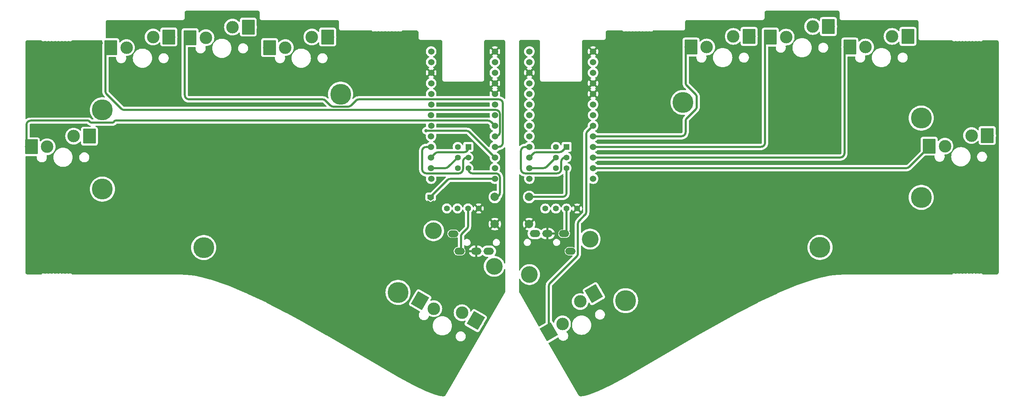
<source format=gbr>
%TF.GenerationSoftware,KiCad,Pcbnew,7.0.2*%
%TF.CreationDate,2023-10-11T00:11:02+09:00*%
%TF.ProjectId,_______,4b80adfc-dcfc-4c92-9e6b-696361645f70,rev?*%
%TF.SameCoordinates,Original*%
%TF.FileFunction,Copper,L2,Bot*%
%TF.FilePolarity,Positive*%
%FSLAX46Y46*%
G04 Gerber Fmt 4.6, Leading zero omitted, Abs format (unit mm)*
G04 Created by KiCad (PCBNEW 7.0.2) date 2023-10-11 00:11:02*
%MOMM*%
%LPD*%
G01*
G04 APERTURE LIST*
G04 Aperture macros list*
%AMRoundRect*
0 Rectangle with rounded corners*
0 $1 Rounding radius*
0 $2 $3 $4 $5 $6 $7 $8 $9 X,Y pos of 4 corners*
0 Add a 4 corners polygon primitive as box body*
4,1,4,$2,$3,$4,$5,$6,$7,$8,$9,$2,$3,0*
0 Add four circle primitives for the rounded corners*
1,1,$1+$1,$2,$3*
1,1,$1+$1,$4,$5*
1,1,$1+$1,$6,$7*
1,1,$1+$1,$8,$9*
0 Add four rect primitives between the rounded corners*
20,1,$1+$1,$2,$3,$4,$5,0*
20,1,$1+$1,$4,$5,$6,$7,0*
20,1,$1+$1,$6,$7,$8,$9,0*
20,1,$1+$1,$8,$9,$2,$3,0*%
%AMFreePoly0*
4,1,6,1.000000,0.000000,0.500000,-0.750000,-0.500000,-0.750000,-0.500000,0.750000,0.500000,0.750000,1.000000,0.000000,1.000000,0.000000,$1*%
%AMFreePoly1*
4,1,6,0.500000,-0.750000,-0.650000,-0.750000,-0.150000,0.000000,-0.650000,0.750000,0.500000,0.750000,0.500000,-0.750000,0.500000,-0.750000,$1*%
G04 Aperture macros list end*
%TA.AperFunction,ComponentPad*%
%ADD10C,5.000000*%
%TD*%
%TA.AperFunction,ComponentPad*%
%ADD11C,4.000000*%
%TD*%
%TA.AperFunction,ComponentPad*%
%ADD12C,1.524000*%
%TD*%
%TA.AperFunction,SMDPad,CuDef*%
%ADD13FreePoly0,270.000000*%
%TD*%
%TA.AperFunction,SMDPad,CuDef*%
%ADD14FreePoly1,270.000000*%
%TD*%
%TA.AperFunction,ComponentPad*%
%ADD15C,2.000000*%
%TD*%
%TA.AperFunction,ComponentPad*%
%ADD16C,1.397000*%
%TD*%
%TA.AperFunction,ComponentPad*%
%ADD17O,2.500000X1.700000*%
%TD*%
%TA.AperFunction,ComponentPad*%
%ADD18R,1.397000X1.397000*%
%TD*%
%TA.AperFunction,WasherPad*%
%ADD19C,3.000000*%
%TD*%
%TA.AperFunction,ComponentPad*%
%ADD20C,0.500000*%
%TD*%
%TA.AperFunction,SMDPad,CuDef*%
%ADD21C,1.000000*%
%TD*%
%TA.AperFunction,SMDPad,CuDef*%
%ADD22RoundRect,0.087143X1.437857X1.662857X-1.437857X1.662857X-1.437857X-1.662857X1.437857X-1.662857X0*%
%TD*%
%TA.AperFunction,SMDPad,CuDef*%
%ADD23RoundRect,0.250000X1.025000X1.000000X-1.025000X1.000000X-1.025000X-1.000000X1.025000X-1.000000X0*%
%TD*%
%TA.AperFunction,SMDPad,CuDef*%
%ADD24RoundRect,0.250000X-1.025000X-1.000000X1.025000X-1.000000X1.025000X1.000000X-1.025000X1.000000X0*%
%TD*%
%TA.AperFunction,SMDPad,CuDef*%
%ADD25RoundRect,0.087143X-1.437857X-1.662857X1.437857X-1.662857X1.437857X1.662857X-1.437857X1.662857X0*%
%TD*%
%TA.AperFunction,SMDPad,CuDef*%
%ADD26RoundRect,0.087143X2.076649X0.721148X-0.413792X2.159005X-2.076649X-0.721148X0.413792X-2.159005X0*%
%TD*%
%TA.AperFunction,SMDPad,CuDef*%
%ADD27RoundRect,0.250000X1.387676X0.353525X-0.387676X1.378525X-1.387676X-0.353525X0.387676X-1.378525X0*%
%TD*%
%TA.AperFunction,SMDPad,CuDef*%
%ADD28RoundRect,0.250000X-1.387676X-0.353525X0.387676X-1.378525X1.387676X0.353525X-0.387676X1.378525X0*%
%TD*%
%TA.AperFunction,SMDPad,CuDef*%
%ADD29RoundRect,0.087143X-2.076649X-0.721148X0.413792X-2.159005X2.076649X0.721148X-0.413792X2.159005X0*%
%TD*%
%TA.AperFunction,SMDPad,CuDef*%
%ADD30RoundRect,0.087143X0.413792X2.159005X-2.076649X0.721148X-0.413792X-2.159005X2.076649X-0.721148X0*%
%TD*%
%TA.AperFunction,SMDPad,CuDef*%
%ADD31RoundRect,0.250000X0.387676X1.378525X-1.387676X0.353525X-0.387676X-1.378525X1.387676X-0.353525X0*%
%TD*%
%TA.AperFunction,SMDPad,CuDef*%
%ADD32RoundRect,0.250000X-0.387676X-1.378525X1.387676X-0.353525X0.387676X1.378525X-1.387676X0.353525X0*%
%TD*%
%TA.AperFunction,SMDPad,CuDef*%
%ADD33RoundRect,0.087143X-0.413792X-2.159005X2.076649X-0.721148X0.413792X2.159005X-2.076649X0.721148X0*%
%TD*%
%TA.AperFunction,ViaPad*%
%ADD34C,0.800000*%
%TD*%
%TA.AperFunction,Conductor*%
%ADD35C,0.500000*%
%TD*%
G04 APERTURE END LIST*
D10*
%TO.P,,*%
%TO.N,*%
X232927657Y-125498846D03*
%TD*%
%TO.P,,*%
%TO.N,*%
X61225539Y-92514484D03*
%TD*%
%TO.P,,*%
%TO.N,*%
X85475539Y-125514484D03*
%TD*%
%TO.P,,*%
%TO.N,*%
X131975539Y-136264484D03*
%TD*%
%TO.P,,*%
%TO.N,*%
X118225539Y-88764484D03*
%TD*%
%TO.P,,*%
%TO.N,*%
X61225539Y-111514484D03*
%TD*%
D11*
%TO.P,,*%
%TO.N,*%
X154975539Y-130014484D03*
%TD*%
%TO.P,,*%
%TO.N,*%
X140475539Y-121514484D03*
%TD*%
%TO.P,,*%
%TO.N,*%
X177927657Y-123498845D03*
%TD*%
%TO.P,,*%
%TO.N,*%
X163427656Y-131998845D03*
%TD*%
D10*
%TO.P,,*%
%TO.N,*%
X257177656Y-94498845D03*
%TD*%
%TO.P,,*%
%TO.N,*%
X186427656Y-138248845D03*
%TD*%
%TO.P,,*%
%TO.N,*%
X257177656Y-113498845D03*
%TD*%
%TO.P,,*%
%TO.N,*%
X200177656Y-90748845D03*
%TD*%
D12*
%TO.P,U2,26,Bat-*%
%TO.N,GND*%
X178646600Y-78536000D03*
%TO.P,U2,25,Bat+*%
%TO.N,/R_Bat+*%
X163406600Y-78536000D03*
%TO.P,U2,24,RAW*%
%TO.N,unconnected-(U2-RAW-Pad24)*%
X163406600Y-81076000D03*
%TO.P,U2,23,GND*%
%TO.N,GND*%
X163406600Y-83616000D03*
%TO.P,U2,22,RST*%
%TO.N,/R_RST*%
X163406600Y-86156000D03*
%TO.P,U2,21,VCC*%
%TO.N,VCC*%
X163406600Y-88696000D03*
%TO.P,U2,20,F4/A3*%
%TO.N,unconnected-(U2-F4{slash}A3-Pad20)*%
X163406600Y-91236000D03*
%TO.P,U2,19,F5/A2*%
%TO.N,unconnected-(U2-F5{slash}A2-Pad19)*%
X163396600Y-93776000D03*
%TO.P,U2,18,F6/A1*%
%TO.N,unconnected-(U2-F6{slash}A1-Pad18)*%
X163406600Y-96316000D03*
%TO.P,U2,17,F7/A0*%
%TO.N,unconnected-(U2-F7{slash}A0-Pad17)*%
X163396600Y-98856000D03*
%TO.P,U2,16,B1/15*%
%TO.N,/R_SCLK*%
X163396600Y-101396000D03*
%TO.P,U2,15,B3/14*%
%TO.N,/R_MISO*%
X163396600Y-103936000D03*
%TO.P,U2,14,B2/16*%
%TO.N,/R_MOSI*%
X163396600Y-106476000D03*
%TO.P,U2,13,B6/10*%
%TO.N,unconnected-(U2-B6{slash}10-Pad13)*%
X163406600Y-109016000D03*
%TO.P,U2,12,9/B5*%
%TO.N,unconnected-(U2-9{slash}B5-Pad12)*%
X178646600Y-109016000D03*
%TO.P,U2,11,8/B4*%
%TO.N,/R_push10*%
X178656600Y-106476000D03*
%TO.P,U2,10,7/E6*%
%TO.N,/R_push9*%
X178656600Y-103936000D03*
%TO.P,U2,9,6/D7*%
%TO.N,/R_push8*%
X178656600Y-101396000D03*
%TO.P,U2,8,5/C6*%
%TO.N,/R_push7*%
X178646600Y-98856000D03*
%TO.P,U2,7,4/D4*%
%TO.N,/R_push6*%
X178646600Y-96316000D03*
%TO.P,U2,6,3/D0/SCL*%
%TO.N,/R_SCL*%
X178656600Y-93776000D03*
%TO.P,U2,5,2/D1/SDA*%
%TO.N,/R_SDA*%
X178646600Y-91236000D03*
%TO.P,U2,4,GND*%
%TO.N,GND*%
X178646600Y-88696000D03*
%TO.P,U2,3,GND*%
X178646600Y-86156000D03*
%TO.P,U2,2,RX1/D2*%
%TO.N,/R_Data*%
X178646600Y-83616000D03*
%TO.P,U2,1,TX0/D3*%
%TO.N,/R_LED*%
X178646600Y-81076000D03*
%TD*%
%TO.P,U1,26,Bat-*%
%TO.N,GND*%
X155138000Y-78536000D03*
%TO.P,U1,25,Bat+*%
%TO.N,/L_Bat+*%
X139898000Y-78536000D03*
%TO.P,U1,24,RAW*%
%TO.N,unconnected-(U1-RAW-Pad24)*%
X139898000Y-81076000D03*
%TO.P,U1,23,GND*%
%TO.N,GND*%
X139898000Y-83616000D03*
%TO.P,U1,22,RST*%
%TO.N,/L_RST*%
X139898000Y-86156000D03*
%TO.P,U1,21,VCC*%
%TO.N,VCC*%
X139898000Y-88696000D03*
%TO.P,U1,20,F4/A3*%
%TO.N,unconnected-(U1-F4{slash}A3-Pad20)*%
X139898000Y-91236000D03*
%TO.P,U1,19,F5/A2*%
%TO.N,unconnected-(U1-F5{slash}A2-Pad19)*%
X139888000Y-93776000D03*
%TO.P,U1,18,F6/A1*%
%TO.N,unconnected-(U1-F6{slash}A1-Pad18)*%
X139898000Y-96316000D03*
%TO.P,U1,17,F7/A0*%
%TO.N,unconnected-(U1-F7{slash}A0-Pad17)*%
X139888000Y-98856000D03*
%TO.P,U1,16,B1/15*%
%TO.N,/L_SCLK*%
X139888000Y-101396000D03*
%TO.P,U1,15,B3/14*%
%TO.N,/L_MISO*%
X139888000Y-103936000D03*
%TO.P,U1,14,B2/16*%
%TO.N,/L_MOSI*%
X139888000Y-106476000D03*
%TO.P,U1,13,B6/10*%
%TO.N,unconnected-(U1-B6{slash}10-Pad13)*%
X139898000Y-109016000D03*
%TO.P,U1,12,9/B5*%
%TO.N,/L_side*%
X155138000Y-109016000D03*
%TO.P,U1,11,8/B4*%
%TO.N,/L_push5*%
X155148000Y-106476000D03*
%TO.P,U1,10,7/E6*%
%TO.N,/L_push4*%
X155148000Y-103936000D03*
%TO.P,U1,9,6/D7*%
%TO.N,/L_push3*%
X155148000Y-101396000D03*
%TO.P,U1,8,5/C6*%
%TO.N,/L_push2*%
X155138000Y-98856000D03*
%TO.P,U1,7,4/D4*%
%TO.N,/L_push1*%
X155138000Y-96316000D03*
%TO.P,U1,6,3/D0/SCL*%
%TO.N,/L_SCL*%
X155148000Y-93776000D03*
%TO.P,U1,5,2/D1/SDA*%
%TO.N,/L_SDA*%
X155138000Y-91236000D03*
%TO.P,U1,4,GND*%
%TO.N,GND*%
X155138000Y-88696000D03*
%TO.P,U1,3,GND*%
X155138000Y-86156000D03*
%TO.P,U1,2,RX1/D2*%
%TO.N,/L_Data*%
X155138000Y-83616000D03*
%TO.P,U1,1,TX0/D3*%
%TO.N,/L_LED*%
X155138000Y-81076000D03*
%TD*%
D13*
%TO.P,JP1,1,A*%
%TO.N,/L_side*%
X139784600Y-113371000D03*
D14*
%TO.P,JP1,2,B*%
%TO.N,GND*%
X139784600Y-114821000D03*
%TD*%
D15*
%TO.P,RSW2,1,1*%
%TO.N,/R_RST*%
X163340000Y-113397000D03*
%TO.P,RSW2,2,2*%
%TO.N,GND*%
X163340000Y-119897000D03*
%TD*%
%TO.P,RSW1,1,1*%
%TO.N,/L_RST*%
X155130000Y-113397000D03*
%TO.P,RSW1,2,2*%
%TO.N,GND*%
X155130000Y-119897000D03*
%TD*%
D16*
%TO.P,J3,1,SDA*%
%TO.N,/R_SDA*%
X167200000Y-116170000D03*
%TO.P,J3,2,SCL*%
%TO.N,/R_SCL*%
X169740000Y-116170000D03*
%TO.P,J3,3,VCC*%
%TO.N,VCC*%
X172280000Y-116170000D03*
%TO.P,J3,4,GND*%
%TO.N,GND*%
X174820000Y-116170000D03*
%TD*%
%TO.P,J1,4,GND*%
%TO.N,GND*%
X151274000Y-116144000D03*
%TO.P,J1,3,VCC*%
%TO.N,VCC*%
X148734000Y-116144000D03*
%TO.P,J1,2,SCL*%
%TO.N,/L_SCL*%
X146194000Y-116144000D03*
%TO.P,J1,1,SDA*%
%TO.N,/L_SDA*%
X143654000Y-116144000D03*
%TD*%
D17*
%TO.P,J6,R1*%
%TO.N,GND*%
X167723000Y-122195000D03*
%TO.P,J6,R2*%
%TO.N,unconnected-(J6-PadR2)*%
X164723000Y-122195000D03*
%TO.P,J6,S*%
%TO.N,/R_Data*%
X173223000Y-126395000D03*
%TO.P,J6,T*%
%TO.N,VCC*%
X171723000Y-122195000D03*
%TD*%
%TO.P,J5,R1*%
%TO.N,GND*%
X150690000Y-126408000D03*
%TO.P,J5,R2*%
%TO.N,unconnected-(J5-PadR2)*%
X153690000Y-126408000D03*
%TO.P,J5,S*%
%TO.N,/L_Data*%
X145190000Y-122208000D03*
%TO.P,J5,T*%
%TO.N,VCC*%
X146690000Y-126408000D03*
%TD*%
D18*
%TO.P,J4,1,Pin_1*%
%TO.N,/R_MISO*%
X172296600Y-101396000D03*
D16*
%TO.P,J4,2,Pin_2*%
%TO.N,VCC*%
X169756600Y-101396000D03*
%TO.P,J4,3,Pin_3*%
%TO.N,/R_SCLK*%
X172296600Y-103936000D03*
%TO.P,J4,4,Pin_4*%
%TO.N,/R_MOSI*%
X169756600Y-103936000D03*
%TO.P,J4,5,Pin_5*%
%TO.N,/R_RST*%
X172296600Y-106476000D03*
%TO.P,J4,6,Pin_6*%
%TO.N,GND*%
X169756600Y-106476000D03*
%TD*%
D19*
%TO.P,SW8,*%
%TO.N,*%
X224840000Y-75085000D03*
X231190000Y-72545000D03*
D20*
%TO.P,SW8,1,1*%
%TO.N,/R_push8*%
X219790000Y-73585000D03*
X219790000Y-76585000D03*
D21*
X220015000Y-75085000D03*
D22*
X221065000Y-75085000D03*
D23*
X221265000Y-75085000D03*
D24*
%TO.P,SW8,2,2*%
%TO.N,GND*%
X234765000Y-72545000D03*
D25*
X234965000Y-72545000D03*
D21*
X236040000Y-72545000D03*
D20*
X236240000Y-71045000D03*
X236240000Y-74045000D03*
%TD*%
D19*
%TO.P,SW9,*%
%TO.N,*%
X243840000Y-77460000D03*
X250190000Y-74920000D03*
D20*
%TO.P,SW9,1,1*%
%TO.N,/R_push9*%
X238790000Y-75960000D03*
X238790000Y-78960000D03*
D21*
X239015000Y-77460000D03*
D22*
X240065000Y-77460000D03*
D23*
X240265000Y-77460000D03*
D24*
%TO.P,SW9,2,2*%
%TO.N,GND*%
X253765000Y-74920000D03*
D25*
X253965000Y-74920000D03*
D21*
X255040000Y-74920000D03*
D20*
X255240000Y-73420000D03*
X255240000Y-76420000D03*
%TD*%
D18*
%TO.P,J2,1,Pin_1*%
%TO.N,/L_MISO*%
X148788000Y-101396000D03*
D16*
%TO.P,J2,2,Pin_2*%
%TO.N,VCC*%
X146248000Y-101396000D03*
%TO.P,J2,3,Pin_3*%
%TO.N,/L_SCLK*%
X148788000Y-103936000D03*
%TO.P,J2,4,Pin_4*%
%TO.N,/L_MOSI*%
X146248000Y-103936000D03*
%TO.P,J2,5,Pin_5*%
%TO.N,/L_RST*%
X148788000Y-106476000D03*
%TO.P,J2,6,Pin_6*%
%TO.N,GND*%
X146248000Y-106476000D03*
%TD*%
D19*
%TO.P,SW2,*%
%TO.N,*%
X67003000Y-77606000D03*
X73353000Y-75066000D03*
D20*
%TO.P,SW2,1,1*%
%TO.N,/L_push2*%
X61953000Y-76106000D03*
X61953000Y-79106000D03*
D21*
X62178000Y-77606000D03*
D22*
X63228000Y-77606000D03*
D23*
X63428000Y-77606000D03*
D24*
%TO.P,SW2,2,2*%
%TO.N,GND*%
X76928000Y-75066000D03*
D25*
X77128000Y-75066000D03*
D21*
X78203000Y-75066000D03*
D20*
X78403000Y-73566000D03*
X78403000Y-76566000D03*
%TD*%
D19*
%TO.P,SW3,*%
%TO.N,*%
X86003000Y-75231000D03*
X92353000Y-72691000D03*
D20*
%TO.P,SW3,1,1*%
%TO.N,/L_push3*%
X80953000Y-73731000D03*
X80953000Y-76731000D03*
D21*
X81178000Y-75231000D03*
D22*
X82228000Y-75231000D03*
D23*
X82428000Y-75231000D03*
D24*
%TO.P,SW3,2,2*%
%TO.N,GND*%
X95928000Y-72691000D03*
D25*
X96128000Y-72691000D03*
D21*
X97203000Y-72691000D03*
D20*
X97403000Y-71191000D03*
X97403000Y-74191000D03*
%TD*%
D19*
%TO.P,SW7,*%
%TO.N,*%
X205840000Y-77460000D03*
X212190000Y-74920000D03*
D20*
%TO.P,SW7,1,1*%
%TO.N,/R_push7*%
X200790000Y-75960000D03*
X200790000Y-78960000D03*
D21*
X201015000Y-77460000D03*
D22*
X202065000Y-77460000D03*
D23*
X202265000Y-77460000D03*
D24*
%TO.P,SW7,2,2*%
%TO.N,GND*%
X215765000Y-74920000D03*
D25*
X215965000Y-74920000D03*
D21*
X217040000Y-74920000D03*
D20*
X217240000Y-73420000D03*
X217240000Y-76420000D03*
%TD*%
D19*
%TO.P,SW1,*%
%TO.N,*%
X48003000Y-101356000D03*
X54353000Y-98816000D03*
D20*
%TO.P,SW1,1,1*%
%TO.N,/L_push1*%
X42953000Y-99856000D03*
X42953000Y-102856000D03*
D21*
X43178000Y-101356000D03*
D22*
X44228000Y-101356000D03*
D23*
X44428000Y-101356000D03*
D24*
%TO.P,SW1,2,2*%
%TO.N,GND*%
X57928000Y-98816000D03*
D25*
X58128000Y-98816000D03*
D21*
X59203000Y-98816000D03*
D20*
X59403000Y-97316000D03*
X59403000Y-100316000D03*
%TD*%
D19*
%TO.P,SW5,*%
%TO.N,*%
X140533443Y-140166295D03*
X147302705Y-141141591D03*
D20*
%TO.P,SW5,1,1*%
%TO.N,/L_push5*%
X136910015Y-136342257D03*
X135410015Y-138940334D03*
D21*
X136354871Y-137753795D03*
D26*
X137264197Y-138278795D03*
D27*
X137437402Y-138378795D03*
D28*
%TO.P,SW5,2,2*%
%TO.N,GND*%
X150398745Y-142929091D03*
D29*
X150571950Y-143029091D03*
D21*
X151502928Y-143566591D03*
D20*
X152426133Y-142367553D03*
X150926133Y-144965629D03*
%TD*%
D19*
%TO.P,SW6,*%
%TO.N,*%
X171330443Y-143830295D03*
X175559705Y-138455591D03*
D20*
%TO.P,SW6,1,1*%
%TO.N,/R_push6*%
X166207015Y-145056257D03*
X167707015Y-147654334D03*
D21*
X167151871Y-146242795D03*
D30*
X168061197Y-145717795D03*
D31*
X168234402Y-145617795D03*
D32*
%TO.P,SW6,2,2*%
%TO.N,GND*%
X178655745Y-136668091D03*
D33*
X178828950Y-136568091D03*
D21*
X179759928Y-136030591D03*
D20*
X179183133Y-134631553D03*
X180683133Y-137229629D03*
%TD*%
D19*
%TO.P,SW10,*%
%TO.N,*%
X262840000Y-101210000D03*
X269190000Y-98670000D03*
D20*
%TO.P,SW10,1,1*%
%TO.N,/R_push10*%
X257790000Y-99710000D03*
X257790000Y-102710000D03*
D21*
X258015000Y-101210000D03*
D22*
X259065000Y-101210000D03*
D23*
X259265000Y-101210000D03*
D24*
%TO.P,SW10,2,2*%
%TO.N,GND*%
X272765000Y-98670000D03*
D25*
X272965000Y-98670000D03*
D21*
X274040000Y-98670000D03*
D20*
X274240000Y-97170000D03*
X274240000Y-100170000D03*
%TD*%
D19*
%TO.P,SW4,*%
%TO.N,*%
X105003000Y-77606000D03*
X111353000Y-75066000D03*
D20*
%TO.P,SW4,1,1*%
%TO.N,/L_push4*%
X99953000Y-76106000D03*
X99953000Y-79106000D03*
D21*
X100178000Y-77606000D03*
D22*
X101228000Y-77606000D03*
D23*
X101428000Y-77606000D03*
D24*
%TO.P,SW4,2,2*%
%TO.N,GND*%
X114928000Y-75066000D03*
D25*
X115128000Y-75066000D03*
D21*
X116203000Y-75066000D03*
D20*
X116403000Y-73566000D03*
X116403000Y-76566000D03*
%TD*%
D34*
%TO.N,GND*%
X182090000Y-107788000D03*
X274546000Y-130902000D03*
X274800000Y-76800000D03*
X43660000Y-76546000D03*
X238986000Y-71974000D03*
X255496000Y-71974000D03*
X236700000Y-69434000D03*
X220444000Y-69434000D03*
X218158000Y-71720000D03*
X201648000Y-71720000D03*
X62964000Y-71974000D03*
X79474000Y-71974000D03*
X82014000Y-69688000D03*
X97762000Y-69688000D03*
X100048000Y-72228000D03*
X116812000Y-71974000D03*
X118590000Y-74514000D03*
X135862000Y-74514000D03*
X199362000Y-74260000D03*
X182344000Y-74260000D03*
X142720000Y-160366000D03*
X175994000Y-160366000D03*
X171168000Y-108550000D03*
X168374000Y-99660000D03*
X168374000Y-90008000D03*
X167612000Y-95342000D03*
X143482000Y-98898000D03*
X143482000Y-96358000D03*
X143482000Y-93818000D03*
X143482000Y-91278000D03*
X149578000Y-91278000D03*
X145768000Y-87468000D03*
X142212000Y-87468000D03*
X60932000Y-76546000D03*
X43914000Y-94072000D03*
%TO.N,/L_push4*%
X138656000Y-97528000D03*
%TD*%
D35*
%TO.N,/L_push1*%
X63697502Y-95576489D02*
G75*
G03*
X63874278Y-95503259I-2J249989D01*
G01*
X64377092Y-95103995D02*
G75*
G03*
X64200316Y-95177223I8J-250005D01*
G01*
X58322815Y-95503246D02*
G75*
G03*
X58499576Y-95576484I176785J176746D01*
G01*
X57996770Y-95177217D02*
G75*
G03*
X57819986Y-95104000I-176770J-176783D01*
G01*
%TO.N,/L_push2*%
X61952999Y-88033001D02*
G75*
G03*
X62245893Y-88740108I1000001J1D01*
G01*
X65760893Y-92255106D02*
G75*
G03*
X66467999Y-92548000I707107J707106D01*
G01*
%TO.N,/R_push6*%
X174724630Y-127659938D02*
G75*
G03*
X175017539Y-126952847I-707130J707138D01*
G01*
%TO.N,/L_push3*%
X115796673Y-91473564D02*
G75*
G03*
X116503753Y-91766484I707127J707064D01*
G01*
X120003083Y-91766476D02*
G75*
G03*
X120710189Y-91473590I17J999976D01*
G01*
X114623927Y-90300914D02*
G75*
G03*
X113916841Y-90008000I-707127J-707086D01*
G01*
X122589995Y-90007997D02*
G75*
G03*
X121882889Y-90300894I5J-1000003D01*
G01*
%TO.N,/R_push6*%
X176717122Y-117713392D02*
G75*
G03*
X177010000Y-117006270I-707122J707092D01*
G01*
X175310461Y-119120081D02*
G75*
G03*
X175017539Y-119827159I707039J-707119D01*
G01*
%TO.N,/R_push7*%
X201082894Y-94521592D02*
G75*
G03*
X200790000Y-95228698I707106J-707108D01*
G01*
X203172638Y-92431830D02*
G75*
G03*
X203465539Y-91724731I-707138J707130D01*
G01*
X203465501Y-89522237D02*
G75*
G03*
X203172645Y-88815131I-1000001J37D01*
G01*
X200790021Y-86018270D02*
G75*
G03*
X201082893Y-86725377I999979J-30D01*
G01*
X199790000Y-98856000D02*
X178646600Y-98856000D01*
X200790000Y-95228698D02*
X200790000Y-97856000D01*
X203172646Y-92431838D02*
X201082893Y-94521591D01*
X203465539Y-89522237D02*
X203465539Y-91724731D01*
X200790000Y-78960000D02*
X200790000Y-86018270D01*
X201082893Y-86725377D02*
X203172646Y-88815130D01*
X199790000Y-98856000D02*
G75*
G03*
X200790000Y-97856000I0J1000000D01*
G01*
%TO.N,/L_push1*%
X154218893Y-95396893D02*
X155138000Y-96316000D01*
X64377092Y-95104000D02*
X153511786Y-95104000D01*
X63874279Y-95503260D02*
X64200316Y-95177223D01*
X44064982Y-95104000D02*
X57819986Y-95104000D01*
X43064974Y-99856000D02*
X43064982Y-96103998D01*
X154218900Y-95396886D02*
G75*
G03*
X153511786Y-95104000I-707100J-707114D01*
G01*
X44064982Y-95103982D02*
G75*
G03*
X43064982Y-96103998I18J-1000018D01*
G01*
X57996763Y-95177224D02*
X58322800Y-95503261D01*
X58499576Y-95576484D02*
X63697502Y-95576484D01*
%TO.N,/L_push2*%
X65760892Y-92255107D02*
X62245893Y-88740108D01*
X61953000Y-88033001D02*
X61953000Y-79106000D01*
X156360000Y-97856000D02*
X156360000Y-93548000D01*
X155360000Y-92548000D02*
X66467999Y-92548000D01*
X155138000Y-98856000D02*
X155360000Y-98856000D01*
X156360000Y-93548000D02*
G75*
G03*
X155360000Y-92548000I-1000000J0D01*
G01*
X155360000Y-98856000D02*
G75*
G03*
X156360000Y-97856000I0J1000000D01*
G01*
%TO.N,/L_push3*%
X80953000Y-89008000D02*
X80953000Y-76731000D01*
X113916841Y-90008000D02*
X81953000Y-90008000D01*
X115796646Y-91473591D02*
X114623948Y-90300893D01*
X121882888Y-90300893D02*
X120710190Y-91473591D01*
X120003083Y-91766484D02*
X116503753Y-91766484D01*
X155148000Y-101396000D02*
X156059501Y-101396000D01*
X157059501Y-100396000D02*
X157059501Y-91008000D01*
X80953000Y-89008000D02*
G75*
G03*
X81953000Y-90008000I1000000J0D01*
G01*
X156059501Y-90008000D02*
X122589995Y-90008000D01*
X157059500Y-91008000D02*
G75*
G03*
X156059501Y-90008000I-1000000J0D01*
G01*
X156059501Y-101396001D02*
G75*
G03*
X157059501Y-100396000I-1J1000001D01*
G01*
%TO.N,/R_push6*%
X177302893Y-97659707D02*
X178646600Y-96316000D01*
X177010000Y-117006270D02*
X177010000Y-98366814D01*
X175017539Y-126952847D02*
X175017539Y-119827159D01*
X168354090Y-134030510D02*
X174724646Y-127659954D01*
X177302886Y-97659700D02*
G75*
G03*
X177010000Y-98366814I707114J-707100D01*
G01*
X175310432Y-119120052D02*
X176717107Y-117713377D01*
X168354081Y-134030501D02*
G75*
G03*
X168061197Y-134737617I707119J-707099D01*
G01*
X168061197Y-145717795D02*
X168061197Y-134737617D01*
%TO.N,VCC*%
X171987114Y-121930900D02*
G75*
G03*
X172280000Y-121223786I-707114J707100D01*
G01*
%TO.N,/R_RST*%
X171296600Y-113397000D02*
G75*
G03*
X172296600Y-112397000I0J1000000D01*
G01*
%TO.N,/L_push4*%
X149032900Y-97820886D02*
G75*
G03*
X148325786Y-97528000I-707100J-707114D01*
G01*
%TO.N,/L_MOSI*%
X143293786Y-106475990D02*
G75*
G03*
X144000893Y-106183107I14J999990D01*
G01*
%TO.N,VCC*%
X147316486Y-122185100D02*
G75*
G03*
X147023600Y-122892214I707114J-707100D01*
G01*
X146730714Y-126367300D02*
G75*
G03*
X147023600Y-125660186I-707114J707100D01*
G01*
X148441114Y-121060500D02*
G75*
G03*
X148734000Y-120353386I-707114J707100D01*
G01*
%TO.N,/R_SCLK*%
X161374600Y-106746000D02*
G75*
G03*
X162374600Y-107746000I1000000J0D01*
G01*
X162374600Y-101396000D02*
G75*
G03*
X161374600Y-102396000I0J-1000000D01*
G01*
X172026600Y-103936000D02*
G75*
G03*
X171026600Y-104936000I0J-1000000D01*
G01*
X170026600Y-107746000D02*
G75*
G03*
X171026600Y-106746000I0J1000000D01*
G01*
%TO.N,/R_push10*%
X253609786Y-106475990D02*
G75*
G03*
X254316893Y-106183107I14J999990D01*
G01*
%TO.N,/L_SCLK*%
X148518000Y-103936000D02*
G75*
G03*
X147518000Y-104936000I0J-1000000D01*
G01*
X146518000Y-107746000D02*
G75*
G03*
X147518000Y-106746000I0J1000000D01*
G01*
%TO.N,/L_MISO*%
X147788000Y-102666000D02*
G75*
G03*
X148788000Y-101666000I0J1000000D01*
G01*
X141572214Y-102666010D02*
G75*
G03*
X140865107Y-102958893I-14J-999990D01*
G01*
%TO.N,/L_SCLK*%
X137739000Y-106746000D02*
G75*
G03*
X138739000Y-107746000I1000000J0D01*
G01*
X138739000Y-101396000D02*
G75*
G03*
X137739000Y-102396000I0J-1000000D01*
G01*
%TO.N,/L_side*%
X144553814Y-109016010D02*
G75*
G03*
X143846707Y-109308893I-14J-999990D01*
G01*
%TO.N,/L_RST*%
X156350000Y-108746000D02*
G75*
G03*
X155350000Y-107746000I-1000000J0D01*
G01*
X148788000Y-106746000D02*
G75*
G03*
X149788000Y-107746000I1000000J0D01*
G01*
X155350000Y-113397000D02*
G75*
G03*
X156350000Y-112397000I0J1000000D01*
G01*
%TO.N,/R_push8*%
X218790000Y-101396000D02*
G75*
G03*
X219790000Y-100396000I0J1000000D01*
G01*
%TO.N,/R_MOSI*%
X166802386Y-106475990D02*
G75*
G03*
X167509493Y-106183107I14J999990D01*
G01*
%TO.N,/R_push9*%
X237790000Y-103936000D02*
G75*
G03*
X238790000Y-102936000I0J1000000D01*
G01*
%TO.N,/R_MISO*%
X170612386Y-102665990D02*
G75*
G03*
X171319493Y-102373107I14J999990D01*
G01*
X165080814Y-102666010D02*
G75*
G03*
X164373707Y-102958893I-14J-999990D01*
G01*
%TO.N,/L_push4*%
X148325786Y-97528000D02*
X138656000Y-97528000D01*
X155148000Y-103936000D02*
X149032893Y-97820893D01*
%TO.N,/R_push9*%
X238790000Y-102936000D02*
X238790000Y-78960000D01*
X178656600Y-103936000D02*
X237790000Y-103936000D01*
%TO.N,/R_push8*%
X219790000Y-100396000D02*
X219790000Y-76585000D01*
X178656600Y-101396000D02*
X218790000Y-101396000D01*
%TO.N,/R_push10*%
X178656600Y-106476000D02*
X253609786Y-106476000D01*
X254316893Y-106183107D02*
X257790000Y-102710000D01*
%TO.N,VCC*%
X171987107Y-121930893D02*
X171723000Y-122195000D01*
X172280000Y-116170000D02*
X172280000Y-121223786D01*
%TO.N,/R_RST*%
X171296600Y-113397000D02*
X163340000Y-113397000D01*
X172296600Y-106476000D02*
X172296600Y-112397000D01*
%TO.N,VCC*%
X147316493Y-122185107D02*
X148441107Y-121060493D01*
X148734000Y-120353386D02*
X148734000Y-116144000D01*
X147023600Y-125660186D02*
X147023600Y-122892214D01*
X146690000Y-126408000D02*
X146730707Y-126367293D01*
%TO.N,/R_SCLK*%
X162374600Y-107746000D02*
X170026600Y-107746000D01*
X172026600Y-103936000D02*
X172296600Y-103936000D01*
X161374600Y-102396000D02*
X161374600Y-106746000D01*
X171026600Y-106746000D02*
X171026600Y-104936000D01*
X163396600Y-101396000D02*
X162374600Y-101396000D01*
%TO.N,/R_MOSI*%
X167509493Y-106183107D02*
X169756600Y-103936000D01*
X163396600Y-106476000D02*
X166802386Y-106476000D01*
%TO.N,/R_MISO*%
X171319493Y-102373107D02*
X172296600Y-101396000D01*
X165080814Y-102666000D02*
X170612386Y-102666000D01*
X163396600Y-103936000D02*
X164373707Y-102958893D01*
%TO.N,/L_MISO*%
X148788000Y-101666000D02*
X148788000Y-101396000D01*
X141572214Y-102666000D02*
X147788000Y-102666000D01*
X139888000Y-103936000D02*
X140865107Y-102958893D01*
%TO.N,/L_SCLK*%
X148518000Y-103936000D02*
X148788000Y-103936000D01*
X147518000Y-106746000D02*
X147518000Y-104936000D01*
X138739000Y-107746000D02*
X146518000Y-107746000D01*
X137739000Y-102396000D02*
X137739000Y-106746000D01*
X139888000Y-101396000D02*
X138739000Y-101396000D01*
%TO.N,/L_RST*%
X155350000Y-107746000D02*
X149788000Y-107746000D01*
X156350000Y-112397000D02*
X156350000Y-108746000D01*
X148788000Y-106746000D02*
X148788000Y-106476000D01*
X155130000Y-113397000D02*
X155350000Y-113397000D01*
%TO.N,/L_side*%
X143846707Y-109308893D02*
X139784600Y-113371000D01*
X155138000Y-109016000D02*
X144553814Y-109016000D01*
%TO.N,/L_MOSI*%
X139888000Y-106476000D02*
X143293786Y-106476000D01*
X144000893Y-106183107D02*
X146248000Y-103936000D01*
%TD*%
%TA.AperFunction,Conductor*%
%TO.N,GND*%
G36*
X57628348Y-95874185D02*
G01*
X57648989Y-95890818D01*
X57823023Y-96064852D01*
X57823091Y-96064906D01*
X57823238Y-96065044D01*
X57847740Y-96089552D01*
X57847743Y-96089554D01*
X57847745Y-96089556D01*
X57975141Y-96182135D01*
X58115452Y-96253646D01*
X58265221Y-96302326D01*
X58373768Y-96319528D01*
X58436899Y-96349464D01*
X58473825Y-96408779D01*
X58472821Y-96478641D01*
X58434206Y-96536870D01*
X58370239Y-96564979D01*
X58354358Y-96566000D01*
X56655718Y-96566000D01*
X56647639Y-96566530D01*
X56536869Y-96581112D01*
X56394039Y-96640274D01*
X56271388Y-96734388D01*
X56177273Y-96857040D01*
X56118113Y-96999867D01*
X56103529Y-97110643D01*
X56103000Y-97118716D01*
X56103000Y-97442981D01*
X56083315Y-97510020D01*
X56030511Y-97555775D01*
X55961353Y-97565719D01*
X55897797Y-97536694D01*
X55879735Y-97517294D01*
X55868739Y-97502605D01*
X55666395Y-97300261D01*
X55539418Y-97205207D01*
X55437313Y-97128772D01*
X55186163Y-96991634D01*
X55186162Y-96991633D01*
X55186161Y-96991633D01*
X54918046Y-96891631D01*
X54918041Y-96891629D01*
X54638429Y-96830804D01*
X54353000Y-96810389D01*
X54067570Y-96830804D01*
X53787958Y-96891629D01*
X53519836Y-96991634D01*
X53268686Y-97128772D01*
X53039602Y-97300263D01*
X52837263Y-97502602D01*
X52665772Y-97731686D01*
X52528634Y-97982836D01*
X52428629Y-98250958D01*
X52367804Y-98530570D01*
X52347389Y-98816000D01*
X52367804Y-99101429D01*
X52428629Y-99381041D01*
X52528634Y-99649163D01*
X52665772Y-99900313D01*
X52727968Y-99983397D01*
X52837261Y-100129395D01*
X53039605Y-100331739D01*
X53164420Y-100425174D01*
X53268686Y-100503227D01*
X53366318Y-100556538D01*
X53519839Y-100640367D01*
X53787954Y-100740369D01*
X53787957Y-100740369D01*
X53787958Y-100740370D01*
X53839633Y-100751611D01*
X54067572Y-100801196D01*
X54353000Y-100821610D01*
X54638428Y-100801196D01*
X54918046Y-100740369D01*
X55186161Y-100640367D01*
X55437315Y-100503226D01*
X55666395Y-100331739D01*
X55868739Y-100129395D01*
X55879733Y-100114707D01*
X55935665Y-100072837D01*
X56005356Y-100067851D01*
X56066680Y-100101335D01*
X56100166Y-100162658D01*
X56103000Y-100189018D01*
X56103000Y-100513281D01*
X56103530Y-100521360D01*
X56118112Y-100632130D01*
X56177274Y-100774960D01*
X56271388Y-100897611D01*
X56394040Y-100991726D01*
X56536867Y-101050886D01*
X56647643Y-101065470D01*
X56655716Y-101065999D01*
X59353907Y-101065999D01*
X59367792Y-101066779D01*
X59402999Y-101070746D01*
X59438207Y-101066779D01*
X59452092Y-101065999D01*
X59600281Y-101065999D01*
X59608360Y-101065469D01*
X59719130Y-101050887D01*
X59861960Y-100991725D01*
X59984611Y-100897611D01*
X60078726Y-100774959D01*
X60137886Y-100632132D01*
X60152470Y-100521357D01*
X60152999Y-100513283D01*
X60152999Y-100365087D01*
X60153779Y-100351199D01*
X60157746Y-100315999D01*
X60153779Y-100280798D01*
X60152999Y-100266912D01*
X60152999Y-99147558D01*
X60158339Y-99111561D01*
X60188531Y-99012034D01*
X60207838Y-98816000D01*
X60188530Y-98619964D01*
X60158338Y-98520434D01*
X60152998Y-98484438D01*
X60152999Y-97365092D01*
X60153779Y-97351207D01*
X60157746Y-97315999D01*
X60153779Y-97280792D01*
X60152999Y-97266907D01*
X60152998Y-97118718D01*
X60152469Y-97110639D01*
X60137887Y-96999869D01*
X60078725Y-96857039D01*
X59984611Y-96734388D01*
X59861959Y-96640273D01*
X59719132Y-96581113D01*
X59664518Y-96573923D01*
X59600621Y-96545656D01*
X59562150Y-96487332D01*
X59561319Y-96417467D01*
X59598391Y-96358244D01*
X59661597Y-96328465D01*
X59680703Y-96326984D01*
X63618622Y-96326984D01*
X63618627Y-96326985D01*
X63646140Y-96326984D01*
X63646158Y-96326989D01*
X63697508Y-96326988D01*
X63697508Y-96326989D01*
X63776253Y-96326988D01*
X63931803Y-96302349D01*
X64081583Y-96253678D01*
X64221905Y-96182174D01*
X64221904Y-96182174D01*
X64221907Y-96182173D01*
X64241630Y-96167840D01*
X64323313Y-96108488D01*
X64331071Y-96103288D01*
X64342935Y-96095972D01*
X64342939Y-96095967D01*
X64342947Y-96095963D01*
X64349308Y-96089600D01*
X64349313Y-96089598D01*
X64393855Y-96045051D01*
X64548089Y-95890817D01*
X64609411Y-95857334D01*
X64635769Y-95854500D01*
X138553021Y-95854500D01*
X138620060Y-95874185D01*
X138665815Y-95926989D01*
X138675759Y-95996147D01*
X138672796Y-96010593D01*
X138649929Y-96095932D01*
X138630676Y-96316000D01*
X138646604Y-96498058D01*
X138632837Y-96566558D01*
X138584222Y-96616741D01*
X138548857Y-96630155D01*
X138376197Y-96666855D01*
X138203269Y-96743848D01*
X138050129Y-96855110D01*
X137923466Y-96995783D01*
X137828820Y-97159715D01*
X137770326Y-97339742D01*
X137750540Y-97528000D01*
X137770326Y-97716257D01*
X137828820Y-97896284D01*
X137923466Y-98060216D01*
X138050129Y-98200889D01*
X138203269Y-98312151D01*
X138376197Y-98389144D01*
X138560468Y-98428312D01*
X138621950Y-98461504D01*
X138655726Y-98522667D01*
X138654462Y-98581695D01*
X138639929Y-98635932D01*
X138620676Y-98856000D01*
X138639929Y-99076065D01*
X138697106Y-99289451D01*
X138746931Y-99396301D01*
X138790466Y-99489662D01*
X138917174Y-99670620D01*
X139073380Y-99826826D01*
X139254338Y-99953534D01*
X139318378Y-99983396D01*
X139383189Y-100013618D01*
X139435628Y-100059790D01*
X139454780Y-100126984D01*
X139434564Y-100193865D01*
X139383189Y-100238382D01*
X139254338Y-100298466D01*
X139073379Y-100425174D01*
X138917175Y-100581378D01*
X138917174Y-100581380D01*
X138911127Y-100590017D01*
X138909302Y-100592623D01*
X138854726Y-100636248D01*
X138807727Y-100645500D01*
X138739000Y-100645500D01*
X138613802Y-100645500D01*
X138585099Y-100649627D01*
X138365950Y-100681136D01*
X138125701Y-100751678D01*
X137897933Y-100855698D01*
X137687285Y-100991072D01*
X137498048Y-101155048D01*
X137334072Y-101344285D01*
X137198698Y-101554933D01*
X137094678Y-101782701D01*
X137024136Y-102022950D01*
X136997153Y-102210620D01*
X136988500Y-102270802D01*
X136988500Y-102308279D01*
X136988500Y-106667119D01*
X136988500Y-106746000D01*
X136988500Y-106871198D01*
X136995950Y-106923011D01*
X137024136Y-107119049D01*
X137094678Y-107359298D01*
X137198698Y-107587066D01*
X137301703Y-107747347D01*
X137334073Y-107797715D01*
X137498048Y-107986952D01*
X137687285Y-108150927D01*
X137897932Y-108286301D01*
X138001952Y-108333805D01*
X138125701Y-108390321D01*
X138365950Y-108460863D01*
X138365951Y-108460863D01*
X138365954Y-108460864D01*
X138587559Y-108492726D01*
X138651114Y-108521751D01*
X138688888Y-108580529D01*
X138689686Y-108647557D01*
X138649929Y-108795932D01*
X138630676Y-109016000D01*
X138649929Y-109236065D01*
X138674022Y-109325982D01*
X138707106Y-109449450D01*
X138800466Y-109649662D01*
X138927174Y-109830620D01*
X139083380Y-109986826D01*
X139264338Y-110113534D01*
X139464550Y-110206894D01*
X139677932Y-110264070D01*
X139824643Y-110276905D01*
X139897999Y-110283323D01*
X139897999Y-110283322D01*
X139898000Y-110283323D01*
X140118068Y-110264070D01*
X140331450Y-110206894D01*
X140531662Y-110113534D01*
X140712620Y-109986826D01*
X140868826Y-109830620D01*
X140995534Y-109649662D01*
X141088894Y-109449450D01*
X141146070Y-109236068D01*
X141165323Y-109016000D01*
X141146070Y-108795932D01*
X141107662Y-108652592D01*
X141109325Y-108582744D01*
X141148487Y-108524882D01*
X141212715Y-108497377D01*
X141227437Y-108496500D01*
X143298371Y-108496500D01*
X143365410Y-108516185D01*
X143411165Y-108568989D01*
X143421109Y-108638147D01*
X143392084Y-108701703D01*
X143386047Y-108708187D01*
X143378054Y-108716179D01*
X143316029Y-108778204D01*
X143260251Y-108833981D01*
X139765198Y-112329034D01*
X139703875Y-112362519D01*
X139677517Y-112365353D01*
X139034600Y-112365353D01*
X139032392Y-112365510D01*
X139032389Y-112365511D01*
X138962639Y-112370499D01*
X138824547Y-112411047D01*
X138703470Y-112488858D01*
X138609223Y-112597625D01*
X138549434Y-112728542D01*
X138530523Y-112860077D01*
X138528953Y-112871000D01*
X138528953Y-113871000D01*
X138529074Y-113872933D01*
X138529075Y-113872935D01*
X138532960Y-113934542D01*
X138571182Y-114073294D01*
X138646946Y-114195659D01*
X138754117Y-114291724D01*
X139504118Y-114791724D01*
X139518414Y-114800912D01*
X139632859Y-114850870D01*
X139650315Y-114858490D01*
X139793096Y-114876576D01*
X139935189Y-114853703D01*
X140065082Y-114791724D01*
X140815082Y-114291724D01*
X140865728Y-114253143D01*
X140959977Y-114144373D01*
X141019765Y-114013457D01*
X141040247Y-113871000D01*
X141040247Y-113228083D01*
X141059932Y-113161044D01*
X141076566Y-113140402D01*
X142706090Y-111510878D01*
X144371645Y-109845322D01*
X144383815Y-109834648D01*
X144416114Y-109809864D01*
X144444133Y-109793689D01*
X144474152Y-109781255D01*
X144505407Y-109772880D01*
X144545829Y-109767559D01*
X144562003Y-109766500D01*
X144632684Y-109766501D01*
X144632689Y-109766500D01*
X154057727Y-109766500D01*
X154124766Y-109786185D01*
X154159300Y-109819375D01*
X154167174Y-109830620D01*
X154323380Y-109986826D01*
X154504338Y-110113534D01*
X154704550Y-110206894D01*
X154917932Y-110264070D01*
X155064644Y-110276905D01*
X155137999Y-110283323D01*
X155137999Y-110283322D01*
X155138000Y-110283323D01*
X155358068Y-110264070D01*
X155443407Y-110241203D01*
X155513255Y-110242866D01*
X155571118Y-110282028D01*
X155598623Y-110346256D01*
X155599500Y-110360978D01*
X155599500Y-111807690D01*
X155579815Y-111874729D01*
X155527011Y-111920484D01*
X155457853Y-111930428D01*
X155455091Y-111929999D01*
X155254335Y-111896500D01*
X155005665Y-111896500D01*
X154760384Y-111937429D01*
X154525194Y-112018170D01*
X154306485Y-112136529D01*
X154110259Y-112289259D01*
X154110256Y-112289261D01*
X154110256Y-112289262D01*
X153941836Y-112472215D01*
X153930963Y-112488858D01*
X153805825Y-112680395D01*
X153705938Y-112908117D01*
X153644891Y-113149183D01*
X153624356Y-113397000D01*
X153644891Y-113644816D01*
X153644891Y-113644819D01*
X153644892Y-113644821D01*
X153705937Y-113885881D01*
X153727282Y-113934542D01*
X153805825Y-114113604D01*
X153805827Y-114113607D01*
X153941836Y-114321785D01*
X154110256Y-114504738D01*
X154175667Y-114555650D01*
X154306485Y-114657470D01*
X154306487Y-114657471D01*
X154306491Y-114657474D01*
X154525190Y-114775828D01*
X154760386Y-114856571D01*
X155005665Y-114897500D01*
X155254335Y-114897500D01*
X155499614Y-114856571D01*
X155734810Y-114775828D01*
X155953509Y-114657474D01*
X156149744Y-114504738D01*
X156318164Y-114321785D01*
X156454173Y-114113607D01*
X156554063Y-113885881D01*
X156615108Y-113644821D01*
X156615108Y-113644817D01*
X156617630Y-113634860D01*
X156619370Y-113635300D01*
X156640091Y-113581584D01*
X156644789Y-113575819D01*
X156754927Y-113448715D01*
X156890301Y-113238068D01*
X156994320Y-113010300D01*
X157064864Y-112770046D01*
X157100500Y-112522198D01*
X157100500Y-112397000D01*
X157100500Y-112318119D01*
X157100500Y-112318118D01*
X157100500Y-108702291D01*
X157100500Y-108702290D01*
X157100500Y-108620802D01*
X157064864Y-108372954D01*
X157032943Y-108264238D01*
X156994321Y-108132701D01*
X156932780Y-107997947D01*
X156890301Y-107904932D01*
X156754927Y-107694285D01*
X156590952Y-107505048D01*
X156401715Y-107341073D01*
X156401714Y-107341072D01*
X156289635Y-107269044D01*
X156243880Y-107216240D01*
X156233936Y-107147081D01*
X156244292Y-107112323D01*
X156245530Y-107109666D01*
X156245534Y-107109662D01*
X156338894Y-106909450D01*
X156396070Y-106696068D01*
X156415323Y-106476000D01*
X156396070Y-106255932D01*
X156338894Y-106042550D01*
X156245534Y-105842339D01*
X156118826Y-105661380D01*
X155962620Y-105505174D01*
X155781662Y-105378466D01*
X155652811Y-105318382D01*
X155600372Y-105272210D01*
X155581220Y-105205016D01*
X155601436Y-105138135D01*
X155652811Y-105093618D01*
X155659770Y-105090373D01*
X155781662Y-105033534D01*
X155962620Y-104906826D01*
X156118826Y-104750620D01*
X156245534Y-104569662D01*
X156338894Y-104369450D01*
X156396070Y-104156068D01*
X156415323Y-103936000D01*
X156396070Y-103715932D01*
X156338894Y-103502550D01*
X156245534Y-103302339D01*
X156118826Y-103121380D01*
X155962620Y-102965174D01*
X155781662Y-102838466D01*
X155652811Y-102778382D01*
X155600372Y-102732210D01*
X155581220Y-102665016D01*
X155601436Y-102598135D01*
X155652811Y-102553618D01*
X155661642Y-102549500D01*
X155781662Y-102493534D01*
X155962620Y-102366826D01*
X156118826Y-102210620D01*
X156130584Y-102193826D01*
X156185158Y-102150203D01*
X156214506Y-102142214D01*
X156432548Y-102110865D01*
X156672801Y-102040320D01*
X156900570Y-101936301D01*
X156979008Y-101885892D01*
X157111211Y-101800931D01*
X157111216Y-101800927D01*
X157300453Y-101636952D01*
X157392444Y-101530788D01*
X157451220Y-101493016D01*
X157521090Y-101493016D01*
X157579868Y-101530790D01*
X157608893Y-101594346D01*
X157610155Y-101611994D01*
X157610036Y-129247940D01*
X157590351Y-129314979D01*
X157537547Y-129360734D01*
X157468388Y-129370677D01*
X157404833Y-129341652D01*
X157368105Y-129286257D01*
X157306245Y-129095873D01*
X157305042Y-129092169D01*
X157171076Y-128807477D01*
X157002486Y-128541821D01*
X156980284Y-128514984D01*
X156880034Y-128393803D01*
X156801929Y-128299390D01*
X156572569Y-128084006D01*
X156318023Y-127899068D01*
X156314620Y-127897197D01*
X156314615Y-127897194D01*
X156045722Y-127749368D01*
X156045715Y-127749364D01*
X156042305Y-127747490D01*
X156038679Y-127746054D01*
X156038674Y-127746052D01*
X155753386Y-127633099D01*
X155753385Y-127633098D01*
X155749764Y-127631665D01*
X155745994Y-127630697D01*
X155745991Y-127630696D01*
X155448795Y-127554389D01*
X155448790Y-127554388D01*
X155445012Y-127553418D01*
X155441141Y-127552929D01*
X155441136Y-127552928D01*
X155171831Y-127518907D01*
X155107787Y-127490976D01*
X155069011Y-127432853D01*
X155067814Y-127362994D01*
X155099690Y-127308205D01*
X155128495Y-127279401D01*
X155264035Y-127085830D01*
X155363903Y-126871663D01*
X155425063Y-126643408D01*
X155445659Y-126408000D01*
X155425063Y-126172592D01*
X155363903Y-125944337D01*
X155264035Y-125730171D01*
X155128495Y-125536599D01*
X154961401Y-125369505D01*
X154767829Y-125233965D01*
X154553663Y-125134097D01*
X154540291Y-125130514D01*
X154325407Y-125072936D01*
X154151667Y-125057736D01*
X154151659Y-125057735D01*
X154148966Y-125057500D01*
X153231034Y-125057500D01*
X153228341Y-125057735D01*
X153228332Y-125057736D01*
X153054592Y-125072936D01*
X152826336Y-125134097D01*
X152612170Y-125233965D01*
X152418601Y-125369503D01*
X152277327Y-125510777D01*
X152216004Y-125544261D01*
X152146312Y-125539277D01*
X152101965Y-125510777D01*
X151961075Y-125369888D01*
X151767578Y-125234400D01*
X151553492Y-125134569D01*
X151325318Y-125073430D01*
X151151645Y-125058236D01*
X151146236Y-125058000D01*
X150940000Y-125058000D01*
X150940000Y-126008000D01*
X150440000Y-126008000D01*
X150440000Y-125058000D01*
X150233764Y-125058000D01*
X150228354Y-125058236D01*
X150054681Y-125073430D01*
X149826507Y-125134569D01*
X149612421Y-125234400D01*
X149418921Y-125369890D01*
X149251893Y-125536918D01*
X149116399Y-125730423D01*
X149016569Y-125944507D01*
X148959364Y-126157999D01*
X148959364Y-126158000D01*
X150024314Y-126158000D01*
X150012359Y-126169955D01*
X149954835Y-126282852D01*
X149935014Y-126408000D01*
X149954835Y-126533148D01*
X150012359Y-126646045D01*
X150024314Y-126658000D01*
X148959364Y-126658000D01*
X149016569Y-126871492D01*
X149116400Y-127085578D01*
X149251890Y-127279078D01*
X149418921Y-127446109D01*
X149612421Y-127581599D01*
X149826507Y-127681430D01*
X150054681Y-127742569D01*
X150228354Y-127757763D01*
X150233764Y-127758000D01*
X150440000Y-127758000D01*
X150440000Y-126808000D01*
X150940000Y-126808000D01*
X150940000Y-127758000D01*
X151146236Y-127758000D01*
X151151645Y-127757763D01*
X151325318Y-127742569D01*
X151553492Y-127681430D01*
X151767578Y-127581599D01*
X151961078Y-127446109D01*
X152101965Y-127305223D01*
X152163288Y-127271738D01*
X152232980Y-127276722D01*
X152277326Y-127305222D01*
X152418599Y-127446495D01*
X152612171Y-127582035D01*
X152826337Y-127681903D01*
X153054592Y-127743063D01*
X153231034Y-127758500D01*
X153444898Y-127758500D01*
X153511937Y-127778185D01*
X153557692Y-127830989D01*
X153567636Y-127900147D01*
X153538611Y-127963703D01*
X153517783Y-127982818D01*
X153381665Y-128081712D01*
X153381654Y-128081720D01*
X153378509Y-128084006D01*
X153375674Y-128086667D01*
X153375667Y-128086674D01*
X153151986Y-128296725D01*
X153151979Y-128296732D01*
X153149149Y-128299390D01*
X153146674Y-128302381D01*
X153146670Y-128302386D01*
X152951075Y-128538818D01*
X152951065Y-128538830D01*
X152948592Y-128541821D01*
X152946510Y-128545100D01*
X152946501Y-128545114D01*
X152782087Y-128804190D01*
X152782080Y-128804201D01*
X152780002Y-128807477D01*
X152778349Y-128810988D01*
X152778346Y-128810995D01*
X152647692Y-129088649D01*
X152646036Y-129092169D01*
X152644834Y-129095866D01*
X152644832Y-129095873D01*
X152550013Y-129387695D01*
X152548808Y-129391405D01*
X152548079Y-129395225D01*
X152548077Y-129395234D01*
X152490580Y-129696642D01*
X152490577Y-129696658D01*
X152489851Y-129700469D01*
X152470095Y-130014484D01*
X152489851Y-130328499D01*
X152490578Y-130332311D01*
X152490580Y-130332325D01*
X152528189Y-130529475D01*
X152548808Y-130637563D01*
X152550012Y-130641270D01*
X152550013Y-130641272D01*
X152595429Y-130781049D01*
X152646036Y-130936799D01*
X152780002Y-131221491D01*
X152782084Y-131224772D01*
X152782087Y-131224777D01*
X152946501Y-131483853D01*
X152946505Y-131483859D01*
X152948592Y-131487147D01*
X152951071Y-131490144D01*
X152951075Y-131490149D01*
X153050264Y-131610047D01*
X153149149Y-131729578D01*
X153378509Y-131944962D01*
X153381664Y-131947254D01*
X153381665Y-131947255D01*
X153398512Y-131959495D01*
X153633055Y-132129900D01*
X153636462Y-132131773D01*
X153898799Y-132275995D01*
X153908773Y-132281478D01*
X154201314Y-132397303D01*
X154506066Y-132475550D01*
X154818221Y-132514984D01*
X154822116Y-132514984D01*
X155128962Y-132514984D01*
X155132857Y-132514984D01*
X155445012Y-132475550D01*
X155749764Y-132397303D01*
X156042305Y-132281478D01*
X156318023Y-132129900D01*
X156572569Y-131944962D01*
X156801929Y-131729578D01*
X157002486Y-131487147D01*
X157171076Y-131221491D01*
X157305042Y-130936799D01*
X157368100Y-130742727D01*
X157407535Y-130685055D01*
X157471894Y-130657856D01*
X157540740Y-130669770D01*
X157592216Y-130717014D01*
X157610029Y-130781049D01*
X157610008Y-135772341D01*
X157610007Y-136092837D01*
X157609816Y-136107327D01*
X157609696Y-136111316D01*
X157609123Y-136123590D01*
X157608863Y-136127695D01*
X157607886Y-136139908D01*
X157607487Y-136144034D01*
X157606104Y-136156193D01*
X157605572Y-136160263D01*
X157603792Y-136172338D01*
X157603126Y-136176393D01*
X157600948Y-136188396D01*
X157600154Y-136192397D01*
X157597569Y-136204384D01*
X157596647Y-136208342D01*
X157593688Y-136220168D01*
X157592635Y-136224102D01*
X157589268Y-136235899D01*
X157588098Y-136239756D01*
X157584362Y-136251398D01*
X157583057Y-136255249D01*
X157578926Y-136266805D01*
X157577515Y-136270559D01*
X157573004Y-136281997D01*
X157571467Y-136285716D01*
X157566568Y-136297046D01*
X157564905Y-136300727D01*
X157559620Y-136311933D01*
X157557858Y-136315518D01*
X157552226Y-136326526D01*
X157550344Y-136330062D01*
X157543354Y-136342700D01*
X144770101Y-158466465D01*
X143358300Y-160911758D01*
X143350651Y-160924502D01*
X143348600Y-160927790D01*
X143341765Y-160938360D01*
X143339466Y-160941787D01*
X143332353Y-160952023D01*
X143329929Y-160955390D01*
X143322504Y-160965347D01*
X143319981Y-160968616D01*
X143312279Y-160978257D01*
X143309665Y-160981420D01*
X143301655Y-160990793D01*
X143298942Y-160993863D01*
X143290648Y-161002943D01*
X143287857Y-161005900D01*
X143279303Y-161014669D01*
X143276387Y-161017561D01*
X143267540Y-161026049D01*
X143264575Y-161028802D01*
X143255499Y-161036958D01*
X143252443Y-161039615D01*
X143243056Y-161047512D01*
X143239920Y-161050065D01*
X143230350Y-161057595D01*
X143227160Y-161060024D01*
X143217305Y-161067274D01*
X143214034Y-161069600D01*
X143203998Y-161076494D01*
X143200638Y-161078722D01*
X143190349Y-161085308D01*
X143186949Y-161087408D01*
X143176485Y-161093640D01*
X143173011Y-161095634D01*
X143162311Y-161101547D01*
X143158764Y-161103432D01*
X143147916Y-161108976D01*
X143144333Y-161110735D01*
X143133223Y-161115969D01*
X143129581Y-161117614D01*
X143118378Y-161122457D01*
X143114665Y-161123991D01*
X143103254Y-161128491D01*
X143099523Y-161129894D01*
X143087976Y-161134024D01*
X143084179Y-161135313D01*
X143072475Y-161139077D01*
X143068632Y-161140244D01*
X143056791Y-161143633D01*
X143052927Y-161144672D01*
X143040936Y-161147689D01*
X143037015Y-161148608D01*
X143024937Y-161151233D01*
X143020983Y-161152026D01*
X143008738Y-161154273D01*
X143004767Y-161154935D01*
X142992458Y-161156783D01*
X142988446Y-161157318D01*
X142976034Y-161158769D01*
X142972012Y-161159173D01*
X142962474Y-161159974D01*
X142959495Y-161160224D01*
X142955448Y-161160497D01*
X142943879Y-161161087D01*
X142942852Y-161161140D01*
X142938824Y-161161279D01*
X142931407Y-161161414D01*
X142916822Y-161160820D01*
X142094573Y-161078607D01*
X142077569Y-161075701D01*
X141090259Y-160835255D01*
X141075932Y-160830832D01*
X138623807Y-159908183D01*
X138613999Y-159904003D01*
X135607296Y-158466816D01*
X135602252Y-158464262D01*
X135602209Y-158464239D01*
X132115823Y-156597986D01*
X132112041Y-156595876D01*
X126779548Y-153495028D01*
X115476404Y-146922243D01*
X145761909Y-146922243D01*
X145802791Y-147140940D01*
X145859442Y-147287174D01*
X145883163Y-147348404D01*
X146000284Y-147537562D01*
X146150171Y-147701980D01*
X146327720Y-147836058D01*
X146526882Y-147935230D01*
X146644280Y-147968632D01*
X146740873Y-147996115D01*
X146906906Y-148011500D01*
X146909778Y-148011500D01*
X147015040Y-148011500D01*
X147017912Y-148011500D01*
X147183945Y-147996115D01*
X147317494Y-147958116D01*
X147397935Y-147935230D01*
X147399566Y-147934417D01*
X147597098Y-147836058D01*
X147774645Y-147701981D01*
X147924533Y-147537562D01*
X148041656Y-147348401D01*
X148122027Y-147140940D01*
X148162909Y-146922243D01*
X148162909Y-146699757D01*
X148122027Y-146481060D01*
X148041656Y-146273599D01*
X148037921Y-146267566D01*
X147924533Y-146084437D01*
X147774646Y-145920019D01*
X147597097Y-145785941D01*
X147397935Y-145686769D01*
X147183946Y-145625885D01*
X147020772Y-145610765D01*
X147020771Y-145610764D01*
X147017912Y-145610500D01*
X146906906Y-145610500D01*
X146904047Y-145610764D01*
X146904045Y-145610765D01*
X146740871Y-145625885D01*
X146526882Y-145686769D01*
X146327720Y-145785941D01*
X146150171Y-145920019D01*
X146000284Y-146084437D01*
X145883163Y-146273595D01*
X145824315Y-146425500D01*
X145802791Y-146481060D01*
X145761909Y-146699757D01*
X145761909Y-146922243D01*
X115476404Y-146922243D01*
X114872831Y-146571265D01*
X114871722Y-146570158D01*
X114844799Y-146554959D01*
X114844007Y-146554509D01*
X114834904Y-146549179D01*
X114833774Y-146548675D01*
X114828605Y-146545728D01*
X113794805Y-145956284D01*
X110839060Y-144271000D01*
X140257564Y-144271000D01*
X140277287Y-144571920D01*
X140278077Y-144575891D01*
X140278078Y-144575899D01*
X140335327Y-144863707D01*
X140335329Y-144863714D01*
X140336120Y-144867691D01*
X140433055Y-145153252D01*
X140434850Y-145156893D01*
X140434851Y-145156894D01*
X140528124Y-145346034D01*
X140566434Y-145423718D01*
X140568685Y-145427087D01*
X140568688Y-145427092D01*
X140714711Y-145645631D01*
X140733975Y-145674461D01*
X140932811Y-145901189D01*
X141159539Y-146100025D01*
X141410282Y-146267566D01*
X141680748Y-146400945D01*
X141966309Y-146497880D01*
X142262080Y-146556713D01*
X142487690Y-146571500D01*
X142489720Y-146571500D01*
X142636280Y-146571500D01*
X142638310Y-146571500D01*
X142863920Y-146556713D01*
X143159691Y-146497880D01*
X143445252Y-146400945D01*
X143715718Y-146267566D01*
X143966461Y-146100025D01*
X144193189Y-145901189D01*
X144392025Y-145674461D01*
X144559566Y-145423718D01*
X144692945Y-145153252D01*
X144789880Y-144867691D01*
X144848713Y-144571920D01*
X144868436Y-144271000D01*
X144848713Y-143970080D01*
X144789880Y-143674309D01*
X144692945Y-143388748D01*
X144559566Y-143118282D01*
X144392025Y-142867539D01*
X144193189Y-142640811D01*
X144171716Y-142621980D01*
X143969518Y-142444656D01*
X143966461Y-142441975D01*
X143775765Y-142314556D01*
X143719092Y-142276688D01*
X143719087Y-142276685D01*
X143715718Y-142274434D01*
X143712082Y-142272641D01*
X143712077Y-142272638D01*
X143448894Y-142142851D01*
X143448893Y-142142850D01*
X143445252Y-142141055D01*
X143159691Y-142044120D01*
X143155714Y-142043329D01*
X143155707Y-142043327D01*
X142867899Y-141986078D01*
X142867891Y-141986077D01*
X142863920Y-141985287D01*
X142859877Y-141985022D01*
X142640328Y-141970632D01*
X142640319Y-141970631D01*
X142638310Y-141970500D01*
X142487690Y-141970500D01*
X142485681Y-141970631D01*
X142485671Y-141970632D01*
X142266122Y-141985022D01*
X142266120Y-141985022D01*
X142262080Y-141985287D01*
X142258110Y-141986076D01*
X142258100Y-141986078D01*
X141970292Y-142043327D01*
X141970281Y-142043329D01*
X141966309Y-142044120D01*
X141962466Y-142045424D01*
X141962464Y-142045425D01*
X141684594Y-142139749D01*
X141684587Y-142139751D01*
X141680748Y-142141055D01*
X141677111Y-142142848D01*
X141677105Y-142142851D01*
X141413922Y-142272638D01*
X141413910Y-142272644D01*
X141410282Y-142274434D01*
X141406919Y-142276681D01*
X141406907Y-142276688D01*
X141162920Y-142439715D01*
X141162911Y-142439721D01*
X141159539Y-142441975D01*
X141156488Y-142444650D01*
X141156481Y-142444656D01*
X140935859Y-142638137D01*
X140935851Y-142638144D01*
X140932811Y-142640811D01*
X140930144Y-142643851D01*
X140930137Y-142643859D01*
X140736656Y-142864481D01*
X140736650Y-142864488D01*
X140733975Y-142867539D01*
X140731721Y-142870911D01*
X140731715Y-142870920D01*
X140568688Y-143114907D01*
X140568681Y-143114919D01*
X140566434Y-143118282D01*
X140564644Y-143121910D01*
X140564638Y-143121922D01*
X140434851Y-143385105D01*
X140434848Y-143385111D01*
X140433055Y-143388748D01*
X140431751Y-143392587D01*
X140431749Y-143392594D01*
X140362375Y-143596964D01*
X140336120Y-143674309D01*
X140335329Y-143678281D01*
X140335327Y-143678292D01*
X140278078Y-143966100D01*
X140278076Y-143966110D01*
X140277287Y-143970080D01*
X140257564Y-144271000D01*
X110839060Y-144271000D01*
X110080633Y-143838566D01*
X110079459Y-143837670D01*
X110066127Y-143830295D01*
X110066059Y-143830257D01*
X110065988Y-143830217D01*
X110065987Y-143830216D01*
X110053242Y-143823037D01*
X110051975Y-143822541D01*
X109604801Y-143577545D01*
X109000740Y-143246594D01*
X105270131Y-141202680D01*
X105268436Y-141201286D01*
X105249504Y-141191377D01*
X105249503Y-141191376D01*
X105249396Y-141191320D01*
X105249338Y-141191289D01*
X105249335Y-141191288D01*
X105235412Y-141183846D01*
X105233857Y-141183301D01*
X100484868Y-138732475D01*
X100482353Y-138730637D01*
X100469045Y-138724257D01*
X100466223Y-138722860D01*
X100450835Y-138714995D01*
X100447640Y-138714124D01*
X100444416Y-138712599D01*
X97111546Y-137135963D01*
X95813291Y-136521815D01*
X95809741Y-136519315D01*
X95795927Y-136513489D01*
X95791597Y-136511564D01*
X95779522Y-136505918D01*
X95775344Y-136504916D01*
X95197270Y-136264484D01*
X128969954Y-136264484D01*
X128970164Y-136268089D01*
X128989335Y-136597249D01*
X128990277Y-136613411D01*
X128990903Y-136616965D01*
X128990905Y-136616976D01*
X129050342Y-136954062D01*
X129050344Y-136954072D01*
X129050970Y-136957620D01*
X129052002Y-136961069D01*
X129052004Y-136961075D01*
X129150181Y-137289009D01*
X129151213Y-137292455D01*
X129152638Y-137295758D01*
X129288221Y-137610077D01*
X129288226Y-137610087D01*
X129289650Y-137613388D01*
X129291452Y-137616510D01*
X129291454Y-137616513D01*
X129462600Y-137912948D01*
X129462606Y-137912957D01*
X129464409Y-137916080D01*
X129466568Y-137918980D01*
X129670974Y-138193546D01*
X129670980Y-138193553D01*
X129673127Y-138196437D01*
X129912981Y-138450667D01*
X129915739Y-138452981D01*
X129915743Y-138452985D01*
X130083986Y-138594157D01*
X130180728Y-138675333D01*
X130472746Y-138867397D01*
X130785088Y-139024261D01*
X131113528Y-139143803D01*
X131283576Y-139184104D01*
X131450118Y-139223576D01*
X131450120Y-139223576D01*
X131453625Y-139224407D01*
X131800780Y-139264984D01*
X131804378Y-139264984D01*
X132146700Y-139264984D01*
X132150298Y-139264984D01*
X132497453Y-139224407D01*
X132837550Y-139143803D01*
X133165990Y-139024261D01*
X133214413Y-138999942D01*
X134594833Y-138999942D01*
X134605634Y-139081980D01*
X134615030Y-139153349D01*
X134644464Y-139224407D01*
X134674243Y-139296300D01*
X134768434Y-139419055D01*
X134814452Y-139454365D01*
X134860368Y-139489597D01*
X134863876Y-139491622D01*
X134863877Y-139491623D01*
X135020576Y-139582093D01*
X135024546Y-139584484D01*
X135082325Y-139620790D01*
X135084749Y-139621638D01*
X135105783Y-139631288D01*
X137165495Y-140820463D01*
X137213710Y-140871029D01*
X137226933Y-140939636D01*
X137205420Y-140993370D01*
X137207516Y-140994668D01*
X137084345Y-141193595D01*
X137003973Y-141401059D01*
X137003973Y-141401060D01*
X136963091Y-141619757D01*
X136963091Y-141842243D01*
X137003973Y-142060940D01*
X137030994Y-142130688D01*
X137084345Y-142268404D01*
X137201466Y-142457562D01*
X137351353Y-142621980D01*
X137528902Y-142756058D01*
X137728064Y-142855230D01*
X137861612Y-142893227D01*
X137942055Y-142916115D01*
X138108088Y-142931500D01*
X138110960Y-142931500D01*
X138216222Y-142931500D01*
X138219094Y-142931500D01*
X138385127Y-142916115D01*
X138543971Y-142870920D01*
X138599117Y-142855230D01*
X138652161Y-142828817D01*
X138798280Y-142756058D01*
X138975827Y-142621981D01*
X139125715Y-142457562D01*
X139242838Y-142268401D01*
X139323209Y-142060940D01*
X139338666Y-141978252D01*
X139370332Y-141915976D01*
X139430644Y-141880702D01*
X139500452Y-141883635D01*
X139519977Y-141892207D01*
X139700282Y-141990662D01*
X139968397Y-142090664D01*
X139968400Y-142090664D01*
X139968401Y-142090665D01*
X140020660Y-142102033D01*
X140248015Y-142151491D01*
X140511455Y-142170332D01*
X140533442Y-142171905D01*
X140533442Y-142171904D01*
X140533443Y-142171905D01*
X140818871Y-142151491D01*
X141098489Y-142090664D01*
X141366604Y-141990662D01*
X141617758Y-141853521D01*
X141846838Y-141682034D01*
X142049182Y-141479690D01*
X142220669Y-141250610D01*
X142280198Y-141141591D01*
X145297094Y-141141591D01*
X145317509Y-141427020D01*
X145378334Y-141706632D01*
X145385637Y-141726213D01*
X145476801Y-141970632D01*
X145478339Y-141974754D01*
X145615477Y-142225904D01*
X145681843Y-142314558D01*
X145786966Y-142454986D01*
X145989310Y-142657330D01*
X146139972Y-142770114D01*
X146218391Y-142828818D01*
X146358140Y-142905126D01*
X146469544Y-142965958D01*
X146737659Y-143065960D01*
X146737662Y-143065960D01*
X146737663Y-143065961D01*
X146785867Y-143076447D01*
X147017277Y-143126787D01*
X147280717Y-143145628D01*
X147302704Y-143147201D01*
X147302704Y-143147200D01*
X147302705Y-143147201D01*
X147588133Y-143126787D01*
X147867751Y-143065960D01*
X147983792Y-143022678D01*
X148053481Y-143017695D01*
X148114804Y-143051179D01*
X148148289Y-143112502D01*
X148143305Y-143182194D01*
X148134510Y-143200861D01*
X147969613Y-143486470D01*
X147966025Y-143493747D01*
X147923270Y-143596964D01*
X147903091Y-143750238D01*
X147923271Y-143903514D01*
X147982430Y-144046340D01*
X148076547Y-144168995D01*
X148165190Y-144237013D01*
X148171914Y-144241506D01*
X150536944Y-145606955D01*
X150540916Y-145609348D01*
X150598660Y-145645631D01*
X150601066Y-145646473D01*
X150622116Y-145656129D01*
X150721978Y-145713784D01*
X150729249Y-145717370D01*
X150832466Y-145760125D01*
X150985742Y-145780305D01*
X151139016Y-145760126D01*
X151281846Y-145700963D01*
X151404497Y-145606851D01*
X151472516Y-145518206D01*
X151477013Y-145511476D01*
X151567467Y-145354804D01*
X151569861Y-145350829D01*
X151606134Y-145293102D01*
X151606974Y-145290702D01*
X151616634Y-145269641D01*
X152156966Y-144333760D01*
X152185689Y-144299906D01*
X152213456Y-144277118D01*
X152338421Y-144124849D01*
X152431276Y-143951128D01*
X152486253Y-143769896D01*
X152497527Y-143743891D01*
X153067447Y-142756758D01*
X153069842Y-142752783D01*
X153106136Y-142695025D01*
X153106980Y-142692613D01*
X153116637Y-142671559D01*
X153174289Y-142571703D01*
X153177874Y-142564434D01*
X153220629Y-142461217D01*
X153240808Y-142307943D01*
X153220628Y-142154667D01*
X153161469Y-142011841D01*
X153067352Y-141889186D01*
X152978709Y-141821168D01*
X152971985Y-141816675D01*
X152815299Y-141726213D01*
X152811327Y-141723819D01*
X152753604Y-141687549D01*
X152751184Y-141686702D01*
X152730152Y-141677052D01*
X150421921Y-140344397D01*
X150414650Y-140340811D01*
X150311433Y-140298056D01*
X150158157Y-140277876D01*
X150004883Y-140298055D01*
X149862053Y-140357218D01*
X149739402Y-140451330D01*
X149671383Y-140539975D01*
X149666890Y-140546699D01*
X149503096Y-140830399D01*
X149452529Y-140878615D01*
X149383922Y-140891837D01*
X149319057Y-140865869D01*
X149278529Y-140808955D01*
X149274543Y-140794757D01*
X149227075Y-140576549D01*
X149220881Y-140559942D01*
X149127072Y-140308430D01*
X148989931Y-140057276D01*
X148818444Y-139828196D01*
X148616100Y-139625852D01*
X148436791Y-139491623D01*
X148387018Y-139454363D01*
X148135868Y-139317225D01*
X148135867Y-139317224D01*
X148135866Y-139317224D01*
X147928722Y-139239963D01*
X147867746Y-139217220D01*
X147588134Y-139156395D01*
X147302705Y-139135980D01*
X147017275Y-139156395D01*
X146737663Y-139217220D01*
X146469541Y-139317225D01*
X146218391Y-139454363D01*
X145989307Y-139625854D01*
X145786968Y-139828193D01*
X145615477Y-140057277D01*
X145478339Y-140308427D01*
X145378334Y-140576549D01*
X145317509Y-140856161D01*
X145297094Y-141141591D01*
X142280198Y-141141591D01*
X142357810Y-140999456D01*
X142457812Y-140731341D01*
X142518639Y-140451723D01*
X142539053Y-140166295D01*
X142518639Y-139880867D01*
X142464347Y-139631290D01*
X142457813Y-139601253D01*
X142457672Y-139600874D01*
X142357810Y-139333134D01*
X142259639Y-139153348D01*
X142220670Y-139081981D01*
X142159256Y-138999942D01*
X142049182Y-138852900D01*
X141846838Y-138650556D01*
X141713740Y-138550920D01*
X141617756Y-138479067D01*
X141366606Y-138341929D01*
X141366605Y-138341928D01*
X141366604Y-138341928D01*
X141191566Y-138276642D01*
X141098484Y-138241924D01*
X140818872Y-138181099D01*
X140533442Y-138160684D01*
X140248013Y-138181099D01*
X139968398Y-138241925D01*
X139853091Y-138284932D01*
X139783399Y-138289916D01*
X139722076Y-138256431D01*
X139688592Y-138195107D01*
X139693577Y-138125416D01*
X139702365Y-138106761D01*
X139869019Y-137818110D01*
X139913364Y-137711053D01*
X139933560Y-137557647D01*
X139913364Y-137404241D01*
X139854151Y-137261290D01*
X139803483Y-137195257D01*
X139759959Y-137138534D01*
X139671240Y-137070459D01*
X139671238Y-137070457D01*
X139668026Y-137067993D01*
X139664521Y-137065969D01*
X139664516Y-137065966D01*
X137299439Y-135700488D01*
X137295468Y-135698095D01*
X137237704Y-135661800D01*
X137235283Y-135660953D01*
X137214244Y-135651301D01*
X137114389Y-135593649D01*
X137114378Y-135593644D01*
X137110868Y-135591617D01*
X137107120Y-135590064D01*
X137107113Y-135590061D01*
X137012426Y-135550841D01*
X137003810Y-135547272D01*
X136983612Y-135544613D01*
X136850404Y-135527075D01*
X136696999Y-135547272D01*
X136554047Y-135606484D01*
X136431292Y-135700677D01*
X136363217Y-135789395D01*
X136363210Y-135789404D01*
X136360751Y-135792610D01*
X136358731Y-135796107D01*
X136358728Y-135796113D01*
X136268235Y-135952850D01*
X136265842Y-135956820D01*
X136229558Y-136014565D01*
X136228712Y-136016985D01*
X136219059Y-136038026D01*
X135631873Y-137055061D01*
X135620340Y-137071725D01*
X135518960Y-137195258D01*
X135426056Y-137369068D01*
X135403045Y-137444925D01*
X135391772Y-137470929D01*
X134768239Y-138550920D01*
X134765846Y-138554891D01*
X134729559Y-138612642D01*
X134728711Y-138615066D01*
X134719061Y-138636098D01*
X134659375Y-138739480D01*
X134657825Y-138743221D01*
X134657821Y-138743230D01*
X134615030Y-138846537D01*
X134594833Y-138999942D01*
X133214413Y-138999942D01*
X133478332Y-138867397D01*
X133770350Y-138675333D01*
X134038097Y-138450667D01*
X134277951Y-138196437D01*
X134486669Y-137916080D01*
X134661428Y-137613388D01*
X134799865Y-137292455D01*
X134900108Y-136957620D01*
X134960801Y-136613411D01*
X134981124Y-136264484D01*
X134960801Y-135915557D01*
X134900108Y-135571348D01*
X134799865Y-135236513D01*
X134661428Y-134915580D01*
X134512683Y-134657946D01*
X134488477Y-134616019D01*
X134488474Y-134616015D01*
X134486669Y-134612888D01*
X134372058Y-134458939D01*
X134280103Y-134335421D01*
X134280098Y-134335415D01*
X134277951Y-134332531D01*
X134038097Y-134078301D01*
X134035339Y-134075987D01*
X134035334Y-134075982D01*
X133773109Y-133855950D01*
X133773108Y-133855949D01*
X133770350Y-133853635D01*
X133745143Y-133837056D01*
X133481351Y-133663556D01*
X133481343Y-133663551D01*
X133478332Y-133661571D01*
X133324228Y-133584177D01*
X133169227Y-133506332D01*
X133169217Y-133506327D01*
X133165990Y-133504707D01*
X133052791Y-133463506D01*
X132840939Y-133386398D01*
X132840931Y-133386395D01*
X132837550Y-133385165D01*
X132834051Y-133384335D01*
X132834042Y-133384333D01*
X132500959Y-133305391D01*
X132500943Y-133305388D01*
X132497453Y-133304561D01*
X132493888Y-133304144D01*
X132493875Y-133304142D01*
X132153868Y-133264401D01*
X132153863Y-133264400D01*
X132150298Y-133263984D01*
X131800780Y-133263984D01*
X131797215Y-133264400D01*
X131797209Y-133264401D01*
X131457202Y-133304142D01*
X131457186Y-133304144D01*
X131453625Y-133304561D01*
X131450137Y-133305387D01*
X131450118Y-133305391D01*
X131117035Y-133384333D01*
X131117021Y-133384336D01*
X131113528Y-133385165D01*
X131110151Y-133386394D01*
X131110138Y-133386398D01*
X130798501Y-133499825D01*
X130785088Y-133504707D01*
X130781866Y-133506324D01*
X130781850Y-133506332D01*
X130475975Y-133659949D01*
X130475970Y-133659951D01*
X130472746Y-133661571D01*
X130469742Y-133663546D01*
X130469726Y-133663556D01*
X130183745Y-133851650D01*
X130183737Y-133851655D01*
X130180728Y-133853635D01*
X130177977Y-133855942D01*
X130177968Y-133855950D01*
X129915743Y-134075982D01*
X129915729Y-134075994D01*
X129912981Y-134078301D01*
X129910506Y-134080923D01*
X129910501Y-134080929D01*
X129675601Y-134329908D01*
X129675595Y-134329914D01*
X129673127Y-134332531D01*
X129670987Y-134335405D01*
X129670974Y-134335421D01*
X129466568Y-134609987D01*
X129466562Y-134609995D01*
X129464409Y-134612888D01*
X129462610Y-134616002D01*
X129462600Y-134616019D01*
X129291454Y-134912454D01*
X129291448Y-134912464D01*
X129289650Y-134915580D01*
X129288229Y-134918873D01*
X129288221Y-134918890D01*
X129152638Y-135233209D01*
X129151213Y-135236513D01*
X129150184Y-135239948D01*
X129150181Y-135239958D01*
X129052004Y-135567892D01*
X129052001Y-135567902D01*
X129050970Y-135571348D01*
X129050345Y-135574891D01*
X129050342Y-135574905D01*
X128990905Y-135911991D01*
X128990903Y-135912004D01*
X128990277Y-135915557D01*
X128990067Y-135919162D01*
X128990066Y-135919171D01*
X128970716Y-136251398D01*
X128969954Y-136264484D01*
X95197270Y-136264484D01*
X91318350Y-134651167D01*
X91313688Y-134648344D01*
X91304180Y-134645048D01*
X91297735Y-134642611D01*
X91290014Y-134639443D01*
X91284756Y-134638424D01*
X91250996Y-134626949D01*
X87080348Y-133209364D01*
X87075604Y-133206892D01*
X87065086Y-133203991D01*
X87059360Y-133202262D01*
X87051386Y-133199642D01*
X87046426Y-133198993D01*
X87046287Y-133198956D01*
X86639634Y-133090621D01*
X85080874Y-132675357D01*
X85076674Y-132673460D01*
X85063212Y-132670541D01*
X85058728Y-132669481D01*
X85048783Y-132666934D01*
X85044380Y-132666632D01*
X83172131Y-132280419D01*
X83166294Y-132278104D01*
X83154963Y-132276573D01*
X83146448Y-132275118D01*
X83138983Y-132273573D01*
X83133069Y-132273617D01*
X81358411Y-132034132D01*
X81351945Y-132032283D01*
X81345675Y-132031970D01*
X81335267Y-132031008D01*
X81329402Y-132030215D01*
X81322713Y-132030834D01*
X79661153Y-131948972D01*
X79656415Y-131947903D01*
X79642495Y-131947903D01*
X79636379Y-131947752D01*
X79623995Y-131947140D01*
X79619249Y-131947911D01*
X54016931Y-131959066D01*
X53949883Y-131939411D01*
X53912561Y-131902104D01*
X53878056Y-131848412D01*
X53863123Y-131835473D01*
X53800941Y-131781592D01*
X53774717Y-131758869D01*
X53650342Y-131702068D01*
X53549011Y-131687500D01*
X53480989Y-131687500D01*
X53379657Y-131702068D01*
X53255282Y-131758869D01*
X53196201Y-131810063D01*
X53132645Y-131839087D01*
X53063486Y-131829143D01*
X53033801Y-131810065D01*
X52974718Y-131758870D01*
X52968147Y-131755869D01*
X52850342Y-131702068D01*
X52749011Y-131687500D01*
X52680989Y-131687500D01*
X52579657Y-131702068D01*
X52455282Y-131758869D01*
X52396201Y-131810063D01*
X52332645Y-131839087D01*
X52263486Y-131829143D01*
X52233801Y-131810065D01*
X52174718Y-131758870D01*
X52168147Y-131755869D01*
X52050342Y-131702068D01*
X51949011Y-131687500D01*
X51880989Y-131687500D01*
X51779657Y-131702068D01*
X51655282Y-131758869D01*
X51596201Y-131810063D01*
X51532645Y-131839087D01*
X51463486Y-131829143D01*
X51433801Y-131810065D01*
X51374718Y-131758870D01*
X51368147Y-131755869D01*
X51250342Y-131702068D01*
X51149011Y-131687500D01*
X51080989Y-131687500D01*
X50979657Y-131702068D01*
X50855282Y-131758869D01*
X50796201Y-131810063D01*
X50732645Y-131839087D01*
X50663486Y-131829143D01*
X50633801Y-131810065D01*
X50574718Y-131758870D01*
X50568147Y-131755869D01*
X50450342Y-131702068D01*
X50349011Y-131687500D01*
X50280989Y-131687500D01*
X50179657Y-131702068D01*
X50055282Y-131758869D01*
X49996201Y-131810063D01*
X49932645Y-131839087D01*
X49863486Y-131829143D01*
X49833801Y-131810065D01*
X49774718Y-131758870D01*
X49768147Y-131755869D01*
X49650342Y-131702068D01*
X49549011Y-131687500D01*
X49480989Y-131687500D01*
X49379657Y-131702068D01*
X49255282Y-131758869D01*
X49196201Y-131810063D01*
X49132645Y-131839087D01*
X49063486Y-131829143D01*
X49033801Y-131810065D01*
X48974718Y-131758870D01*
X48968147Y-131755869D01*
X48850342Y-131702068D01*
X48749011Y-131687500D01*
X48680989Y-131687500D01*
X48579657Y-131702068D01*
X48455282Y-131758869D01*
X48396201Y-131810063D01*
X48332645Y-131839087D01*
X48263486Y-131829143D01*
X48233801Y-131810065D01*
X48174718Y-131758870D01*
X48168147Y-131755869D01*
X48050342Y-131702068D01*
X47949011Y-131687500D01*
X47880989Y-131687500D01*
X47779657Y-131702068D01*
X47655282Y-131758869D01*
X47596201Y-131810063D01*
X47532645Y-131839087D01*
X47463486Y-131829143D01*
X47433801Y-131810065D01*
X47374718Y-131758870D01*
X47368147Y-131755869D01*
X47250342Y-131702068D01*
X47149011Y-131687500D01*
X47080989Y-131687500D01*
X46979657Y-131702068D01*
X46855280Y-131758870D01*
X46751945Y-131848410D01*
X46715272Y-131905475D01*
X46662468Y-131951230D01*
X46611012Y-131962435D01*
X43316626Y-131963892D01*
X43313489Y-131963854D01*
X43293340Y-131963353D01*
X43287219Y-131963049D01*
X43280057Y-131962516D01*
X43268729Y-131961672D01*
X43262645Y-131961069D01*
X43244333Y-131958794D01*
X43238315Y-131957896D01*
X43220140Y-131954726D01*
X43214179Y-131953535D01*
X43203554Y-131951140D01*
X43196265Y-131949496D01*
X43190382Y-131948018D01*
X43172740Y-131943122D01*
X43166953Y-131941363D01*
X43149554Y-131935607D01*
X43143848Y-131933564D01*
X43137418Y-131931082D01*
X43126767Y-131926970D01*
X43121198Y-131924663D01*
X43104442Y-131917237D01*
X43098984Y-131914656D01*
X43082641Y-131906436D01*
X43077291Y-131903579D01*
X43061340Y-131894553D01*
X43056131Y-131891435D01*
X43040593Y-131881609D01*
X43035543Y-131878240D01*
X43029846Y-131874234D01*
X43020457Y-131867631D01*
X43015596Y-131864031D01*
X43000990Y-131852646D01*
X42996304Y-131848805D01*
X42982239Y-131836681D01*
X42977720Y-131832588D01*
X42970948Y-131826142D01*
X42964157Y-131819677D01*
X42959834Y-131815352D01*
X42946956Y-131801818D01*
X42942863Y-131797300D01*
X42942771Y-131797193D01*
X42930722Y-131783214D01*
X42926879Y-131778527D01*
X42915494Y-131763928D01*
X42911873Y-131759042D01*
X42901253Y-131743953D01*
X42897890Y-131738919D01*
X42893662Y-131732242D01*
X42888040Y-131723363D01*
X42884932Y-131718177D01*
X42875866Y-131702181D01*
X42873035Y-131696890D01*
X42864762Y-131680473D01*
X42862188Y-131675039D01*
X42854747Y-131658290D01*
X42852435Y-131652724D01*
X42845821Y-131635633D01*
X42843782Y-131629957D01*
X42838002Y-131612544D01*
X42836241Y-131606772D01*
X42831315Y-131589073D01*
X42829839Y-131583215D01*
X42825788Y-131565307D01*
X42824589Y-131559328D01*
X42821413Y-131541184D01*
X42820513Y-131535177D01*
X42818226Y-131516809D01*
X42817625Y-131510764D01*
X42816243Y-131492224D01*
X42815942Y-131486143D01*
X42815444Y-131465963D01*
X42815406Y-131462905D01*
X42815410Y-129387695D01*
X42815418Y-125514484D01*
X82469954Y-125514484D01*
X82470164Y-125518089D01*
X82489573Y-125851338D01*
X82490277Y-125863411D01*
X82490903Y-125866965D01*
X82490905Y-125866976D01*
X82550342Y-126204062D01*
X82550344Y-126204072D01*
X82550970Y-126207620D01*
X82552002Y-126211069D01*
X82552004Y-126211075D01*
X82650181Y-126539009D01*
X82651213Y-126542455D01*
X82652638Y-126545758D01*
X82788221Y-126860077D01*
X82788226Y-126860087D01*
X82789650Y-126863388D01*
X82791452Y-126866510D01*
X82791454Y-126866513D01*
X82962600Y-127162948D01*
X82962606Y-127162957D01*
X82964409Y-127166080D01*
X82966568Y-127168980D01*
X83170974Y-127443546D01*
X83170980Y-127443553D01*
X83173127Y-127446437D01*
X83412981Y-127700667D01*
X83415739Y-127702981D01*
X83415743Y-127702985D01*
X83568293Y-127830989D01*
X83680728Y-127925333D01*
X83833004Y-128025487D01*
X83965096Y-128112366D01*
X83972746Y-128117397D01*
X84118585Y-128190640D01*
X84250712Y-128256997D01*
X84285088Y-128274261D01*
X84613528Y-128393803D01*
X84783576Y-128434104D01*
X84950118Y-128473576D01*
X84950120Y-128473576D01*
X84953625Y-128474407D01*
X85300780Y-128514984D01*
X85304378Y-128514984D01*
X85646700Y-128514984D01*
X85650298Y-128514984D01*
X85997453Y-128474407D01*
X86337550Y-128393803D01*
X86665990Y-128274261D01*
X86978332Y-128117397D01*
X87270350Y-127925333D01*
X87538097Y-127700667D01*
X87777951Y-127446437D01*
X87986669Y-127166080D01*
X88161428Y-126863388D01*
X88299865Y-126542455D01*
X88400108Y-126207620D01*
X88460801Y-125863411D01*
X88481124Y-125514484D01*
X88460801Y-125165557D01*
X88400108Y-124821348D01*
X88299865Y-124486513D01*
X88161428Y-124165580D01*
X88012293Y-123907270D01*
X87988477Y-123866019D01*
X87988474Y-123866015D01*
X87986669Y-123862888D01*
X87828763Y-123650783D01*
X87780103Y-123585421D01*
X87780098Y-123585415D01*
X87777951Y-123582531D01*
X87538097Y-123328301D01*
X87535339Y-123325987D01*
X87535334Y-123325982D01*
X87273109Y-123105950D01*
X87273108Y-123105949D01*
X87270350Y-123103635D01*
X87252999Y-123092223D01*
X86981351Y-122913556D01*
X86981343Y-122913551D01*
X86978332Y-122911571D01*
X86803104Y-122823568D01*
X86669227Y-122756332D01*
X86669217Y-122756327D01*
X86665990Y-122754707D01*
X86543408Y-122710091D01*
X86340939Y-122636398D01*
X86340931Y-122636395D01*
X86337550Y-122635165D01*
X86334051Y-122634335D01*
X86334042Y-122634333D01*
X86000959Y-122555391D01*
X86000943Y-122555388D01*
X85997453Y-122554561D01*
X85993888Y-122554144D01*
X85993875Y-122554142D01*
X85653868Y-122514401D01*
X85653863Y-122514400D01*
X85650298Y-122513984D01*
X85300780Y-122513984D01*
X85297215Y-122514400D01*
X85297209Y-122514401D01*
X84957202Y-122554142D01*
X84957186Y-122554144D01*
X84953625Y-122554561D01*
X84950137Y-122555387D01*
X84950118Y-122555391D01*
X84617035Y-122634333D01*
X84617021Y-122634336D01*
X84613528Y-122635165D01*
X84610151Y-122636394D01*
X84610138Y-122636398D01*
X84288489Y-122753469D01*
X84285088Y-122754707D01*
X84281866Y-122756324D01*
X84281850Y-122756332D01*
X83975975Y-122909949D01*
X83975970Y-122909951D01*
X83972746Y-122911571D01*
X83969742Y-122913546D01*
X83969726Y-122913556D01*
X83683745Y-123101650D01*
X83683737Y-123101655D01*
X83680728Y-123103635D01*
X83677977Y-123105942D01*
X83677968Y-123105950D01*
X83415743Y-123325982D01*
X83415729Y-123325994D01*
X83412981Y-123328301D01*
X83410506Y-123330923D01*
X83410501Y-123330929D01*
X83175601Y-123579908D01*
X83175595Y-123579914D01*
X83173127Y-123582531D01*
X83170987Y-123585405D01*
X83170974Y-123585421D01*
X82966568Y-123859987D01*
X82966562Y-123859995D01*
X82964409Y-123862888D01*
X82962610Y-123866002D01*
X82962600Y-123866019D01*
X82791454Y-124162454D01*
X82791448Y-124162464D01*
X82789650Y-124165580D01*
X82788229Y-124168873D01*
X82788221Y-124168890D01*
X82652638Y-124483209D01*
X82651213Y-124486513D01*
X82650184Y-124489948D01*
X82650181Y-124489958D01*
X82552004Y-124817892D01*
X82552001Y-124817902D01*
X82550970Y-124821348D01*
X82550345Y-124824891D01*
X82550342Y-124824905D01*
X82490905Y-125161991D01*
X82490903Y-125162004D01*
X82490277Y-125165557D01*
X82490067Y-125169162D01*
X82490066Y-125169171D01*
X82474557Y-125435460D01*
X82469954Y-125514484D01*
X42815418Y-125514484D01*
X42815427Y-121514484D01*
X137970095Y-121514484D01*
X137989851Y-121828499D01*
X137990578Y-121832311D01*
X137990580Y-121832325D01*
X138035891Y-122069852D01*
X138048808Y-122137563D01*
X138050012Y-122141270D01*
X138050013Y-122141272D01*
X138088244Y-122258936D01*
X138146036Y-122436799D01*
X138147692Y-122440318D01*
X138274637Y-122710091D01*
X138280002Y-122721491D01*
X138282084Y-122724772D01*
X138282087Y-122724777D01*
X138446501Y-122983853D01*
X138446505Y-122983859D01*
X138448592Y-122987147D01*
X138451071Y-122990144D01*
X138451075Y-122990149D01*
X138546875Y-123105950D01*
X138649149Y-123229578D01*
X138878509Y-123444962D01*
X139133055Y-123629900D01*
X139408773Y-123781478D01*
X139701314Y-123897303D01*
X140006066Y-123975550D01*
X140318221Y-124014984D01*
X140322116Y-124014984D01*
X140628962Y-124014984D01*
X140632857Y-124014984D01*
X140945012Y-123975550D01*
X141249764Y-123897303D01*
X141542305Y-123781478D01*
X141818023Y-123629900D01*
X142072569Y-123444962D01*
X142301929Y-123229578D01*
X142502486Y-122987147D01*
X142671076Y-122721491D01*
X142805042Y-122436799D01*
X142902270Y-122137563D01*
X142961227Y-121828499D01*
X142980983Y-121514484D01*
X142961227Y-121200469D01*
X142959400Y-121190894D01*
X142936434Y-121070500D01*
X142902270Y-120891405D01*
X142805042Y-120592169D01*
X142671076Y-120307477D01*
X142633366Y-120248055D01*
X142504576Y-120045114D01*
X142504574Y-120045111D01*
X142502486Y-120041821D01*
X142484240Y-120019766D01*
X142382678Y-119896999D01*
X142301929Y-119799390D01*
X142072569Y-119584006D01*
X142020182Y-119545945D01*
X141891749Y-119452633D01*
X141818023Y-119399068D01*
X141814620Y-119397197D01*
X141814615Y-119397194D01*
X141545722Y-119249368D01*
X141545715Y-119249364D01*
X141542305Y-119247490D01*
X141538679Y-119246054D01*
X141538674Y-119246052D01*
X141253386Y-119133099D01*
X141253385Y-119133098D01*
X141249764Y-119131665D01*
X141245994Y-119130697D01*
X141245991Y-119130696D01*
X140948795Y-119054389D01*
X140948790Y-119054388D01*
X140945012Y-119053418D01*
X140941141Y-119052929D01*
X140941136Y-119052928D01*
X140636723Y-119014472D01*
X140636716Y-119014471D01*
X140632857Y-119013984D01*
X140318221Y-119013984D01*
X140314362Y-119014471D01*
X140314354Y-119014472D01*
X140009941Y-119052928D01*
X140009933Y-119052929D01*
X140006066Y-119053418D01*
X140002290Y-119054387D01*
X140002282Y-119054389D01*
X139705086Y-119130696D01*
X139705078Y-119130698D01*
X139701314Y-119131665D01*
X139697697Y-119133096D01*
X139697691Y-119133099D01*
X139412403Y-119246052D01*
X139412392Y-119246056D01*
X139408773Y-119247490D01*
X139405368Y-119249361D01*
X139405355Y-119249368D01*
X139136462Y-119397194D01*
X139136450Y-119397201D01*
X139133055Y-119399068D01*
X139129911Y-119401351D01*
X139129905Y-119401356D01*
X138881665Y-119581712D01*
X138881654Y-119581720D01*
X138878509Y-119584006D01*
X138875674Y-119586667D01*
X138875667Y-119586674D01*
X138651986Y-119796725D01*
X138651979Y-119796732D01*
X138649149Y-119799390D01*
X138646674Y-119802381D01*
X138646670Y-119802386D01*
X138451075Y-120038818D01*
X138451065Y-120038830D01*
X138448592Y-120041821D01*
X138446510Y-120045100D01*
X138446501Y-120045114D01*
X138282087Y-120304190D01*
X138282080Y-120304201D01*
X138280002Y-120307477D01*
X138278349Y-120310988D01*
X138278346Y-120310995D01*
X138167291Y-120547000D01*
X138146036Y-120592169D01*
X138144834Y-120595866D01*
X138144832Y-120595873D01*
X138058872Y-120860430D01*
X138048808Y-120891405D01*
X138048079Y-120895225D01*
X138048077Y-120895234D01*
X137990580Y-121196642D01*
X137990577Y-121196658D01*
X137989851Y-121200469D01*
X137970095Y-121514484D01*
X42815427Y-121514484D01*
X42815438Y-116144000D01*
X142449863Y-116144000D01*
X142470365Y-116365262D01*
X142531175Y-116578984D01*
X142630219Y-116777893D01*
X142764132Y-116955223D01*
X142928344Y-117104922D01*
X143042801Y-117175790D01*
X143117270Y-117221899D01*
X143324472Y-117302170D01*
X143542896Y-117343000D01*
X143542898Y-117343000D01*
X143765102Y-117343000D01*
X143765104Y-117343000D01*
X143983528Y-117302170D01*
X144190730Y-117221899D01*
X144379655Y-117104922D01*
X144543868Y-116955222D01*
X144677778Y-116777896D01*
X144677778Y-116777894D01*
X144677780Y-116777893D01*
X144776824Y-116578984D01*
X144804734Y-116480893D01*
X144842013Y-116421799D01*
X144905323Y-116392242D01*
X144974562Y-116401604D01*
X145027749Y-116446914D01*
X145043266Y-116480893D01*
X145071175Y-116578984D01*
X145170219Y-116777893D01*
X145304132Y-116955223D01*
X145468344Y-117104922D01*
X145582801Y-117175790D01*
X145657270Y-117221899D01*
X145864472Y-117302170D01*
X146082896Y-117343000D01*
X146082898Y-117343000D01*
X146305102Y-117343000D01*
X146305104Y-117343000D01*
X146523528Y-117302170D01*
X146730730Y-117221899D01*
X146919655Y-117104922D01*
X147083868Y-116955222D01*
X147217778Y-116777896D01*
X147217778Y-116777894D01*
X147217780Y-116777893D01*
X147316824Y-116578984D01*
X147344734Y-116480893D01*
X147382013Y-116421799D01*
X147445323Y-116392242D01*
X147514562Y-116401604D01*
X147567749Y-116446914D01*
X147583266Y-116480893D01*
X147611175Y-116578984D01*
X147710219Y-116777893D01*
X147729856Y-116803896D01*
X147844132Y-116955222D01*
X147943039Y-117045387D01*
X147979319Y-117105096D01*
X147983500Y-117137023D01*
X147983500Y-120262232D01*
X147983499Y-120262244D01*
X147983499Y-120345273D01*
X147982438Y-120361457D01*
X147977129Y-120401786D01*
X147968753Y-120433050D01*
X147956323Y-120463062D01*
X147940135Y-120491101D01*
X147915415Y-120523316D01*
X147904721Y-120535510D01*
X146822128Y-121618103D01*
X146822099Y-121618118D01*
X146726795Y-121713425D01*
X146704669Y-121735552D01*
X146702203Y-121738765D01*
X146702194Y-121738776D01*
X146686587Y-121759116D01*
X146630159Y-121800318D01*
X146560413Y-121804473D01*
X146499493Y-121770260D01*
X146482980Y-121749220D01*
X146385254Y-121592431D01*
X146364915Y-121571035D01*
X146245059Y-121444947D01*
X146078049Y-121328705D01*
X145891058Y-121248460D01*
X145691741Y-121207500D01*
X144739258Y-121207500D01*
X144736147Y-121207816D01*
X144736134Y-121207817D01*
X144587559Y-121222926D01*
X144393412Y-121283841D01*
X144215500Y-121382589D01*
X144112569Y-121470952D01*
X144063695Y-121512911D01*
X144061104Y-121515135D01*
X143936551Y-121676042D01*
X143846940Y-121858727D01*
X143795937Y-122055716D01*
X143785630Y-122258937D01*
X143816443Y-122460071D01*
X143887113Y-122650886D01*
X143994745Y-122823568D01*
X143994748Y-122823571D01*
X144134941Y-122971053D01*
X144301951Y-123087295D01*
X144488942Y-123167540D01*
X144688259Y-123208500D01*
X144688261Y-123208500D01*
X145637600Y-123208500D01*
X145640742Y-123208500D01*
X145792438Y-123193074D01*
X145986588Y-123132159D01*
X146088924Y-123075357D01*
X146157091Y-123060035D01*
X146222723Y-123083999D01*
X146264980Y-123139642D01*
X146273100Y-123183777D01*
X146273100Y-125292028D01*
X146253415Y-125359067D01*
X146200611Y-125404822D01*
X146161646Y-125415392D01*
X146087559Y-125422926D01*
X145893412Y-125483841D01*
X145715500Y-125582589D01*
X145561104Y-125715135D01*
X145436551Y-125876042D01*
X145346940Y-126058727D01*
X145295937Y-126255716D01*
X145285630Y-126458937D01*
X145316443Y-126660071D01*
X145387113Y-126850886D01*
X145494745Y-127023568D01*
X145494748Y-127023571D01*
X145634941Y-127171053D01*
X145801951Y-127287295D01*
X145988942Y-127367540D01*
X146188259Y-127408500D01*
X146188261Y-127408500D01*
X147137600Y-127408500D01*
X147140742Y-127408500D01*
X147292438Y-127393074D01*
X147486588Y-127332159D01*
X147664502Y-127233409D01*
X147818895Y-127100866D01*
X147943448Y-126939958D01*
X148033060Y-126757271D01*
X148084063Y-126560285D01*
X148094369Y-126357064D01*
X148076851Y-126242716D01*
X148063556Y-126155928D01*
X147992886Y-125965113D01*
X147885252Y-125792428D01*
X147808226Y-125711398D01*
X147776305Y-125649247D01*
X147774100Y-125625966D01*
X147774100Y-125082152D01*
X147793785Y-125015113D01*
X147846589Y-124969358D01*
X147915747Y-124959414D01*
X147973142Y-124983437D01*
X148048936Y-125041055D01*
X148216830Y-125118731D01*
X148216831Y-125118731D01*
X148216833Y-125118732D01*
X148397503Y-125158500D01*
X148532754Y-125158500D01*
X148536113Y-125158500D01*
X148673910Y-125143514D01*
X148849221Y-125084444D01*
X149007736Y-124989070D01*
X149142041Y-124861849D01*
X149245858Y-124708730D01*
X149314331Y-124536875D01*
X149344260Y-124354317D01*
X149339238Y-124261685D01*
X154635740Y-124261685D01*
X154645754Y-124446407D01*
X154695245Y-124624658D01*
X154781899Y-124788103D01*
X154901663Y-124929100D01*
X155048936Y-125041055D01*
X155216830Y-125118731D01*
X155216831Y-125118731D01*
X155216833Y-125118732D01*
X155397503Y-125158500D01*
X155532754Y-125158500D01*
X155536113Y-125158500D01*
X155673910Y-125143514D01*
X155849221Y-125084444D01*
X156007736Y-124989070D01*
X156142041Y-124861849D01*
X156245858Y-124708730D01*
X156314331Y-124536875D01*
X156344260Y-124354317D01*
X156334245Y-124169593D01*
X156330635Y-124156592D01*
X156284754Y-123991341D01*
X156198100Y-123827896D01*
X156078336Y-123686899D01*
X155931063Y-123574944D01*
X155763169Y-123497268D01*
X155582497Y-123457500D01*
X155443887Y-123457500D01*
X155440552Y-123457862D01*
X155440546Y-123457863D01*
X155306091Y-123472485D01*
X155130779Y-123531556D01*
X154972262Y-123626931D01*
X154837960Y-123754149D01*
X154734140Y-123907272D01*
X154665669Y-124079121D01*
X154650837Y-124169593D01*
X154637872Y-124248683D01*
X154635740Y-124261685D01*
X149339238Y-124261685D01*
X149334245Y-124169593D01*
X149330635Y-124156592D01*
X149284754Y-123991341D01*
X149198100Y-123827896D01*
X149078336Y-123686899D01*
X148931063Y-123574944D01*
X148763169Y-123497268D01*
X148582497Y-123457500D01*
X148443887Y-123457500D01*
X148440552Y-123457862D01*
X148440546Y-123457863D01*
X148306091Y-123472485D01*
X148130779Y-123531556D01*
X147962028Y-123633088D01*
X147894436Y-123650783D01*
X147828007Y-123629126D01*
X147783833Y-123574993D01*
X147774100Y-123526837D01*
X147774100Y-122971088D01*
X147774101Y-122971084D01*
X147774100Y-122900325D01*
X147775161Y-122884142D01*
X147780470Y-122843813D01*
X147788844Y-122812554D01*
X147801281Y-122782526D01*
X147817456Y-122754508D01*
X147842192Y-122722270D01*
X147852866Y-122710099D01*
X148905808Y-121657158D01*
X148905813Y-121657154D01*
X148916017Y-121646949D01*
X148916019Y-121646949D01*
X148935470Y-121627497D01*
X148935502Y-121627479D01*
X148971802Y-121591177D01*
X148971803Y-121591178D01*
X149052931Y-121510048D01*
X149192621Y-121327996D01*
X149307353Y-121129269D01*
X149395165Y-120917267D01*
X149454553Y-120695616D01*
X149484502Y-120468110D01*
X149484500Y-120353375D01*
X149484500Y-120320495D01*
X149484500Y-119896999D01*
X153624858Y-119896999D01*
X153645386Y-120144732D01*
X153706413Y-120385721D01*
X153806268Y-120613370D01*
X153906563Y-120766882D01*
X153906564Y-120766882D01*
X154527452Y-120145993D01*
X154537188Y-120175956D01*
X154625186Y-120314619D01*
X154744903Y-120427040D01*
X154879510Y-120501041D01*
X154259942Y-121120609D01*
X154259942Y-121120610D01*
X154306766Y-121157055D01*
X154525393Y-121275368D01*
X154760506Y-121356083D01*
X155005707Y-121397000D01*
X155254293Y-121397000D01*
X155499493Y-121356083D01*
X155734606Y-121275368D01*
X155953233Y-121157053D01*
X156000056Y-121120609D01*
X155377533Y-120498086D01*
X155445629Y-120471126D01*
X155578492Y-120374595D01*
X155683175Y-120248055D01*
X155731632Y-120145078D01*
X156353434Y-120766882D01*
X156453730Y-120613369D01*
X156553586Y-120385721D01*
X156614613Y-120144732D01*
X156635141Y-119896999D01*
X156614613Y-119649267D01*
X156553586Y-119408278D01*
X156453730Y-119180630D01*
X156353434Y-119027116D01*
X155732546Y-119648004D01*
X155722812Y-119618044D01*
X155634814Y-119479381D01*
X155515097Y-119366960D01*
X155380489Y-119292958D01*
X156000057Y-118673390D01*
X156000056Y-118673388D01*
X155953235Y-118636947D01*
X155734606Y-118518631D01*
X155499493Y-118437916D01*
X155254293Y-118397000D01*
X155005707Y-118397000D01*
X154760506Y-118437916D01*
X154525393Y-118518631D01*
X154306764Y-118636946D01*
X154259942Y-118673388D01*
X154259942Y-118673390D01*
X154882465Y-119295913D01*
X154814371Y-119322874D01*
X154681508Y-119419405D01*
X154576825Y-119545945D01*
X154528368Y-119648920D01*
X153906564Y-119027116D01*
X153806266Y-119180634D01*
X153706413Y-119408278D01*
X153645386Y-119649267D01*
X153624858Y-119896999D01*
X149484500Y-119896999D01*
X149484500Y-117137022D01*
X149504185Y-117069984D01*
X149524957Y-117045390D01*
X149623868Y-116955222D01*
X149757778Y-116777896D01*
X149757778Y-116777894D01*
X149757780Y-116777893D01*
X149856824Y-116578984D01*
X149884994Y-116479978D01*
X149922273Y-116420885D01*
X149985582Y-116391327D01*
X150054822Y-116400689D01*
X150108009Y-116445998D01*
X150123526Y-116479977D01*
X150151644Y-116578802D01*
X150250650Y-116777632D01*
X150266209Y-116798235D01*
X150870452Y-116193994D01*
X150882673Y-116271150D01*
X150941117Y-116385854D01*
X151032146Y-116476883D01*
X151146850Y-116535327D01*
X151224005Y-116547547D01*
X150621760Y-117149790D01*
X150621761Y-117149791D01*
X150737490Y-117221447D01*
X150944610Y-117301685D01*
X151162945Y-117342500D01*
X151385055Y-117342500D01*
X151603389Y-117301685D01*
X151810506Y-117221448D01*
X151926238Y-117149790D01*
X151323995Y-116547547D01*
X151401150Y-116535327D01*
X151515854Y-116476883D01*
X151606883Y-116385854D01*
X151665327Y-116271150D01*
X151677547Y-116193994D01*
X152281788Y-116798235D01*
X152281789Y-116798235D01*
X152297349Y-116777631D01*
X152396356Y-116578801D01*
X152457140Y-116365169D01*
X152477633Y-116144000D01*
X152457140Y-115922830D01*
X152396355Y-115709196D01*
X152297350Y-115510368D01*
X152281789Y-115489762D01*
X152281788Y-115489762D01*
X151677547Y-116094004D01*
X151665327Y-116016850D01*
X151606883Y-115902146D01*
X151515854Y-115811117D01*
X151401150Y-115752673D01*
X151323995Y-115740452D01*
X151926238Y-115138208D01*
X151926237Y-115138207D01*
X151810509Y-115066552D01*
X151603389Y-114986314D01*
X151385055Y-114945500D01*
X151162945Y-114945500D01*
X150944610Y-114986314D01*
X150737492Y-115066552D01*
X150621760Y-115138208D01*
X151224005Y-115740452D01*
X151146850Y-115752673D01*
X151032146Y-115811117D01*
X150941117Y-115902146D01*
X150882673Y-116016850D01*
X150870452Y-116094004D01*
X150266210Y-115489762D01*
X150266209Y-115489762D01*
X150250649Y-115510367D01*
X150151645Y-115709195D01*
X150123526Y-115808022D01*
X150086247Y-115867115D01*
X150022937Y-115896672D01*
X149953697Y-115887310D01*
X149900511Y-115842000D01*
X149884994Y-115808021D01*
X149856824Y-115709015D01*
X149757780Y-115510106D01*
X149623867Y-115332776D01*
X149459655Y-115183077D01*
X149270732Y-115066102D01*
X149270730Y-115066101D01*
X149063528Y-114985830D01*
X148845104Y-114945000D01*
X148622896Y-114945000D01*
X148483807Y-114971000D01*
X148404472Y-114985830D01*
X148197267Y-115066102D01*
X148008344Y-115183077D01*
X147844132Y-115332776D01*
X147710219Y-115510106D01*
X147611176Y-115709014D01*
X147583266Y-115807107D01*
X147545987Y-115866200D01*
X147482677Y-115895757D01*
X147413437Y-115886395D01*
X147360251Y-115841085D01*
X147344734Y-115807107D01*
X147324273Y-115735196D01*
X147316824Y-115709016D01*
X147306034Y-115687346D01*
X147217780Y-115510106D01*
X147083867Y-115332776D01*
X146919655Y-115183077D01*
X146730732Y-115066102D01*
X146730730Y-115066101D01*
X146523528Y-114985830D01*
X146305104Y-114945000D01*
X146082896Y-114945000D01*
X145943807Y-114971000D01*
X145864472Y-114985830D01*
X145657267Y-115066102D01*
X145468344Y-115183077D01*
X145304132Y-115332776D01*
X145170219Y-115510106D01*
X145071176Y-115709014D01*
X145043266Y-115807107D01*
X145005987Y-115866200D01*
X144942677Y-115895757D01*
X144873437Y-115886395D01*
X144820251Y-115841085D01*
X144804734Y-115807107D01*
X144784273Y-115735196D01*
X144776824Y-115709016D01*
X144766034Y-115687346D01*
X144677780Y-115510106D01*
X144543867Y-115332776D01*
X144379655Y-115183077D01*
X144190732Y-115066102D01*
X144190730Y-115066101D01*
X143983528Y-114985830D01*
X143765104Y-114945000D01*
X143542896Y-114945000D01*
X143403807Y-114971000D01*
X143324472Y-114985830D01*
X143117267Y-115066102D01*
X142928344Y-115183077D01*
X142764132Y-115332776D01*
X142630219Y-115510106D01*
X142531175Y-115709015D01*
X142470365Y-115922737D01*
X142449863Y-116144000D01*
X42815438Y-116144000D01*
X42815448Y-111514484D01*
X58219954Y-111514484D01*
X58220164Y-111518089D01*
X58239335Y-111847249D01*
X58240277Y-111863411D01*
X58240903Y-111866965D01*
X58240905Y-111866976D01*
X58300342Y-112204062D01*
X58300344Y-112204072D01*
X58300970Y-112207620D01*
X58302002Y-112211069D01*
X58302004Y-112211075D01*
X58400181Y-112539009D01*
X58401213Y-112542455D01*
X58402638Y-112545758D01*
X58538221Y-112860077D01*
X58538226Y-112860087D01*
X58539650Y-112863388D01*
X58541452Y-112866510D01*
X58541454Y-112866513D01*
X58712600Y-113162948D01*
X58712606Y-113162957D01*
X58714409Y-113166080D01*
X58716568Y-113168980D01*
X58920974Y-113443546D01*
X58920980Y-113443553D01*
X58923127Y-113446437D01*
X59162981Y-113700667D01*
X59165739Y-113702981D01*
X59165743Y-113702985D01*
X59365975Y-113870999D01*
X59430728Y-113925333D01*
X59564714Y-114013457D01*
X59716983Y-114113607D01*
X59722746Y-114117397D01*
X59894546Y-114203678D01*
X59993038Y-114253143D01*
X60035088Y-114274261D01*
X60363528Y-114393803D01*
X60533576Y-114434105D01*
X60700118Y-114473576D01*
X60700120Y-114473576D01*
X60703625Y-114474407D01*
X61050780Y-114514984D01*
X61054378Y-114514984D01*
X61396700Y-114514984D01*
X61400298Y-114514984D01*
X61747453Y-114474407D01*
X62087550Y-114393803D01*
X62415990Y-114274261D01*
X62728332Y-114117397D01*
X63020350Y-113925333D01*
X63288097Y-113700667D01*
X63527951Y-113446437D01*
X63736669Y-113166080D01*
X63911428Y-112863388D01*
X64049865Y-112542455D01*
X64150108Y-112207620D01*
X64210801Y-111863411D01*
X64231124Y-111514484D01*
X64210801Y-111165557D01*
X64150108Y-110821348D01*
X64049865Y-110486513D01*
X63911428Y-110165580D01*
X63736669Y-109862888D01*
X63527951Y-109582531D01*
X63288097Y-109328301D01*
X63285339Y-109325987D01*
X63285334Y-109325982D01*
X63023109Y-109105950D01*
X63023108Y-109105949D01*
X63020350Y-109103635D01*
X62887108Y-109016000D01*
X62731351Y-108913556D01*
X62731343Y-108913551D01*
X62728332Y-108911571D01*
X62573838Y-108833981D01*
X62419227Y-108756332D01*
X62419217Y-108756327D01*
X62415990Y-108754707D01*
X62257650Y-108697076D01*
X62090939Y-108636398D01*
X62090931Y-108636395D01*
X62087550Y-108635165D01*
X62084051Y-108634335D01*
X62084042Y-108634333D01*
X61750959Y-108555391D01*
X61750943Y-108555388D01*
X61747453Y-108554561D01*
X61743888Y-108554144D01*
X61743875Y-108554142D01*
X61403868Y-108514401D01*
X61403863Y-108514400D01*
X61400298Y-108513984D01*
X61050780Y-108513984D01*
X61047215Y-108514400D01*
X61047209Y-108514401D01*
X60707202Y-108554142D01*
X60707186Y-108554144D01*
X60703625Y-108554561D01*
X60700137Y-108555387D01*
X60700118Y-108555391D01*
X60367035Y-108634333D01*
X60367021Y-108634336D01*
X60363528Y-108635165D01*
X60360151Y-108636394D01*
X60360138Y-108636398D01*
X60038489Y-108753469D01*
X60035088Y-108754707D01*
X60031866Y-108756324D01*
X60031850Y-108756332D01*
X59725975Y-108909949D01*
X59725970Y-108909951D01*
X59722746Y-108911571D01*
X59719742Y-108913546D01*
X59719726Y-108913556D01*
X59433745Y-109101650D01*
X59433737Y-109101655D01*
X59430728Y-109103635D01*
X59427977Y-109105942D01*
X59427968Y-109105950D01*
X59165743Y-109325982D01*
X59165729Y-109325994D01*
X59162981Y-109328301D01*
X59160506Y-109330923D01*
X59160501Y-109330929D01*
X58925601Y-109579908D01*
X58925595Y-109579914D01*
X58923127Y-109582531D01*
X58920987Y-109585405D01*
X58920974Y-109585421D01*
X58716568Y-109859987D01*
X58716562Y-109859995D01*
X58714409Y-109862888D01*
X58712610Y-109866002D01*
X58712600Y-109866019D01*
X58541454Y-110162454D01*
X58541448Y-110162464D01*
X58539650Y-110165580D01*
X58538229Y-110168873D01*
X58538221Y-110168890D01*
X58402638Y-110483209D01*
X58401213Y-110486513D01*
X58400184Y-110489948D01*
X58400181Y-110489958D01*
X58302004Y-110817892D01*
X58302001Y-110817902D01*
X58300970Y-110821348D01*
X58300345Y-110824891D01*
X58300342Y-110824905D01*
X58240905Y-111161991D01*
X58240903Y-111162004D01*
X58240277Y-111165557D01*
X58240067Y-111169162D01*
X58240066Y-111169171D01*
X58231844Y-111310343D01*
X58219954Y-111514484D01*
X42815448Y-111514484D01*
X42815465Y-103734505D01*
X42835150Y-103667468D01*
X42887954Y-103621714D01*
X42939197Y-103613545D01*
X42939115Y-103612814D01*
X42984305Y-103607721D01*
X42988225Y-103607279D01*
X43002110Y-103606500D01*
X45416494Y-103606500D01*
X45483533Y-103626185D01*
X45529288Y-103678989D01*
X45539232Y-103748147D01*
X45538383Y-103753283D01*
X45533937Y-103777068D01*
X45532500Y-103784757D01*
X45532500Y-104007243D01*
X45573382Y-104225940D01*
X45625638Y-104360827D01*
X45653754Y-104433404D01*
X45770875Y-104622562D01*
X45920762Y-104786980D01*
X46098311Y-104921058D01*
X46297473Y-105020230D01*
X46431021Y-105058227D01*
X46511464Y-105081115D01*
X46677497Y-105096500D01*
X46680369Y-105096500D01*
X46785631Y-105096500D01*
X46788503Y-105096500D01*
X46954536Y-105081115D01*
X47121766Y-105033534D01*
X47168526Y-105020230D01*
X47278968Y-104965236D01*
X47367689Y-104921058D01*
X47545236Y-104786981D01*
X47549874Y-104781894D01*
X47695124Y-104622562D01*
X47785523Y-104476562D01*
X47812247Y-104433401D01*
X47892618Y-104225940D01*
X47933500Y-104007243D01*
X47933500Y-103896000D01*
X49507564Y-103896000D01*
X49527287Y-104196920D01*
X49528077Y-104200891D01*
X49528078Y-104200899D01*
X49585327Y-104488707D01*
X49585329Y-104488714D01*
X49586120Y-104492691D01*
X49587425Y-104496535D01*
X49673675Y-104750621D01*
X49683055Y-104778252D01*
X49684850Y-104781893D01*
X49684851Y-104781894D01*
X49808945Y-105033533D01*
X49816434Y-105048718D01*
X49818685Y-105052087D01*
X49818688Y-105052092D01*
X49965766Y-105272210D01*
X49983975Y-105299461D01*
X50182811Y-105526189D01*
X50409539Y-105725025D01*
X50660282Y-105892566D01*
X50930748Y-106025945D01*
X51216309Y-106122880D01*
X51512080Y-106181713D01*
X51737690Y-106196500D01*
X51739720Y-106196500D01*
X51886280Y-106196500D01*
X51888310Y-106196500D01*
X52113920Y-106181713D01*
X52409691Y-106122880D01*
X52695252Y-106025945D01*
X52965718Y-105892566D01*
X53216461Y-105725025D01*
X53443189Y-105526189D01*
X53642025Y-105299461D01*
X53809566Y-105048718D01*
X53942945Y-104778252D01*
X54039880Y-104492691D01*
X54098713Y-104196920D01*
X54111145Y-104007243D01*
X55692500Y-104007243D01*
X55733382Y-104225940D01*
X55785638Y-104360827D01*
X55813754Y-104433404D01*
X55930875Y-104622562D01*
X56080762Y-104786980D01*
X56258311Y-104921058D01*
X56457473Y-105020230D01*
X56591021Y-105058227D01*
X56671464Y-105081115D01*
X56837497Y-105096500D01*
X56840369Y-105096500D01*
X56945631Y-105096500D01*
X56948503Y-105096500D01*
X57114536Y-105081115D01*
X57281766Y-105033534D01*
X57328526Y-105020230D01*
X57438968Y-104965236D01*
X57527689Y-104921058D01*
X57705236Y-104786981D01*
X57709874Y-104781894D01*
X57855124Y-104622562D01*
X57945523Y-104476562D01*
X57972247Y-104433401D01*
X58052618Y-104225940D01*
X58093500Y-104007243D01*
X58093500Y-103784757D01*
X58052618Y-103566060D01*
X57972247Y-103358599D01*
X57952778Y-103327155D01*
X57855124Y-103169437D01*
X57705237Y-103005019D01*
X57527688Y-102870941D01*
X57328526Y-102771769D01*
X57114537Y-102710885D01*
X56951363Y-102695765D01*
X56951362Y-102695764D01*
X56948503Y-102695500D01*
X56837497Y-102695500D01*
X56834638Y-102695764D01*
X56834636Y-102695765D01*
X56671462Y-102710885D01*
X56457473Y-102771769D01*
X56258311Y-102870941D01*
X56080762Y-103005019D01*
X55930875Y-103169437D01*
X55813754Y-103358595D01*
X55733382Y-103566059D01*
X55733382Y-103566060D01*
X55692500Y-103784757D01*
X55692500Y-104007243D01*
X54111145Y-104007243D01*
X54118436Y-103896000D01*
X54098713Y-103595080D01*
X54039880Y-103299309D01*
X53942945Y-103013748D01*
X53809566Y-102743282D01*
X53642025Y-102492539D01*
X53443189Y-102265811D01*
X53216461Y-102066975D01*
X53180821Y-102043161D01*
X52969092Y-101901688D01*
X52969087Y-101901685D01*
X52965718Y-101899434D01*
X52962082Y-101897641D01*
X52962077Y-101897638D01*
X52698894Y-101767851D01*
X52698893Y-101767850D01*
X52695252Y-101766055D01*
X52670244Y-101757566D01*
X52413535Y-101670425D01*
X52413536Y-101670425D01*
X52409691Y-101669120D01*
X52405714Y-101668329D01*
X52405707Y-101668327D01*
X52117899Y-101611078D01*
X52117891Y-101611077D01*
X52113920Y-101610287D01*
X52109877Y-101610022D01*
X51890328Y-101595632D01*
X51890319Y-101595631D01*
X51888310Y-101595500D01*
X51737690Y-101595500D01*
X51735681Y-101595631D01*
X51735671Y-101595632D01*
X51516122Y-101610022D01*
X51516120Y-101610022D01*
X51512080Y-101610287D01*
X51508110Y-101611076D01*
X51508100Y-101611078D01*
X51220292Y-101668327D01*
X51220281Y-101668329D01*
X51216309Y-101669120D01*
X51212466Y-101670424D01*
X51212464Y-101670425D01*
X50934594Y-101764749D01*
X50934587Y-101764751D01*
X50930748Y-101766055D01*
X50927111Y-101767848D01*
X50927105Y-101767851D01*
X50663922Y-101897638D01*
X50663910Y-101897644D01*
X50660282Y-101899434D01*
X50656919Y-101901681D01*
X50656907Y-101901688D01*
X50412920Y-102064715D01*
X50412911Y-102064721D01*
X50409539Y-102066975D01*
X50406488Y-102069650D01*
X50406481Y-102069656D01*
X50185859Y-102263137D01*
X50185851Y-102263144D01*
X50182811Y-102265811D01*
X50180144Y-102268851D01*
X50180137Y-102268859D01*
X49986656Y-102489481D01*
X49986650Y-102489488D01*
X49983975Y-102492539D01*
X49981721Y-102495911D01*
X49981715Y-102495920D01*
X49818688Y-102739907D01*
X49818681Y-102739919D01*
X49816434Y-102743282D01*
X49814644Y-102746910D01*
X49814638Y-102746922D01*
X49684851Y-103010105D01*
X49684848Y-103010111D01*
X49683055Y-103013748D01*
X49681751Y-103017587D01*
X49681749Y-103017594D01*
X49592553Y-103280358D01*
X49586120Y-103299309D01*
X49585329Y-103303281D01*
X49585327Y-103303292D01*
X49528078Y-103591100D01*
X49528076Y-103591110D01*
X49527287Y-103595080D01*
X49527022Y-103599120D01*
X49527022Y-103599122D01*
X49518069Y-103735715D01*
X49507564Y-103896000D01*
X47933500Y-103896000D01*
X47933500Y-103784757D01*
X47892618Y-103566060D01*
X47878685Y-103530097D01*
X47872824Y-103460476D01*
X47905534Y-103398735D01*
X47966430Y-103364481D01*
X47994159Y-103362323D01*
X47994154Y-103362243D01*
X48071009Y-103356745D01*
X48288428Y-103341196D01*
X48568046Y-103280369D01*
X48836161Y-103180367D01*
X49087315Y-103043226D01*
X49316395Y-102871739D01*
X49518739Y-102669395D01*
X49690226Y-102440315D01*
X49827367Y-102189161D01*
X49927369Y-101921046D01*
X49988196Y-101641428D01*
X50008610Y-101356000D01*
X49988196Y-101070572D01*
X49927369Y-100790954D01*
X49827367Y-100522839D01*
X49746837Y-100375360D01*
X49690227Y-100271686D01*
X49639115Y-100203409D01*
X49518739Y-100042605D01*
X49316395Y-99840261D01*
X49142387Y-99710000D01*
X49087313Y-99668772D01*
X48836163Y-99531634D01*
X48836162Y-99531633D01*
X48836161Y-99531633D01*
X48568046Y-99431631D01*
X48568041Y-99431629D01*
X48288429Y-99370804D01*
X48003000Y-99350389D01*
X47717570Y-99370804D01*
X47437958Y-99431629D01*
X47169836Y-99531634D01*
X46918686Y-99668772D01*
X46689602Y-99840263D01*
X46487263Y-100042602D01*
X46487260Y-100042605D01*
X46487261Y-100042605D01*
X46477382Y-100055803D01*
X46476767Y-100056624D01*
X46420833Y-100098495D01*
X46351141Y-100103479D01*
X46289818Y-100069994D01*
X46256334Y-100008670D01*
X46253500Y-99982313D01*
X46253500Y-99658677D01*
X46253500Y-99654624D01*
X46238375Y-99539737D01*
X46196504Y-99438655D01*
X46179162Y-99396785D01*
X46084969Y-99274030D01*
X45962214Y-99179837D01*
X45837142Y-99128031D01*
X45819263Y-99120625D01*
X45779715Y-99115418D01*
X45708396Y-99106029D01*
X45708392Y-99106028D01*
X45704376Y-99105500D01*
X45700323Y-99105500D01*
X43939476Y-99105500D01*
X43872437Y-99085815D01*
X43826682Y-99033011D01*
X43815476Y-98981500D01*
X43815476Y-98816000D01*
X43815480Y-96113745D01*
X43817005Y-96094374D01*
X43824622Y-96046286D01*
X43836606Y-96009402D01*
X43854222Y-95974829D01*
X43877018Y-95943454D01*
X43904451Y-95916020D01*
X43935829Y-95893222D01*
X43970393Y-95875610D01*
X44007290Y-95863622D01*
X44025007Y-95860815D01*
X44055243Y-95856027D01*
X44074641Y-95854500D01*
X57561309Y-95854500D01*
X57628348Y-95874185D01*
G37*
%TD.AperFunction*%
%TA.AperFunction,Conductor*%
G36*
X237118071Y-68749270D02*
G01*
X237121066Y-68749308D01*
X237142126Y-68749844D01*
X237148370Y-68750162D01*
X237167463Y-68751618D01*
X237173677Y-68752250D01*
X237181339Y-68753224D01*
X237192490Y-68754644D01*
X237198616Y-68755580D01*
X237217135Y-68758890D01*
X237223143Y-68760120D01*
X237241310Y-68764316D01*
X237247240Y-68765842D01*
X237265043Y-68770900D01*
X237270886Y-68772717D01*
X237288308Y-68778615D01*
X237294007Y-68780702D01*
X237311029Y-68787414D01*
X237316610Y-68789775D01*
X237322295Y-68792346D01*
X237333204Y-68797279D01*
X237338637Y-68799896D01*
X237346474Y-68803910D01*
X237354843Y-68808196D01*
X237360083Y-68811042D01*
X237375846Y-68820106D01*
X237380923Y-68823191D01*
X237396187Y-68832977D01*
X237401097Y-68836295D01*
X237415151Y-68846289D01*
X237415821Y-68846765D01*
X237420571Y-68850317D01*
X237434778Y-68861480D01*
X237439356Y-68865258D01*
X237453009Y-68877085D01*
X237457376Y-68881053D01*
X237470433Y-68893499D01*
X237474616Y-68897681D01*
X237487068Y-68910739D01*
X237491024Y-68915091D01*
X237502043Y-68927808D01*
X237502878Y-68928772D01*
X237506645Y-68933337D01*
X237517804Y-68947534D01*
X237521366Y-68952296D01*
X237531846Y-68967032D01*
X237535178Y-68971963D01*
X237544948Y-68987199D01*
X237548042Y-68992291D01*
X237557094Y-69008032D01*
X237559955Y-69013298D01*
X237568243Y-69029479D01*
X237570868Y-69034928D01*
X237578368Y-69051518D01*
X237580738Y-69057123D01*
X237587455Y-69074162D01*
X237589552Y-69079891D01*
X237595436Y-69097283D01*
X237597252Y-69103124D01*
X237598152Y-69106294D01*
X237602304Y-69120915D01*
X237603846Y-69126913D01*
X237608024Y-69145025D01*
X237609269Y-69151115D01*
X237612567Y-69169598D01*
X237613508Y-69175769D01*
X237615893Y-69194563D01*
X237616525Y-69200802D01*
X237617973Y-69219905D01*
X237618289Y-69226159D01*
X237618818Y-69247187D01*
X237618857Y-69250294D01*
X237618962Y-70488275D01*
X237618726Y-70491124D01*
X237618902Y-70496661D01*
X237618964Y-70500590D01*
X237618964Y-70509182D01*
X237618726Y-70510875D01*
X237619497Y-70522686D01*
X237619673Y-70526106D01*
X237620025Y-70535489D01*
X237619959Y-70536124D01*
X237621332Y-70548028D01*
X237621693Y-70551608D01*
X237622771Y-70564148D01*
X237623060Y-70565032D01*
X237624394Y-70572939D01*
X237624985Y-70576815D01*
X237626567Y-70588423D01*
X237626861Y-70589208D01*
X237628719Y-70597688D01*
X237629468Y-70601372D01*
X237631371Y-70611520D01*
X237631387Y-70611815D01*
X237634046Y-70621363D01*
X237635276Y-70626146D01*
X237637676Y-70636318D01*
X237640475Y-70644597D01*
X237642278Y-70650396D01*
X237644565Y-70658441D01*
X237644830Y-70660343D01*
X237645941Y-70662231D01*
X237648106Y-70667683D01*
X237650375Y-70673871D01*
X237653225Y-70682335D01*
X237653554Y-70682868D01*
X237657296Y-70691259D01*
X237659179Y-70695714D01*
X237661494Y-70701502D01*
X237662037Y-70703835D01*
X237663213Y-70706417D01*
X237664419Y-70708071D01*
X237666871Y-70712846D01*
X237669586Y-70718479D01*
X237673031Y-70726112D01*
X237673536Y-70727817D01*
X237674009Y-70728740D01*
X237675620Y-70730720D01*
X237677852Y-70734599D01*
X237680723Y-70739882D01*
X237685112Y-70748445D01*
X237685249Y-70748605D01*
X237689686Y-70755497D01*
X237692998Y-70760945D01*
X237698088Y-70769823D01*
X237698763Y-70770527D01*
X237702660Y-70775996D01*
X237706093Y-70781075D01*
X237709127Y-70785812D01*
X237709937Y-70787636D01*
X237710120Y-70787894D01*
X237711425Y-70789175D01*
X237716809Y-70796079D01*
X237719849Y-70800147D01*
X237725488Y-70808023D01*
X237725896Y-70808781D01*
X237726616Y-70809400D01*
X237731059Y-70814498D01*
X237735296Y-70819632D01*
X237741878Y-70828058D01*
X237743195Y-70829078D01*
X237747100Y-70833189D01*
X237750755Y-70837210D01*
X237754129Y-70841089D01*
X237755537Y-70843333D01*
X237758579Y-70846504D01*
X237760584Y-70847852D01*
X237762966Y-70850103D01*
X237767993Y-70855134D01*
X237772279Y-70859677D01*
X237773402Y-70861283D01*
X237773981Y-70861839D01*
X237776103Y-70863189D01*
X237780797Y-70867262D01*
X237784972Y-70871054D01*
X237790235Y-70876058D01*
X237791596Y-70877778D01*
X237792800Y-70878816D01*
X237794780Y-70879913D01*
X237798461Y-70882787D01*
X237803598Y-70887024D01*
X237808671Y-70891443D01*
X237809992Y-70892978D01*
X237811898Y-70894479D01*
X237814316Y-70895660D01*
X237817541Y-70897950D01*
X237822372Y-70901561D01*
X237828468Y-70906352D01*
X237829915Y-70907854D01*
X237831024Y-70908639D01*
X237833257Y-70909599D01*
X237836732Y-70911810D01*
X237842384Y-70915629D01*
X237847882Y-70919568D01*
X237849366Y-70920994D01*
X237851983Y-70922676D01*
X237854712Y-70923673D01*
X237857216Y-70925109D01*
X237862515Y-70928327D01*
X237869313Y-70932691D01*
X237870955Y-70934095D01*
X237872875Y-70934706D01*
X237877202Y-70936870D01*
X237884388Y-70940765D01*
X237888711Y-70943296D01*
X237889670Y-70944078D01*
X237898963Y-70948208D01*
X237905808Y-70951505D01*
X237910664Y-70954030D01*
X237912586Y-70955438D01*
X237912679Y-70955481D01*
X237915015Y-70956023D01*
X237921437Y-70958536D01*
X237927687Y-70961181D01*
X237935755Y-70964859D01*
X237937117Y-70965715D01*
X237939173Y-70966046D01*
X237943376Y-70967432D01*
X237951172Y-70970295D01*
X237956864Y-70972605D01*
X237957336Y-70972885D01*
X237967249Y-70975670D01*
X237973844Y-70977723D01*
X237980071Y-70979853D01*
X237982077Y-70980895D01*
X237983246Y-70981228D01*
X237985814Y-70981401D01*
X237991073Y-70982605D01*
X237997456Y-70984246D01*
X238005995Y-70986685D01*
X238007686Y-70987430D01*
X238008835Y-70987695D01*
X238011595Y-70987709D01*
X238015221Y-70988351D01*
X238021723Y-70989683D01*
X238028603Y-70991285D01*
X238030709Y-70992122D01*
X238030865Y-70992150D01*
X238033149Y-70992087D01*
X238039774Y-70992915D01*
X238046446Y-70993934D01*
X238051980Y-70994934D01*
X238054860Y-70995950D01*
X238055549Y-70996034D01*
X238057767Y-70995835D01*
X238063908Y-70996240D01*
X238072367Y-70997090D01*
X238077136Y-70997735D01*
X238079492Y-70998461D01*
X238080321Y-70998527D01*
X238082919Y-70998196D01*
X238090280Y-70998375D01*
X238096770Y-70998703D01*
X238106045Y-70999416D01*
X238106206Y-70999452D01*
X238106804Y-70999475D01*
X238111190Y-70999812D01*
X238114974Y-70999110D01*
X238117728Y-70999110D01*
X238120868Y-70999150D01*
X238140466Y-70999646D01*
X238143249Y-70999110D01*
X256018027Y-70999181D01*
X256021032Y-70999220D01*
X256042103Y-70999756D01*
X256048321Y-71000073D01*
X256056649Y-71000708D01*
X256067431Y-71001530D01*
X256073656Y-71002163D01*
X256080584Y-71003044D01*
X256092453Y-71004555D01*
X256098585Y-71005492D01*
X256117090Y-71008800D01*
X256123136Y-71010038D01*
X256140367Y-71014018D01*
X256141242Y-71014220D01*
X256147191Y-71015750D01*
X256165017Y-71020814D01*
X256170860Y-71022633D01*
X256184781Y-71027345D01*
X256188069Y-71028458D01*
X256188235Y-71028514D01*
X256193959Y-71030609D01*
X256210870Y-71037279D01*
X256210992Y-71037327D01*
X256216564Y-71039684D01*
X256233197Y-71047204D01*
X256238606Y-71049811D01*
X256244358Y-71052757D01*
X256254792Y-71058102D01*
X256260077Y-71060973D01*
X256275770Y-71069998D01*
X256280860Y-71073090D01*
X256296168Y-71082903D01*
X256301028Y-71086186D01*
X256315842Y-71096721D01*
X256320498Y-71100203D01*
X256334745Y-71111398D01*
X256339302Y-71115159D01*
X256352965Y-71126994D01*
X256357334Y-71130965D01*
X256370392Y-71143412D01*
X256374578Y-71147597D01*
X256387030Y-71160656D01*
X256391000Y-71165024D01*
X256402853Y-71178705D01*
X256406613Y-71183261D01*
X256417771Y-71197460D01*
X256421318Y-71202202D01*
X256431800Y-71216938D01*
X256435126Y-71221861D01*
X256444930Y-71237154D01*
X256447987Y-71242185D01*
X256457056Y-71257955D01*
X256459916Y-71263220D01*
X256468206Y-71279407D01*
X256470827Y-71284847D01*
X256478329Y-71301440D01*
X256480699Y-71307045D01*
X256487409Y-71324065D01*
X256489508Y-71329800D01*
X256493642Y-71342020D01*
X256495388Y-71347179D01*
X256497212Y-71353047D01*
X256502265Y-71370842D01*
X256503808Y-71376842D01*
X256507979Y-71394924D01*
X256509222Y-71401002D01*
X256512525Y-71419503D01*
X256513468Y-71425681D01*
X256515854Y-71444477D01*
X256516486Y-71450716D01*
X256517935Y-71469825D01*
X256518251Y-71476074D01*
X256518267Y-71476702D01*
X256518780Y-71497068D01*
X256518781Y-71497085D01*
X256518820Y-71500212D01*
X256518833Y-75338509D01*
X256518602Y-75341298D01*
X256518776Y-75346923D01*
X256518835Y-75350739D01*
X256518835Y-75359385D01*
X256518592Y-75361117D01*
X256519363Y-75372802D01*
X256519547Y-75376372D01*
X256519894Y-75385738D01*
X256519833Y-75386320D01*
X256521203Y-75398189D01*
X256521565Y-75401776D01*
X256522633Y-75414191D01*
X256522864Y-75414897D01*
X256524223Y-75422851D01*
X256524882Y-75427166D01*
X256526385Y-75438317D01*
X256526601Y-75438892D01*
X256528510Y-75447478D01*
X256529385Y-75451769D01*
X256531278Y-75461971D01*
X256531279Y-75461992D01*
X256533921Y-75471481D01*
X256535149Y-75476259D01*
X256537411Y-75485844D01*
X256540527Y-75495192D01*
X256542018Y-75499987D01*
X256544292Y-75507858D01*
X256544482Y-75509202D01*
X256545214Y-75511387D01*
X256546324Y-75513326D01*
X256548504Y-75519028D01*
X256549814Y-75522622D01*
X256553368Y-75532854D01*
X256557085Y-75541156D01*
X256559126Y-75545986D01*
X256561854Y-75552843D01*
X256562373Y-75555013D01*
X256562941Y-75556261D01*
X256564200Y-75557986D01*
X256566690Y-75562819D01*
X256569517Y-75568678D01*
X256572949Y-75576296D01*
X256573442Y-75577960D01*
X256573691Y-75578448D01*
X256575279Y-75580411D01*
X256577737Y-75584684D01*
X256580604Y-75589960D01*
X256584986Y-75598511D01*
X256585130Y-75598679D01*
X256589563Y-75605564D01*
X256592877Y-75611014D01*
X256597967Y-75619892D01*
X256598651Y-75620605D01*
X256602547Y-75626073D01*
X256605969Y-75631137D01*
X256610362Y-75637994D01*
X256610640Y-75638595D01*
X256611325Y-75639267D01*
X256616763Y-75646242D01*
X256619684Y-75650144D01*
X256625245Y-75657886D01*
X256626124Y-75659514D01*
X256626258Y-75659683D01*
X256627830Y-75661000D01*
X256630942Y-75664570D01*
X256635192Y-75669719D01*
X256641774Y-75678145D01*
X256643090Y-75679165D01*
X256647003Y-75683285D01*
X256650654Y-75687301D01*
X256653539Y-75690618D01*
X256654883Y-75692784D01*
X256658789Y-75696869D01*
X256660843Y-75698255D01*
X256663250Y-75700545D01*
X256667541Y-75704832D01*
X256671684Y-75709179D01*
X256672475Y-75710305D01*
X256680298Y-75717030D01*
X256685228Y-75721505D01*
X256690546Y-75726598D01*
X256691491Y-75727797D01*
X256694677Y-75730578D01*
X256697266Y-75731981D01*
X256699284Y-75733585D01*
X256702686Y-75736389D01*
X256707548Y-75740544D01*
X256709361Y-75742632D01*
X256711635Y-75744393D01*
X256713378Y-75745237D01*
X256716736Y-75747587D01*
X256722933Y-75752218D01*
X256731327Y-75758909D01*
X256733042Y-75759645D01*
X256736601Y-75761904D01*
X256742354Y-75765786D01*
X256748694Y-75770327D01*
X256749649Y-75771232D01*
X256750931Y-75771732D01*
X256756669Y-75774989D01*
X256762928Y-75778790D01*
X256769887Y-75783303D01*
X256771012Y-75784269D01*
X256773511Y-75785098D01*
X256778327Y-75787575D01*
X256783283Y-75790268D01*
X256787541Y-75792709D01*
X256789502Y-75794292D01*
X256794638Y-75796915D01*
X256797207Y-75797572D01*
X256799561Y-75798634D01*
X256805221Y-75801362D01*
X256809995Y-75803814D01*
X256811260Y-75804736D01*
X256821430Y-75808716D01*
X256827678Y-75811360D01*
X256837258Y-75815727D01*
X256837921Y-75816134D01*
X256840156Y-75816502D01*
X256844324Y-75817909D01*
X256850254Y-75820080D01*
X256855629Y-75822205D01*
X256856909Y-75822957D01*
X256867278Y-75825870D01*
X256873878Y-75827925D01*
X256883226Y-75831123D01*
X256883812Y-75831412D01*
X256885247Y-75831506D01*
X256890597Y-75832709D01*
X256898056Y-75834631D01*
X256902346Y-75835880D01*
X256905129Y-75837214D01*
X256907577Y-75837775D01*
X256910458Y-75837778D01*
X256914418Y-75838446D01*
X256922629Y-75840119D01*
X256928647Y-75841558D01*
X256929699Y-75841987D01*
X256938968Y-75843062D01*
X256947398Y-75844334D01*
X256955714Y-75845883D01*
X256957336Y-75846428D01*
X256960246Y-75846155D01*
X256964857Y-75846495D01*
X256971702Y-75847191D01*
X256976501Y-75847814D01*
X256978107Y-75848304D01*
X256990435Y-75848605D01*
X256996928Y-75848934D01*
X257006232Y-75849650D01*
X257006387Y-75849684D01*
X257006978Y-75849707D01*
X257011342Y-75850042D01*
X257015117Y-75849342D01*
X257017905Y-75849342D01*
X257021045Y-75849382D01*
X257040648Y-75849878D01*
X257043424Y-75849342D01*
X259763517Y-75849456D01*
X259763961Y-75849587D01*
X259815001Y-75849587D01*
X262880304Y-75849587D01*
X264511020Y-75849655D01*
X264578059Y-75869342D01*
X264615331Y-75906616D01*
X264651887Y-75963500D01*
X264651945Y-75963589D01*
X264730924Y-76032024D01*
X264755282Y-76053130D01*
X264879657Y-76109931D01*
X264980989Y-76124500D01*
X265049011Y-76124500D01*
X265150342Y-76109931D01*
X265172206Y-76099946D01*
X265274718Y-76053130D01*
X265295802Y-76034861D01*
X265333798Y-76001938D01*
X265397353Y-75972913D01*
X265466512Y-75982857D01*
X265496202Y-76001938D01*
X265555280Y-76053129D01*
X265555281Y-76053129D01*
X265555282Y-76053130D01*
X265563835Y-76057036D01*
X265679657Y-76109931D01*
X265780989Y-76124500D01*
X265849011Y-76124500D01*
X265950342Y-76109931D01*
X265972206Y-76099946D01*
X266074718Y-76053130D01*
X266095802Y-76034861D01*
X266133798Y-76001938D01*
X266197353Y-75972913D01*
X266266512Y-75982857D01*
X266296202Y-76001938D01*
X266355280Y-76053129D01*
X266355281Y-76053129D01*
X266355282Y-76053130D01*
X266363835Y-76057036D01*
X266479657Y-76109931D01*
X266580989Y-76124500D01*
X266649011Y-76124500D01*
X266750342Y-76109931D01*
X266772206Y-76099946D01*
X266874718Y-76053130D01*
X266895802Y-76034861D01*
X266933798Y-76001938D01*
X266997353Y-75972913D01*
X267066512Y-75982857D01*
X267096202Y-76001938D01*
X267155280Y-76053129D01*
X267155281Y-76053129D01*
X267155282Y-76053130D01*
X267163835Y-76057036D01*
X267279657Y-76109931D01*
X267380989Y-76124500D01*
X267449011Y-76124500D01*
X267550342Y-76109931D01*
X267572206Y-76099946D01*
X267674718Y-76053130D01*
X267695802Y-76034861D01*
X267733798Y-76001938D01*
X267797353Y-75972913D01*
X267866512Y-75982857D01*
X267896202Y-76001938D01*
X267955280Y-76053129D01*
X267955281Y-76053129D01*
X267955282Y-76053130D01*
X267963835Y-76057036D01*
X268079657Y-76109931D01*
X268180989Y-76124500D01*
X268249011Y-76124500D01*
X268350342Y-76109931D01*
X268372206Y-76099946D01*
X268474718Y-76053130D01*
X268495802Y-76034861D01*
X268533798Y-76001938D01*
X268597353Y-75972913D01*
X268666512Y-75982857D01*
X268696202Y-76001938D01*
X268755280Y-76053129D01*
X268755281Y-76053129D01*
X268755282Y-76053130D01*
X268763835Y-76057036D01*
X268879657Y-76109931D01*
X268980989Y-76124500D01*
X269049011Y-76124500D01*
X269150342Y-76109931D01*
X269172206Y-76099946D01*
X269274718Y-76053130D01*
X269295802Y-76034861D01*
X269333798Y-76001938D01*
X269397353Y-75972913D01*
X269466512Y-75982857D01*
X269496202Y-76001938D01*
X269555280Y-76053129D01*
X269555281Y-76053129D01*
X269555282Y-76053130D01*
X269563835Y-76057036D01*
X269679657Y-76109931D01*
X269780989Y-76124500D01*
X269849011Y-76124500D01*
X269950342Y-76109931D01*
X269972206Y-76099946D01*
X270074718Y-76053130D01*
X270095802Y-76034861D01*
X270133798Y-76001938D01*
X270197353Y-75972913D01*
X270266512Y-75982857D01*
X270296202Y-76001938D01*
X270355280Y-76053129D01*
X270355281Y-76053129D01*
X270355282Y-76053130D01*
X270363835Y-76057036D01*
X270479657Y-76109931D01*
X270580989Y-76124500D01*
X270649011Y-76124500D01*
X270750342Y-76109931D01*
X270772206Y-76099946D01*
X270874718Y-76053130D01*
X270895802Y-76034861D01*
X270933798Y-76001938D01*
X270997353Y-75972913D01*
X271066512Y-75982857D01*
X271096202Y-76001938D01*
X271155280Y-76053129D01*
X271155281Y-76053129D01*
X271155282Y-76053130D01*
X271163835Y-76057036D01*
X271279657Y-76109931D01*
X271380989Y-76124500D01*
X271449011Y-76124500D01*
X271550342Y-76109931D01*
X271572206Y-76099946D01*
X271674718Y-76053130D01*
X271778055Y-75963589D01*
X271814501Y-75906876D01*
X271867302Y-75861122D01*
X271918824Y-75849915D01*
X275213860Y-75850171D01*
X275216867Y-75850210D01*
X275237968Y-75850747D01*
X275244149Y-75851060D01*
X275263371Y-75852523D01*
X275269501Y-75853146D01*
X275288369Y-75855545D01*
X275294495Y-75856481D01*
X275309853Y-75859225D01*
X275313010Y-75859789D01*
X275319058Y-75861026D01*
X275336710Y-75865099D01*
X275337178Y-75865207D01*
X275343154Y-75866744D01*
X275360952Y-75871796D01*
X275366789Y-75873610D01*
X275384253Y-75879518D01*
X275389939Y-75881599D01*
X275406977Y-75888315D01*
X275412555Y-75890674D01*
X275429167Y-75898182D01*
X275434622Y-75900810D01*
X275450791Y-75909091D01*
X275456071Y-75911959D01*
X275471791Y-75920997D01*
X275476866Y-75924078D01*
X275492166Y-75933885D01*
X275497067Y-75937197D01*
X275511792Y-75947666D01*
X275516546Y-75951220D01*
X275517806Y-75952210D01*
X275530756Y-75962386D01*
X275535321Y-75966153D01*
X275538948Y-75969294D01*
X275548974Y-75977978D01*
X275553351Y-75981956D01*
X275566411Y-75994406D01*
X275570588Y-75998582D01*
X275583052Y-76011652D01*
X275587022Y-76016019D01*
X275598869Y-76029694D01*
X275602608Y-76034224D01*
X275613785Y-76048443D01*
X275617331Y-76053183D01*
X275627821Y-76067930D01*
X275627827Y-76067938D01*
X275631159Y-76072869D01*
X275635610Y-76079811D01*
X275640923Y-76088096D01*
X275644021Y-76093194D01*
X275653076Y-76108933D01*
X275655939Y-76114198D01*
X275664244Y-76130406D01*
X275666854Y-76135820D01*
X275674379Y-76152449D01*
X275676735Y-76158014D01*
X275682515Y-76172659D01*
X275683460Y-76175053D01*
X275685556Y-76180775D01*
X275691449Y-76198167D01*
X275693273Y-76204020D01*
X275698345Y-76221843D01*
X275699884Y-76227816D01*
X275704083Y-76245964D01*
X275705320Y-76251990D01*
X275707479Y-76264028D01*
X275708640Y-76270500D01*
X275709581Y-76276630D01*
X275711989Y-76295442D01*
X275712625Y-76301659D01*
X275714100Y-76320817D01*
X275714423Y-76327073D01*
X275714974Y-76348007D01*
X275715017Y-76351270D01*
X275714896Y-131462800D01*
X275714857Y-131465901D01*
X275714353Y-131486046D01*
X275714050Y-131492147D01*
X275712671Y-131510678D01*
X275712068Y-131516758D01*
X275709792Y-131535085D01*
X275708896Y-131541089D01*
X275705722Y-131559304D01*
X275704532Y-131565267D01*
X275700493Y-131583198D01*
X275699018Y-131589073D01*
X275694124Y-131606728D01*
X275692361Y-131612532D01*
X275686599Y-131629958D01*
X275684564Y-131635645D01*
X275677974Y-131652734D01*
X275675658Y-131658328D01*
X275668255Y-131675045D01*
X275665662Y-131680534D01*
X275657430Y-131696908D01*
X275654570Y-131702265D01*
X275645556Y-131718199D01*
X275642425Y-131723429D01*
X275632628Y-131738918D01*
X275629233Y-131744005D01*
X275618666Y-131759018D01*
X275615014Y-131763943D01*
X275603679Y-131778465D01*
X275599765Y-131783229D01*
X275587702Y-131797193D01*
X275583547Y-131801767D01*
X275570654Y-131815269D01*
X275566425Y-131819490D01*
X275552838Y-131832411D01*
X275548296Y-131836522D01*
X275534221Y-131848641D01*
X275529504Y-131852505D01*
X275514874Y-131863899D01*
X275509989Y-131867514D01*
X275494876Y-131878137D01*
X275489836Y-131881498D01*
X275489661Y-131881609D01*
X275474271Y-131891338D01*
X275469083Y-131894444D01*
X275453067Y-131903507D01*
X275447736Y-131906354D01*
X275431329Y-131914610D01*
X275425874Y-131917190D01*
X275409091Y-131924634D01*
X275403516Y-131926947D01*
X275386391Y-131933564D01*
X275380703Y-131935603D01*
X275363282Y-131941376D01*
X275357484Y-131943142D01*
X275339783Y-131948062D01*
X275333900Y-131949543D01*
X275315940Y-131953599D01*
X275309979Y-131954792D01*
X275291847Y-131957962D01*
X275285804Y-131958866D01*
X275267473Y-131961147D01*
X275261369Y-131961754D01*
X275252613Y-131962406D01*
X275242862Y-131963131D01*
X275236725Y-131963435D01*
X275216611Y-131963931D01*
X275213493Y-131963969D01*
X271921856Y-131962351D01*
X271854826Y-131942633D01*
X271817601Y-131905390D01*
X271779055Y-131845411D01*
X271675717Y-131755869D01*
X271551342Y-131699068D01*
X271450011Y-131684500D01*
X271381989Y-131684500D01*
X271280657Y-131699068D01*
X271156282Y-131755869D01*
X271097202Y-131807062D01*
X271033646Y-131836086D01*
X270964487Y-131826142D01*
X270934798Y-131807062D01*
X270875717Y-131755869D01*
X270751342Y-131699068D01*
X270650011Y-131684500D01*
X270581989Y-131684500D01*
X270480657Y-131699068D01*
X270356282Y-131755869D01*
X270297202Y-131807062D01*
X270233646Y-131836086D01*
X270164487Y-131826142D01*
X270134798Y-131807062D01*
X270075717Y-131755869D01*
X269951342Y-131699068D01*
X269850011Y-131684500D01*
X269781989Y-131684500D01*
X269680657Y-131699068D01*
X269556282Y-131755869D01*
X269497202Y-131807062D01*
X269433646Y-131836086D01*
X269364487Y-131826142D01*
X269334798Y-131807062D01*
X269275717Y-131755869D01*
X269151342Y-131699068D01*
X269050011Y-131684500D01*
X268981989Y-131684500D01*
X268880657Y-131699068D01*
X268756282Y-131755869D01*
X268697202Y-131807062D01*
X268633646Y-131836086D01*
X268564487Y-131826142D01*
X268534798Y-131807062D01*
X268475717Y-131755869D01*
X268351342Y-131699068D01*
X268250011Y-131684500D01*
X268181989Y-131684500D01*
X268080657Y-131699068D01*
X267956282Y-131755869D01*
X267897202Y-131807062D01*
X267833646Y-131836086D01*
X267764487Y-131826142D01*
X267734798Y-131807062D01*
X267675717Y-131755869D01*
X267551342Y-131699068D01*
X267450011Y-131684500D01*
X267381989Y-131684500D01*
X267280657Y-131699068D01*
X267156282Y-131755869D01*
X267097202Y-131807062D01*
X267033646Y-131836086D01*
X266964487Y-131826142D01*
X266934798Y-131807062D01*
X266875717Y-131755869D01*
X266751342Y-131699068D01*
X266650011Y-131684500D01*
X266581989Y-131684500D01*
X266480657Y-131699068D01*
X266356282Y-131755869D01*
X266297202Y-131807062D01*
X266233646Y-131836086D01*
X266164487Y-131826142D01*
X266134798Y-131807062D01*
X266075717Y-131755869D01*
X265951342Y-131699068D01*
X265850011Y-131684500D01*
X265781989Y-131684500D01*
X265680657Y-131699068D01*
X265556282Y-131755869D01*
X265497202Y-131807062D01*
X265433646Y-131836086D01*
X265364487Y-131826142D01*
X265334798Y-131807062D01*
X265275717Y-131755869D01*
X265151342Y-131699068D01*
X265050011Y-131684500D01*
X264981989Y-131684500D01*
X264880657Y-131699068D01*
X264756282Y-131755869D01*
X264652942Y-131845413D01*
X264616431Y-131902226D01*
X264563628Y-131947981D01*
X264512061Y-131959187D01*
X238912926Y-131947874D01*
X238908182Y-131947037D01*
X238894005Y-131947721D01*
X238888033Y-131947865D01*
X238875710Y-131947865D01*
X238871056Y-131948848D01*
X237208450Y-132030760D01*
X237201753Y-132030102D01*
X237195038Y-132030998D01*
X237184931Y-132031926D01*
X237179458Y-132032203D01*
X237173165Y-132033941D01*
X235397867Y-132273513D01*
X235392033Y-132273447D01*
X235383753Y-132275141D01*
X235375741Y-132276507D01*
X235365939Y-132277849D01*
X235360351Y-132279961D01*
X233486368Y-132666533D01*
X233482146Y-132666812D01*
X233471383Y-132669536D01*
X233467554Y-132670440D01*
X233455753Y-132673030D01*
X233451811Y-132674725D01*
X231484029Y-133198956D01*
X231479322Y-133199572D01*
X231470666Y-133202376D01*
X231465789Y-133203846D01*
X231456393Y-133206468D01*
X231451930Y-133208707D01*
X227245038Y-134638612D01*
X227239669Y-134639684D01*
X227233208Y-134642361D01*
X227225798Y-134645157D01*
X227216273Y-134648407D01*
X227211289Y-134651472D01*
X222753772Y-136505440D01*
X222749505Y-136506515D01*
X222739179Y-136511375D01*
X222734170Y-136513598D01*
X222723878Y-136517895D01*
X222720188Y-136520352D01*
X218080874Y-138715012D01*
X218078088Y-138715823D01*
X218062922Y-138723502D01*
X218062921Y-138723503D01*
X218062842Y-138723543D01*
X218062759Y-138723583D01*
X218062755Y-138723586D01*
X218060469Y-138724713D01*
X218052162Y-138728698D01*
X218049901Y-138730220D01*
X213295407Y-141183891D01*
X213292547Y-141184927D01*
X213282345Y-141190582D01*
X213279653Y-141192031D01*
X213268296Y-141197964D01*
X213265941Y-141199745D01*
X203703112Y-146545183D01*
X203701634Y-146545728D01*
X203688349Y-146553392D01*
X203687577Y-146553866D01*
X203686073Y-146554708D01*
X203686068Y-146554709D01*
X203685964Y-146554769D01*
X203685904Y-146554803D01*
X203685901Y-146554805D01*
X203681420Y-146557410D01*
X203681418Y-146557411D01*
X186418459Y-156595832D01*
X186414646Y-156597961D01*
X182928202Y-158464239D01*
X182923158Y-158466792D01*
X179916483Y-159903958D01*
X179906675Y-159908139D01*
X177454517Y-160830789D01*
X177440189Y-160835211D01*
X176452892Y-161075648D01*
X176435888Y-161078554D01*
X175614572Y-161160666D01*
X175598120Y-161161213D01*
X175577072Y-161160514D01*
X175568922Y-161159974D01*
X175544044Y-161157501D01*
X175535989Y-161156433D01*
X175511499Y-161152364D01*
X175503570Y-161150779D01*
X175479516Y-161145148D01*
X175471734Y-161143057D01*
X175448226Y-161135915D01*
X175440620Y-161133332D01*
X175417688Y-161124707D01*
X175410277Y-161121643D01*
X175388006Y-161111579D01*
X175380822Y-161108049D01*
X175359260Y-161096576D01*
X175352309Y-161092584D01*
X175343935Y-161087408D01*
X175331571Y-161079765D01*
X175324884Y-161075326D01*
X175304987Y-161061169D01*
X175298584Y-161056293D01*
X175279667Y-161040891D01*
X175273568Y-161035586D01*
X175266264Y-161028802D01*
X175255612Y-161018907D01*
X175249849Y-161013190D01*
X175242966Y-161005900D01*
X175232998Y-160995343D01*
X175227591Y-160989224D01*
X175211865Y-160970198D01*
X175206838Y-160963689D01*
X175192318Y-160943538D01*
X175187709Y-160936669D01*
X175173365Y-160913671D01*
X175171191Y-160910050D01*
X168003470Y-148495387D01*
X167986997Y-148427487D01*
X168009849Y-148361460D01*
X168044880Y-148328396D01*
X168092521Y-148298460D01*
X168096424Y-148296109D01*
X170217303Y-147071619D01*
X170285201Y-147055147D01*
X170351228Y-147078000D01*
X170394419Y-147132921D01*
X170394927Y-147134213D01*
X170421342Y-147202399D01*
X170538466Y-147391562D01*
X170688353Y-147555980D01*
X170865902Y-147690058D01*
X171065064Y-147789230D01*
X171198612Y-147827227D01*
X171279055Y-147850115D01*
X171445088Y-147865500D01*
X171447960Y-147865500D01*
X171553222Y-147865500D01*
X171556094Y-147865500D01*
X171722127Y-147850115D01*
X171855676Y-147812116D01*
X171936117Y-147789230D01*
X171937748Y-147788417D01*
X172135280Y-147690058D01*
X172312827Y-147555981D01*
X172462715Y-147391562D01*
X172579838Y-147202401D01*
X172660209Y-146994940D01*
X172701091Y-146776243D01*
X172701091Y-146553757D01*
X172660209Y-146335060D01*
X172579838Y-146127599D01*
X172576103Y-146121566D01*
X172462715Y-145938437D01*
X172312827Y-145774018D01*
X172311747Y-145773203D01*
X172310273Y-145771217D01*
X172305086Y-145765527D01*
X172305661Y-145765002D01*
X172270110Y-145717095D01*
X172265417Y-145647383D01*
X172299159Y-145586200D01*
X172327045Y-145565416D01*
X172389125Y-145531518D01*
X172414758Y-145517521D01*
X172643838Y-145346034D01*
X172846182Y-145143690D01*
X173017669Y-144914610D01*
X173154810Y-144663456D01*
X173254812Y-144395341D01*
X173313621Y-144125000D01*
X173594564Y-144125000D01*
X173614287Y-144425920D01*
X173615077Y-144429891D01*
X173615078Y-144429899D01*
X173672327Y-144717707D01*
X173672329Y-144717714D01*
X173673120Y-144721691D01*
X173770055Y-145007252D01*
X173771850Y-145010893D01*
X173771851Y-145010894D01*
X173899450Y-145269641D01*
X173903434Y-145277718D01*
X173905685Y-145281087D01*
X173905688Y-145281092D01*
X173913713Y-145293102D01*
X174070975Y-145528461D01*
X174269811Y-145755189D01*
X174496539Y-145954025D01*
X174499921Y-145956284D01*
X174499920Y-145956284D01*
X174715043Y-146100025D01*
X174747282Y-146121566D01*
X175017748Y-146254945D01*
X175303309Y-146351880D01*
X175599080Y-146410713D01*
X175824690Y-146425500D01*
X175826720Y-146425500D01*
X175973280Y-146425500D01*
X175975310Y-146425500D01*
X176200920Y-146410713D01*
X176496691Y-146351880D01*
X176782252Y-146254945D01*
X177052718Y-146121566D01*
X177303461Y-145954025D01*
X177530189Y-145755189D01*
X177729025Y-145528461D01*
X177896566Y-145277718D01*
X178029945Y-145007252D01*
X178126880Y-144721691D01*
X178185713Y-144425920D01*
X178205436Y-144125000D01*
X178185713Y-143824080D01*
X178126880Y-143528309D01*
X178029945Y-143242748D01*
X177896566Y-142972282D01*
X177892340Y-142965958D01*
X177761482Y-142770114D01*
X177729025Y-142721539D01*
X177530189Y-142494811D01*
X177508716Y-142475980D01*
X177306518Y-142298656D01*
X177303461Y-142295975D01*
X177262194Y-142268401D01*
X177056092Y-142130688D01*
X177056087Y-142130685D01*
X177052718Y-142128434D01*
X177049082Y-142126641D01*
X177049077Y-142126638D01*
X176785894Y-141996851D01*
X176785893Y-141996850D01*
X176782252Y-141995055D01*
X176753476Y-141985287D01*
X176546238Y-141914939D01*
X176496691Y-141898120D01*
X176492714Y-141897329D01*
X176492707Y-141897327D01*
X176204899Y-141840078D01*
X176204891Y-141840077D01*
X176200920Y-141839287D01*
X176196877Y-141839022D01*
X175977328Y-141824632D01*
X175977319Y-141824631D01*
X175975310Y-141824500D01*
X175824690Y-141824500D01*
X175822681Y-141824631D01*
X175822671Y-141824632D01*
X175603122Y-141839022D01*
X175603120Y-141839022D01*
X175599080Y-141839287D01*
X175595110Y-141840076D01*
X175595100Y-141840078D01*
X175307292Y-141897327D01*
X175307281Y-141897329D01*
X175303309Y-141898120D01*
X175299466Y-141899424D01*
X175299464Y-141899425D01*
X175021594Y-141993749D01*
X175021587Y-141993751D01*
X175017748Y-141995055D01*
X175014111Y-141996848D01*
X175014105Y-141996851D01*
X174750922Y-142126638D01*
X174750910Y-142126644D01*
X174747282Y-142128434D01*
X174743919Y-142130681D01*
X174743907Y-142130688D01*
X174499920Y-142293715D01*
X174499911Y-142293721D01*
X174496539Y-142295975D01*
X174493488Y-142298650D01*
X174493481Y-142298656D01*
X174272859Y-142492137D01*
X174272851Y-142492144D01*
X174269811Y-142494811D01*
X174267144Y-142497851D01*
X174267137Y-142497859D01*
X174073656Y-142718481D01*
X174073650Y-142718488D01*
X174070975Y-142721539D01*
X174068721Y-142724911D01*
X174068715Y-142724920D01*
X173905688Y-142968907D01*
X173905681Y-142968919D01*
X173903434Y-142972282D01*
X173901644Y-142975910D01*
X173901638Y-142975922D01*
X173771851Y-143239105D01*
X173771848Y-143239111D01*
X173770055Y-143242748D01*
X173768751Y-143246587D01*
X173768749Y-143246594D01*
X173687322Y-143486470D01*
X173673120Y-143528309D01*
X173672329Y-143532281D01*
X173672327Y-143532292D01*
X173615078Y-143820100D01*
X173615076Y-143820110D01*
X173614287Y-143824080D01*
X173614022Y-143828120D01*
X173614022Y-143828122D01*
X173611996Y-143859038D01*
X173594564Y-144125000D01*
X173313621Y-144125000D01*
X173315639Y-144115723D01*
X173336053Y-143830295D01*
X173335608Y-143824080D01*
X173329873Y-143743891D01*
X173315639Y-143544867D01*
X173254812Y-143265249D01*
X173154810Y-142997134D01*
X173085892Y-142870920D01*
X173017670Y-142745981D01*
X172941222Y-142643859D01*
X172846182Y-142516900D01*
X172643838Y-142314556D01*
X172525413Y-142225904D01*
X172414756Y-142143067D01*
X172163606Y-142005929D01*
X172163605Y-142005928D01*
X172163604Y-142005928D01*
X171922434Y-141915976D01*
X171895484Y-141905924D01*
X171615872Y-141845099D01*
X171330442Y-141824684D01*
X171045013Y-141845099D01*
X170765401Y-141905924D01*
X170497279Y-142005929D01*
X170246129Y-142143067D01*
X170017045Y-142314558D01*
X169814706Y-142516897D01*
X169643215Y-142745981D01*
X169506077Y-142997131D01*
X169406072Y-143265253D01*
X169358762Y-143482737D01*
X169325277Y-143544060D01*
X169263954Y-143577545D01*
X169194262Y-143572561D01*
X169138329Y-143530689D01*
X169130209Y-143518379D01*
X168966669Y-143235119D01*
X168966668Y-143235118D01*
X168964643Y-143231610D01*
X168894101Y-143139678D01*
X168860209Y-143113671D01*
X168819007Y-143057243D01*
X168811697Y-143015296D01*
X168811697Y-141696243D01*
X179098909Y-141696243D01*
X179139791Y-141914940D01*
X179177331Y-142011841D01*
X179220163Y-142122404D01*
X179337284Y-142311562D01*
X179487171Y-142475980D01*
X179664720Y-142610058D01*
X179863882Y-142709230D01*
X179993047Y-142745980D01*
X180077873Y-142770115D01*
X180243906Y-142785500D01*
X180246778Y-142785500D01*
X180352040Y-142785500D01*
X180354912Y-142785500D01*
X180520945Y-142770115D01*
X180679789Y-142724920D01*
X180734935Y-142709230D01*
X180810588Y-142671559D01*
X180934098Y-142610058D01*
X181111645Y-142475981D01*
X181261533Y-142311562D01*
X181378656Y-142122401D01*
X181459027Y-141914940D01*
X181499909Y-141696243D01*
X181499909Y-141473757D01*
X181459027Y-141255060D01*
X181378656Y-141047599D01*
X181378654Y-141047595D01*
X181261533Y-140858437D01*
X181111646Y-140694019D01*
X180934097Y-140559941D01*
X180734935Y-140460769D01*
X180520946Y-140399885D01*
X180357772Y-140384765D01*
X180357771Y-140384764D01*
X180354912Y-140384500D01*
X180243906Y-140384500D01*
X180241047Y-140384764D01*
X180241045Y-140384765D01*
X180077871Y-140399885D01*
X179863882Y-140460769D01*
X179664720Y-140559941D01*
X179487171Y-140694019D01*
X179337284Y-140858437D01*
X179220163Y-141047595D01*
X179157725Y-141208768D01*
X179139791Y-141255060D01*
X179098909Y-141473757D01*
X179098909Y-141696243D01*
X168811697Y-141696243D01*
X168811697Y-138455591D01*
X173554094Y-138455591D01*
X173574509Y-138741020D01*
X173635334Y-139020632D01*
X173635336Y-139020637D01*
X173711494Y-139224825D01*
X173735339Y-139288754D01*
X173872477Y-139539904D01*
X173918119Y-139600874D01*
X174043966Y-139768986D01*
X174246310Y-139971330D01*
X174361121Y-140057276D01*
X174475391Y-140142818D01*
X174615140Y-140219126D01*
X174726544Y-140279958D01*
X174994659Y-140379960D01*
X174994662Y-140379960D01*
X174994663Y-140379961D01*
X175015529Y-140384500D01*
X175274277Y-140440787D01*
X175537717Y-140459628D01*
X175559704Y-140461201D01*
X175559704Y-140461200D01*
X175559705Y-140461201D01*
X175845133Y-140440787D01*
X176124751Y-140379960D01*
X176392866Y-140279958D01*
X176644020Y-140142817D01*
X176873100Y-139971330D01*
X177075444Y-139768986D01*
X177246931Y-139539906D01*
X177384072Y-139288752D01*
X177484074Y-139020637D01*
X177531543Y-138802421D01*
X177565027Y-138741100D01*
X177626351Y-138707615D01*
X177696042Y-138712599D01*
X177751976Y-138754470D01*
X177760096Y-138766781D01*
X177923890Y-139050481D01*
X177928383Y-139057205D01*
X177996403Y-139145851D01*
X178119053Y-139239963D01*
X178261883Y-139299126D01*
X178415157Y-139319305D01*
X178568433Y-139299125D01*
X178671645Y-139256374D01*
X178678926Y-139252784D01*
X180417796Y-138248845D01*
X183422071Y-138248845D01*
X183422281Y-138252450D01*
X183439782Y-138552936D01*
X183442394Y-138597772D01*
X183443020Y-138601326D01*
X183443022Y-138601337D01*
X183502459Y-138938423D01*
X183502461Y-138938433D01*
X183503087Y-138941981D01*
X183504119Y-138945430D01*
X183504121Y-138945436D01*
X183602298Y-139273370D01*
X183603330Y-139276816D01*
X183604755Y-139280119D01*
X183740338Y-139594438D01*
X183740343Y-139594448D01*
X183741767Y-139597749D01*
X183743569Y-139600871D01*
X183743571Y-139600874D01*
X183914717Y-139897309D01*
X183914723Y-139897318D01*
X183916526Y-139900441D01*
X183918685Y-139903341D01*
X184123091Y-140177907D01*
X184123097Y-140177914D01*
X184125244Y-140180798D01*
X184365098Y-140435028D01*
X184367856Y-140437342D01*
X184367860Y-140437346D01*
X184513964Y-140559941D01*
X184632845Y-140659694D01*
X184741771Y-140731336D01*
X184838197Y-140794757D01*
X184924863Y-140851758D01*
X185237205Y-141008622D01*
X185565645Y-141128164D01*
X185735693Y-141168466D01*
X185902235Y-141207937D01*
X185902237Y-141207937D01*
X185905742Y-141208768D01*
X186252897Y-141249345D01*
X186256495Y-141249345D01*
X186598817Y-141249345D01*
X186602415Y-141249345D01*
X186949570Y-141208768D01*
X187289667Y-141128164D01*
X187618107Y-141008622D01*
X187930449Y-140851758D01*
X188222467Y-140659694D01*
X188490214Y-140435028D01*
X188730068Y-140180798D01*
X188938786Y-139900441D01*
X189113545Y-139597749D01*
X189251982Y-139276816D01*
X189352225Y-138941981D01*
X189412918Y-138597772D01*
X189433241Y-138248845D01*
X189412918Y-137899918D01*
X189352225Y-137555709D01*
X189251982Y-137220874D01*
X189124620Y-136925615D01*
X189114973Y-136903251D01*
X189114971Y-136903248D01*
X189113545Y-136899941D01*
X188958402Y-136631225D01*
X188940594Y-136600380D01*
X188940591Y-136600376D01*
X188938786Y-136597249D01*
X188749597Y-136343124D01*
X188732220Y-136319782D01*
X188732215Y-136319776D01*
X188730068Y-136316892D01*
X188490214Y-136062662D01*
X188487456Y-136060348D01*
X188487451Y-136060343D01*
X188225226Y-135840311D01*
X188225225Y-135840310D01*
X188222467Y-135837996D01*
X188191966Y-135817935D01*
X187933468Y-135647917D01*
X187933460Y-135647912D01*
X187930449Y-135645932D01*
X187851902Y-135606484D01*
X187621344Y-135490693D01*
X187621334Y-135490688D01*
X187618107Y-135489068D01*
X187450835Y-135428186D01*
X187293056Y-135370759D01*
X187293048Y-135370756D01*
X187289667Y-135369526D01*
X187286168Y-135368696D01*
X187286159Y-135368694D01*
X186953076Y-135289752D01*
X186953060Y-135289749D01*
X186949570Y-135288922D01*
X186946005Y-135288505D01*
X186945992Y-135288503D01*
X186605985Y-135248762D01*
X186605980Y-135248761D01*
X186602415Y-135248345D01*
X186252897Y-135248345D01*
X186249332Y-135248761D01*
X186249326Y-135248762D01*
X185909319Y-135288503D01*
X185909303Y-135288505D01*
X185905742Y-135288922D01*
X185902254Y-135289748D01*
X185902235Y-135289752D01*
X185569152Y-135368694D01*
X185569138Y-135368697D01*
X185565645Y-135369526D01*
X185562268Y-135370755D01*
X185562255Y-135370759D01*
X185240606Y-135487830D01*
X185237205Y-135489068D01*
X185233983Y-135490685D01*
X185233967Y-135490693D01*
X184928092Y-135644310D01*
X184928087Y-135644312D01*
X184924863Y-135645932D01*
X184921859Y-135647907D01*
X184921843Y-135647917D01*
X184635862Y-135836011D01*
X184635854Y-135836016D01*
X184632845Y-135837996D01*
X184630094Y-135840303D01*
X184630085Y-135840311D01*
X184367860Y-136060343D01*
X184367846Y-136060355D01*
X184365098Y-136062662D01*
X184362623Y-136065284D01*
X184362618Y-136065290D01*
X184127718Y-136314269D01*
X184127712Y-136314275D01*
X184125244Y-136316892D01*
X184123104Y-136319766D01*
X184123091Y-136319782D01*
X183918685Y-136594348D01*
X183918679Y-136594356D01*
X183916526Y-136597249D01*
X183914727Y-136600363D01*
X183914717Y-136600380D01*
X183743571Y-136896815D01*
X183743565Y-136896825D01*
X183741767Y-136899941D01*
X183740346Y-136903234D01*
X183740338Y-136903251D01*
X183604755Y-137217570D01*
X183603330Y-137220874D01*
X183602301Y-137224309D01*
X183602298Y-137224319D01*
X183504121Y-137552253D01*
X183504118Y-137552263D01*
X183503087Y-137555709D01*
X183502462Y-137559252D01*
X183502459Y-137559266D01*
X183443022Y-137896352D01*
X183443020Y-137896365D01*
X183442394Y-137899918D01*
X183442184Y-137903523D01*
X183442183Y-137903532D01*
X183430347Y-138106750D01*
X183422071Y-138248845D01*
X180417796Y-138248845D01*
X180987142Y-137920132D01*
X181008197Y-137910474D01*
X181010603Y-137909632D01*
X181068352Y-137873345D01*
X181072327Y-137870951D01*
X181228964Y-137780517D01*
X181235720Y-137776003D01*
X181324352Y-137707995D01*
X181418469Y-137585340D01*
X181477628Y-137442514D01*
X181497808Y-137289239D01*
X181477628Y-137135963D01*
X181434877Y-137032751D01*
X181431290Y-137025478D01*
X181373634Y-136925615D01*
X181363977Y-136904562D01*
X181363134Y-136902154D01*
X181326860Y-136844425D01*
X181324466Y-136840452D01*
X180754525Y-135853286D01*
X180743251Y-135827281D01*
X180688276Y-135646053D01*
X180595421Y-135472332D01*
X180470455Y-135320062D01*
X180442688Y-135297274D01*
X180413966Y-135263421D01*
X179873634Y-134327539D01*
X179863976Y-134306485D01*
X179863133Y-134304076D01*
X179826855Y-134246341D01*
X179824461Y-134242368D01*
X179734009Y-134085700D01*
X179729516Y-134078976D01*
X179661496Y-133990330D01*
X179538846Y-133896218D01*
X179396016Y-133837055D01*
X179242742Y-133816876D01*
X179089466Y-133837056D01*
X178986249Y-133879809D01*
X178978987Y-133883391D01*
X178879107Y-133941056D01*
X178858070Y-133950707D01*
X178855660Y-133951550D01*
X178797948Y-133987812D01*
X178793978Y-133990204D01*
X176428929Y-135355668D01*
X176422179Y-135360178D01*
X176333547Y-135428186D01*
X176239430Y-135550841D01*
X176180271Y-135693667D01*
X176160091Y-135846942D01*
X176180271Y-136000218D01*
X176223022Y-136103430D01*
X176226612Y-136110711D01*
X176391509Y-136396320D01*
X176407982Y-136464220D01*
X176385129Y-136530247D01*
X176330208Y-136573438D01*
X176260655Y-136580079D01*
X176240791Y-136574502D01*
X176124751Y-136531222D01*
X176124746Y-136531220D01*
X175845134Y-136470395D01*
X175559705Y-136449980D01*
X175274275Y-136470395D01*
X174994663Y-136531220D01*
X174726541Y-136631225D01*
X174475391Y-136768363D01*
X174246307Y-136939854D01*
X174043968Y-137142193D01*
X173872477Y-137371277D01*
X173735339Y-137622427D01*
X173635334Y-137890549D01*
X173574509Y-138170161D01*
X173554094Y-138455591D01*
X168811697Y-138455591D01*
X168811697Y-134816489D01*
X168811698Y-134816485D01*
X168811697Y-134745726D01*
X168812758Y-134729544D01*
X168818067Y-134689213D01*
X168826442Y-134657951D01*
X168838877Y-134627928D01*
X168855056Y-134599904D01*
X168879766Y-134567699D01*
X168890449Y-134555517D01*
X175227690Y-128218276D01*
X175255327Y-128190641D01*
X175255326Y-128190640D01*
X175291501Y-128154468D01*
X175291647Y-128154288D01*
X175336438Y-128109499D01*
X175476127Y-127927457D01*
X175590862Y-127728741D01*
X175678678Y-127516749D01*
X175738074Y-127295109D01*
X175768034Y-127067613D01*
X175768034Y-127055847D01*
X175768039Y-127055814D01*
X175768039Y-126952812D01*
X175768040Y-126939957D01*
X175768043Y-126874002D01*
X175768042Y-126873999D01*
X175768043Y-126861118D01*
X175768039Y-126861070D01*
X175768039Y-125155560D01*
X175787724Y-125088521D01*
X175840528Y-125042766D01*
X175909686Y-125032822D01*
X175973242Y-125061847D01*
X175987582Y-125076518D01*
X176101267Y-125213939D01*
X176330627Y-125429323D01*
X176585173Y-125614261D01*
X176860891Y-125765839D01*
X177153432Y-125881664D01*
X177458184Y-125959911D01*
X177770339Y-125999345D01*
X177774234Y-125999345D01*
X178081080Y-125999345D01*
X178084975Y-125999345D01*
X178397130Y-125959911D01*
X178701882Y-125881664D01*
X178994423Y-125765839D01*
X179270141Y-125614261D01*
X179428997Y-125498846D01*
X229922072Y-125498846D01*
X229922282Y-125502451D01*
X229939171Y-125792429D01*
X229942395Y-125847773D01*
X229943021Y-125851327D01*
X229943023Y-125851338D01*
X230002460Y-126188424D01*
X230002462Y-126188434D01*
X230003088Y-126191982D01*
X230004120Y-126195431D01*
X230004122Y-126195437D01*
X230083009Y-126458937D01*
X230103331Y-126526817D01*
X230117767Y-126560283D01*
X230240339Y-126844439D01*
X230240344Y-126844449D01*
X230241768Y-126847750D01*
X230243570Y-126850872D01*
X230243572Y-126850875D01*
X230414718Y-127147310D01*
X230414724Y-127147319D01*
X230416527Y-127150442D01*
X230418686Y-127153342D01*
X230623092Y-127427908D01*
X230623098Y-127427915D01*
X230625245Y-127430799D01*
X230865099Y-127685029D01*
X230867857Y-127687343D01*
X230867861Y-127687347D01*
X230952376Y-127758263D01*
X231132846Y-127909695D01*
X231424864Y-128101759D01*
X231737206Y-128258623D01*
X232065646Y-128378165D01*
X232135135Y-128394634D01*
X232402236Y-128457938D01*
X232402238Y-128457938D01*
X232405743Y-128458769D01*
X232752898Y-128499346D01*
X232756496Y-128499346D01*
X233098818Y-128499346D01*
X233102416Y-128499346D01*
X233449571Y-128458769D01*
X233789668Y-128378165D01*
X234118108Y-128258623D01*
X234430450Y-128101759D01*
X234722468Y-127909695D01*
X234990215Y-127685029D01*
X235230069Y-127430799D01*
X235438787Y-127150442D01*
X235613546Y-126847750D01*
X235751983Y-126526817D01*
X235852226Y-126191982D01*
X235912919Y-125847773D01*
X235933242Y-125498846D01*
X235912919Y-125149919D01*
X235852226Y-124805710D01*
X235751983Y-124470875D01*
X235622022Y-124169592D01*
X235614974Y-124153252D01*
X235614972Y-124153249D01*
X235613546Y-124149942D01*
X235465934Y-123894270D01*
X235440595Y-123850381D01*
X235440592Y-123850377D01*
X235438787Y-123847250D01*
X235292523Y-123650783D01*
X235232221Y-123569783D01*
X235232216Y-123569777D01*
X235230069Y-123566893D01*
X234990215Y-123312663D01*
X234987457Y-123310349D01*
X234987452Y-123310344D01*
X234725227Y-123090312D01*
X234725226Y-123090311D01*
X234722468Y-123087997D01*
X234689633Y-123066401D01*
X234433469Y-122897918D01*
X234433461Y-122897913D01*
X234430450Y-122895933D01*
X234294444Y-122827628D01*
X234121345Y-122740694D01*
X234121335Y-122740689D01*
X234118108Y-122739069D01*
X233897194Y-122658663D01*
X233793057Y-122620760D01*
X233793049Y-122620757D01*
X233789668Y-122619527D01*
X233786169Y-122618697D01*
X233786160Y-122618695D01*
X233453077Y-122539753D01*
X233453061Y-122539750D01*
X233449571Y-122538923D01*
X233446006Y-122538506D01*
X233445993Y-122538504D01*
X233105986Y-122498763D01*
X233105981Y-122498762D01*
X233102416Y-122498346D01*
X232752898Y-122498346D01*
X232749333Y-122498762D01*
X232749327Y-122498763D01*
X232409320Y-122538504D01*
X232409304Y-122538506D01*
X232405743Y-122538923D01*
X232402255Y-122539749D01*
X232402236Y-122539753D01*
X232069153Y-122618695D01*
X232069139Y-122618698D01*
X232065646Y-122619527D01*
X232062269Y-122620756D01*
X232062256Y-122620760D01*
X231740607Y-122737831D01*
X231737206Y-122739069D01*
X231733984Y-122740686D01*
X231733968Y-122740694D01*
X231428093Y-122894311D01*
X231428088Y-122894313D01*
X231424864Y-122895933D01*
X231421860Y-122897908D01*
X231421844Y-122897918D01*
X231135863Y-123086012D01*
X231135855Y-123086017D01*
X231132846Y-123087997D01*
X231130095Y-123090304D01*
X231130086Y-123090312D01*
X230867861Y-123310344D01*
X230867847Y-123310356D01*
X230865099Y-123312663D01*
X230862624Y-123315285D01*
X230862619Y-123315291D01*
X230627719Y-123564270D01*
X230627713Y-123564276D01*
X230625245Y-123566893D01*
X230623105Y-123569767D01*
X230623092Y-123569783D01*
X230418686Y-123844349D01*
X230418680Y-123844357D01*
X230416527Y-123847250D01*
X230414728Y-123850364D01*
X230414718Y-123850381D01*
X230243572Y-124146816D01*
X230243566Y-124146826D01*
X230241768Y-124149942D01*
X230240347Y-124153235D01*
X230240339Y-124153252D01*
X230153609Y-124354317D01*
X230103331Y-124470875D01*
X230102302Y-124474310D01*
X230102299Y-124474320D01*
X230004122Y-124802254D01*
X230004119Y-124802264D01*
X230003088Y-124805710D01*
X230002463Y-124809253D01*
X230002460Y-124809267D01*
X229943023Y-125146353D01*
X229943021Y-125146366D01*
X229942395Y-125149919D01*
X229942185Y-125153524D01*
X229942184Y-125153533D01*
X229928131Y-125394817D01*
X229922072Y-125498846D01*
X179428997Y-125498846D01*
X179524687Y-125429323D01*
X179754047Y-125213939D01*
X179954604Y-124971508D01*
X180123194Y-124705852D01*
X180257160Y-124421160D01*
X180354388Y-124121924D01*
X180413345Y-123812860D01*
X180433101Y-123498845D01*
X180413345Y-123184830D01*
X180354388Y-122875766D01*
X180257160Y-122576530D01*
X180123194Y-122291838D01*
X179954604Y-122026182D01*
X179900082Y-121960277D01*
X179816074Y-121858729D01*
X179754047Y-121783751D01*
X179524687Y-121568367D01*
X179521451Y-121566016D01*
X179273290Y-121385717D01*
X179273291Y-121385717D01*
X179270141Y-121383429D01*
X179266738Y-121381558D01*
X179266733Y-121381555D01*
X178997840Y-121233729D01*
X178997833Y-121233725D01*
X178994423Y-121231851D01*
X178990797Y-121230415D01*
X178990792Y-121230413D01*
X178705504Y-121117460D01*
X178705503Y-121117459D01*
X178701882Y-121116026D01*
X178698112Y-121115058D01*
X178698109Y-121115057D01*
X178400913Y-121038750D01*
X178400908Y-121038749D01*
X178397130Y-121037779D01*
X178393259Y-121037290D01*
X178393254Y-121037289D01*
X178088841Y-120998833D01*
X178088834Y-120998832D01*
X178084975Y-120998345D01*
X177770339Y-120998345D01*
X177766480Y-120998832D01*
X177766472Y-120998833D01*
X177462059Y-121037289D01*
X177462051Y-121037290D01*
X177458184Y-121037779D01*
X177454408Y-121038748D01*
X177454400Y-121038750D01*
X177157204Y-121115057D01*
X177157196Y-121115059D01*
X177153432Y-121116026D01*
X177149815Y-121117457D01*
X177149809Y-121117460D01*
X176864521Y-121230413D01*
X176864510Y-121230417D01*
X176860891Y-121231851D01*
X176857486Y-121233722D01*
X176857473Y-121233729D01*
X176588580Y-121381555D01*
X176588568Y-121381562D01*
X176585173Y-121383429D01*
X176582029Y-121385712D01*
X176582023Y-121385717D01*
X176333783Y-121566073D01*
X176333772Y-121566081D01*
X176330627Y-121568367D01*
X176327792Y-121571028D01*
X176327785Y-121571035D01*
X176104104Y-121781086D01*
X176104097Y-121781093D01*
X176101267Y-121783751D01*
X176098796Y-121786737D01*
X176098779Y-121786756D01*
X175987582Y-121921170D01*
X175929682Y-121960277D01*
X175859831Y-121961873D01*
X175800205Y-121925451D01*
X175769736Y-121862575D01*
X175768039Y-121842129D01*
X175768039Y-119835315D01*
X175769101Y-119819125D01*
X175774410Y-119778811D01*
X175782789Y-119747544D01*
X175786154Y-119739421D01*
X175795220Y-119717536D01*
X175811406Y-119689506D01*
X175836348Y-119657004D01*
X175847044Y-119644809D01*
X175907277Y-119584582D01*
X175907307Y-119584543D01*
X177177793Y-118314057D01*
X177177807Y-118314048D01*
X177211467Y-118280386D01*
X177211533Y-118280349D01*
X177247816Y-118244063D01*
X177247817Y-118244064D01*
X177328945Y-118162932D01*
X177468633Y-117980878D01*
X177583364Y-117782148D01*
X177671173Y-117570143D01*
X177730558Y-117348491D01*
X177760503Y-117120983D01*
X177760500Y-117006247D01*
X177760500Y-117003058D01*
X177760500Y-113498845D01*
X254172071Y-113498845D01*
X254172281Y-113502450D01*
X254189723Y-113801927D01*
X254192394Y-113847772D01*
X254193020Y-113851326D01*
X254193022Y-113851337D01*
X254252459Y-114188423D01*
X254252461Y-114188433D01*
X254253087Y-114191981D01*
X254254119Y-114195430D01*
X254254121Y-114195436D01*
X254352298Y-114523370D01*
X254353330Y-114526816D01*
X254354755Y-114530119D01*
X254490338Y-114844438D01*
X254490343Y-114844448D01*
X254491767Y-114847749D01*
X254493569Y-114850870D01*
X254664717Y-115147309D01*
X254664723Y-115147318D01*
X254666526Y-115150441D01*
X254668685Y-115153341D01*
X254873091Y-115427907D01*
X254873097Y-115427914D01*
X254875244Y-115430798D01*
X255115098Y-115685028D01*
X255117856Y-115687342D01*
X255117860Y-115687346D01*
X255261677Y-115808022D01*
X255382845Y-115909694D01*
X255674863Y-116101758D01*
X255987205Y-116258622D01*
X256315645Y-116378164D01*
X256410686Y-116400689D01*
X256652235Y-116457937D01*
X256652237Y-116457937D01*
X256655742Y-116458768D01*
X257002897Y-116499345D01*
X257006495Y-116499345D01*
X257348817Y-116499345D01*
X257352415Y-116499345D01*
X257699570Y-116458768D01*
X258039667Y-116378164D01*
X258368107Y-116258622D01*
X258680449Y-116101758D01*
X258972467Y-115909694D01*
X259240214Y-115685028D01*
X259480068Y-115430798D01*
X259688786Y-115150441D01*
X259863545Y-114847749D01*
X260001982Y-114526816D01*
X260102225Y-114191981D01*
X260162918Y-113847772D01*
X260183241Y-113498845D01*
X260162918Y-113149918D01*
X260102225Y-112805709D01*
X260001982Y-112470874D01*
X259863545Y-112149941D01*
X259760649Y-111971719D01*
X259690594Y-111850380D01*
X259690591Y-111850376D01*
X259688786Y-111847249D01*
X259480068Y-111566892D01*
X259240214Y-111312662D01*
X259237456Y-111310348D01*
X259237451Y-111310343D01*
X258975226Y-111090311D01*
X258975225Y-111090310D01*
X258972467Y-111087996D01*
X258969449Y-111086011D01*
X258683468Y-110897917D01*
X258683460Y-110897912D01*
X258680449Y-110895932D01*
X258525059Y-110817892D01*
X258371344Y-110740693D01*
X258371334Y-110740688D01*
X258368107Y-110739068D01*
X258264342Y-110701301D01*
X258043056Y-110620759D01*
X258043048Y-110620756D01*
X258039667Y-110619526D01*
X258036168Y-110618696D01*
X258036159Y-110618694D01*
X257703076Y-110539752D01*
X257703060Y-110539749D01*
X257699570Y-110538922D01*
X257696005Y-110538505D01*
X257695992Y-110538503D01*
X257355985Y-110498762D01*
X257355980Y-110498761D01*
X257352415Y-110498345D01*
X257002897Y-110498345D01*
X256999332Y-110498761D01*
X256999326Y-110498762D01*
X256659319Y-110538503D01*
X256659303Y-110538505D01*
X256655742Y-110538922D01*
X256652254Y-110539748D01*
X256652235Y-110539752D01*
X256319152Y-110618694D01*
X256319138Y-110618697D01*
X256315645Y-110619526D01*
X256312268Y-110620755D01*
X256312255Y-110620759D01*
X255990606Y-110737830D01*
X255987205Y-110739068D01*
X255983983Y-110740685D01*
X255983967Y-110740693D01*
X255678092Y-110894310D01*
X255678087Y-110894312D01*
X255674863Y-110895932D01*
X255671859Y-110897907D01*
X255671843Y-110897917D01*
X255385862Y-111086011D01*
X255385854Y-111086016D01*
X255382845Y-111087996D01*
X255380094Y-111090303D01*
X255380085Y-111090311D01*
X255117860Y-111310343D01*
X255117846Y-111310355D01*
X255115098Y-111312662D01*
X255112623Y-111315284D01*
X255112618Y-111315290D01*
X254877718Y-111564269D01*
X254877712Y-111564275D01*
X254875244Y-111566892D01*
X254873104Y-111569766D01*
X254873091Y-111569782D01*
X254668685Y-111844348D01*
X254668679Y-111844356D01*
X254666526Y-111847249D01*
X254664727Y-111850363D01*
X254664717Y-111850380D01*
X254493571Y-112146815D01*
X254493565Y-112146825D01*
X254491767Y-112149941D01*
X254490346Y-112153234D01*
X254490338Y-112153251D01*
X254360306Y-112454702D01*
X254353330Y-112470874D01*
X254352301Y-112474309D01*
X254352298Y-112474319D01*
X254254121Y-112802253D01*
X254254118Y-112802263D01*
X254253087Y-112805709D01*
X254252462Y-112809252D01*
X254252459Y-112809266D01*
X254193022Y-113146352D01*
X254193020Y-113146365D01*
X254192394Y-113149918D01*
X254192184Y-113153523D01*
X254192183Y-113153532D01*
X254178003Y-113397000D01*
X254172071Y-113498845D01*
X177760500Y-113498845D01*
X177760500Y-110174975D01*
X177780185Y-110107937D01*
X177832989Y-110062182D01*
X177902147Y-110052238D01*
X177955622Y-110073401D01*
X178012938Y-110113534D01*
X178213150Y-110206894D01*
X178426532Y-110264070D01*
X178646600Y-110283323D01*
X178866668Y-110264070D01*
X179080050Y-110206894D01*
X179280262Y-110113534D01*
X179461220Y-109986826D01*
X179617426Y-109830620D01*
X179744134Y-109649662D01*
X179837494Y-109449450D01*
X179894670Y-109236068D01*
X179913923Y-109016000D01*
X179894670Y-108795932D01*
X179837494Y-108582550D01*
X179744134Y-108382339D01*
X179617426Y-108201380D01*
X179461220Y-108045174D01*
X179280262Y-107918466D01*
X179268467Y-107912966D01*
X179156411Y-107860713D01*
X179103972Y-107814540D01*
X179084820Y-107747347D01*
X179105036Y-107680466D01*
X179156412Y-107635949D01*
X179166412Y-107631286D01*
X179290262Y-107573534D01*
X179471220Y-107446826D01*
X179627426Y-107290620D01*
X179635298Y-107279376D01*
X179689874Y-107235752D01*
X179736873Y-107226500D01*
X253653341Y-107226500D01*
X253653495Y-107226500D01*
X253653546Y-107226493D01*
X253653656Y-107226490D01*
X253724509Y-107226492D01*
X253952014Y-107196543D01*
X254173663Y-107137155D01*
X254385665Y-107049344D01*
X254584391Y-106934613D01*
X254766441Y-106794924D01*
X254773797Y-106787567D01*
X254773807Y-106787560D01*
X254785546Y-106775820D01*
X254785549Y-106775819D01*
X258064549Y-103496819D01*
X258125872Y-103463334D01*
X258152230Y-103460500D01*
X260253494Y-103460500D01*
X260320533Y-103480185D01*
X260366288Y-103532989D01*
X260376232Y-103602147D01*
X260375383Y-103607283D01*
X260369500Y-103638756D01*
X260369499Y-103861240D01*
X260410382Y-104079939D01*
X260490754Y-104287404D01*
X260607875Y-104476562D01*
X260757762Y-104640980D01*
X260935311Y-104775058D01*
X261134473Y-104874230D01*
X261268021Y-104912227D01*
X261348464Y-104935115D01*
X261514497Y-104950500D01*
X261517369Y-104950500D01*
X261622631Y-104950500D01*
X261625503Y-104950500D01*
X261791536Y-104935115D01*
X261925770Y-104896922D01*
X262005526Y-104874230D01*
X262007157Y-104873417D01*
X262204689Y-104775058D01*
X262382236Y-104640981D01*
X262386874Y-104635894D01*
X262532124Y-104476562D01*
X262649245Y-104287404D01*
X262649244Y-104287404D01*
X262649247Y-104287401D01*
X262729618Y-104079940D01*
X262770500Y-103861243D01*
X262770500Y-103750000D01*
X264344564Y-103750000D01*
X264364287Y-104050920D01*
X264365077Y-104054891D01*
X264365078Y-104054899D01*
X264422327Y-104342707D01*
X264422329Y-104342714D01*
X264423120Y-104346691D01*
X264424425Y-104350535D01*
X264498808Y-104569662D01*
X264520055Y-104632252D01*
X264521850Y-104635893D01*
X264521851Y-104635894D01*
X264650575Y-104896922D01*
X264653434Y-104902718D01*
X264655685Y-104906087D01*
X264655688Y-104906092D01*
X264811840Y-105139790D01*
X264820975Y-105153461D01*
X265019811Y-105380189D01*
X265246539Y-105579025D01*
X265356379Y-105652418D01*
X265469045Y-105727699D01*
X265497282Y-105746566D01*
X265767748Y-105879945D01*
X266053309Y-105976880D01*
X266349080Y-106035713D01*
X266574690Y-106050500D01*
X266576720Y-106050500D01*
X266723280Y-106050500D01*
X266725310Y-106050500D01*
X266950920Y-106035713D01*
X267246691Y-105976880D01*
X267532252Y-105879945D01*
X267802718Y-105746566D01*
X268053461Y-105579025D01*
X268280189Y-105380189D01*
X268479025Y-105153461D01*
X268646566Y-104902718D01*
X268779945Y-104632252D01*
X268876880Y-104346691D01*
X268935713Y-104050920D01*
X268948145Y-103861243D01*
X270529500Y-103861243D01*
X270564957Y-104050920D01*
X270570382Y-104079939D01*
X270650754Y-104287404D01*
X270767875Y-104476562D01*
X270917762Y-104640980D01*
X271095311Y-104775058D01*
X271294473Y-104874230D01*
X271428021Y-104912227D01*
X271508464Y-104935115D01*
X271674497Y-104950500D01*
X271677369Y-104950500D01*
X271782631Y-104950500D01*
X271785503Y-104950500D01*
X271951536Y-104935115D01*
X272085770Y-104896922D01*
X272165526Y-104874230D01*
X272167157Y-104873417D01*
X272364689Y-104775058D01*
X272542236Y-104640981D01*
X272546874Y-104635894D01*
X272692124Y-104476562D01*
X272809245Y-104287404D01*
X272809244Y-104287404D01*
X272809247Y-104287401D01*
X272889618Y-104079940D01*
X272930500Y-103861243D01*
X272930500Y-103638757D01*
X272889618Y-103420060D01*
X272809247Y-103212599D01*
X272793830Y-103187699D01*
X272692124Y-103023437D01*
X272542237Y-102859019D01*
X272364688Y-102724941D01*
X272165526Y-102625769D01*
X271951537Y-102564885D01*
X271788363Y-102549765D01*
X271788362Y-102549764D01*
X271785503Y-102549500D01*
X271674497Y-102549500D01*
X271671638Y-102549764D01*
X271671636Y-102549765D01*
X271508462Y-102564885D01*
X271294473Y-102625769D01*
X271095311Y-102724941D01*
X270917762Y-102859019D01*
X270767875Y-103023437D01*
X270650754Y-103212595D01*
X270578643Y-103398735D01*
X270570382Y-103420060D01*
X270529500Y-103638757D01*
X270529500Y-103861243D01*
X268948145Y-103861243D01*
X268955436Y-103750000D01*
X268935713Y-103449080D01*
X268876880Y-103153309D01*
X268779945Y-102867748D01*
X268646566Y-102597282D01*
X268613619Y-102547974D01*
X268512074Y-102396000D01*
X268479025Y-102346539D01*
X268280189Y-102119811D01*
X268053461Y-101920975D01*
X268018535Y-101897638D01*
X267806092Y-101755688D01*
X267806087Y-101755685D01*
X267802718Y-101753434D01*
X267799082Y-101751641D01*
X267799077Y-101751638D01*
X267535894Y-101621851D01*
X267535893Y-101621850D01*
X267532252Y-101620055D01*
X267524018Y-101617260D01*
X267340406Y-101554932D01*
X267246691Y-101523120D01*
X267242714Y-101522329D01*
X267242707Y-101522327D01*
X266954899Y-101465078D01*
X266954891Y-101465077D01*
X266950920Y-101464287D01*
X266946877Y-101464022D01*
X266727328Y-101449632D01*
X266727319Y-101449631D01*
X266725310Y-101449500D01*
X266574690Y-101449500D01*
X266572681Y-101449631D01*
X266572671Y-101449632D01*
X266353122Y-101464022D01*
X266353120Y-101464022D01*
X266349080Y-101464287D01*
X266345110Y-101465076D01*
X266345100Y-101465078D01*
X266057292Y-101522327D01*
X266057281Y-101522329D01*
X266053309Y-101523120D01*
X266049466Y-101524424D01*
X266049464Y-101524425D01*
X265771594Y-101618749D01*
X265771587Y-101618751D01*
X265767748Y-101620055D01*
X265764111Y-101621848D01*
X265764105Y-101621851D01*
X265500922Y-101751638D01*
X265500910Y-101751644D01*
X265497282Y-101753434D01*
X265493919Y-101755681D01*
X265493907Y-101755688D01*
X265249920Y-101918715D01*
X265249911Y-101918721D01*
X265246539Y-101920975D01*
X265243488Y-101923650D01*
X265243481Y-101923656D01*
X265022859Y-102117137D01*
X265022851Y-102117144D01*
X265019811Y-102119811D01*
X265017144Y-102122851D01*
X265017137Y-102122859D01*
X264823656Y-102343481D01*
X264823650Y-102343488D01*
X264820975Y-102346539D01*
X264818721Y-102349911D01*
X264818715Y-102349920D01*
X264655688Y-102593907D01*
X264655681Y-102593919D01*
X264653434Y-102597282D01*
X264651644Y-102600910D01*
X264651638Y-102600922D01*
X264521851Y-102864105D01*
X264521848Y-102864111D01*
X264520055Y-102867748D01*
X264518751Y-102871587D01*
X264518749Y-102871594D01*
X264425341Y-103146766D01*
X264423120Y-103153309D01*
X264422329Y-103157281D01*
X264422327Y-103157292D01*
X264365078Y-103445100D01*
X264365076Y-103445110D01*
X264364287Y-103449080D01*
X264364022Y-103453120D01*
X264364022Y-103453122D01*
X264363353Y-103463334D01*
X264344564Y-103750000D01*
X262770500Y-103750000D01*
X262770500Y-103638757D01*
X262729618Y-103420060D01*
X262715685Y-103384097D01*
X262709824Y-103314476D01*
X262742534Y-103252735D01*
X262803430Y-103218481D01*
X262831159Y-103216323D01*
X262831154Y-103216243D01*
X262908009Y-103210745D01*
X263125428Y-103195196D01*
X263405046Y-103134369D01*
X263673161Y-103034367D01*
X263924315Y-102897226D01*
X264153395Y-102725739D01*
X264355739Y-102523395D01*
X264527226Y-102294315D01*
X264664367Y-102043161D01*
X264764369Y-101775046D01*
X264825196Y-101495428D01*
X264845610Y-101210000D01*
X264825196Y-100924572D01*
X264764369Y-100644954D01*
X264664367Y-100376839D01*
X264589500Y-100239730D01*
X264527227Y-100125686D01*
X264445609Y-100016658D01*
X264355739Y-99896605D01*
X264153395Y-99694261D01*
X263988556Y-99570864D01*
X263924313Y-99522772D01*
X263673163Y-99385634D01*
X263673162Y-99385633D01*
X263673161Y-99385633D01*
X263405046Y-99285631D01*
X263405041Y-99285629D01*
X263125429Y-99224804D01*
X262840000Y-99204389D01*
X262554570Y-99224804D01*
X262274958Y-99285629D01*
X262006836Y-99385634D01*
X261755686Y-99522772D01*
X261526602Y-99694263D01*
X261324259Y-99896606D01*
X261313763Y-99910627D01*
X261257828Y-99952496D01*
X261188136Y-99957478D01*
X261126814Y-99923991D01*
X261093332Y-99862666D01*
X261090500Y-99836322D01*
X261090500Y-99508624D01*
X261075375Y-99393737D01*
X261032177Y-99289450D01*
X261016162Y-99250785D01*
X260921969Y-99128030D01*
X260799214Y-99033837D01*
X260698132Y-98991967D01*
X260656263Y-98974625D01*
X260616715Y-98969418D01*
X260545396Y-98960029D01*
X260545392Y-98960028D01*
X260541376Y-98959500D01*
X260537323Y-98959500D01*
X257839110Y-98959500D01*
X257825225Y-98958720D01*
X257790000Y-98954750D01*
X257754775Y-98958720D01*
X257740890Y-98959500D01*
X257588624Y-98959500D01*
X257584608Y-98960028D01*
X257584603Y-98960029D01*
X257473737Y-98974625D01*
X257330785Y-99033837D01*
X257208030Y-99128030D01*
X257113837Y-99250785D01*
X257072580Y-99350390D01*
X257054625Y-99393737D01*
X257039500Y-99508624D01*
X257039500Y-99512677D01*
X257039500Y-99660889D01*
X257038720Y-99674774D01*
X257034750Y-99709999D01*
X257038720Y-99745224D01*
X257039500Y-99759109D01*
X257039500Y-100960780D01*
X257034161Y-100996774D01*
X257028976Y-101013867D01*
X257009659Y-101210000D01*
X257028975Y-101406128D01*
X257028975Y-101406130D01*
X257028976Y-101406132D01*
X257034160Y-101423223D01*
X257039500Y-101459217D01*
X257039500Y-102347769D01*
X257019815Y-102414808D01*
X257003181Y-102435450D01*
X253791962Y-105646669D01*
X253779768Y-105657364D01*
X253747495Y-105682128D01*
X253719460Y-105698313D01*
X253689453Y-105710742D01*
X253658182Y-105719120D01*
X253652671Y-105719846D01*
X253617776Y-105724439D01*
X253601595Y-105725499D01*
X253518643Y-105725499D01*
X253518633Y-105725500D01*
X179736873Y-105725500D01*
X179669834Y-105705815D01*
X179635298Y-105672623D01*
X179629805Y-105664778D01*
X179627426Y-105661380D01*
X179471220Y-105505174D01*
X179290262Y-105378466D01*
X179161411Y-105318382D01*
X179108972Y-105272210D01*
X179089820Y-105205016D01*
X179110036Y-105138135D01*
X179161411Y-105093618D01*
X179168370Y-105090373D01*
X179290262Y-105033534D01*
X179471220Y-104906826D01*
X179627426Y-104750620D01*
X179635298Y-104739376D01*
X179689874Y-104695752D01*
X179736873Y-104686500D01*
X237915197Y-104686500D01*
X237915198Y-104686500D01*
X238163046Y-104650864D01*
X238216860Y-104635062D01*
X238403298Y-104580321D01*
X238426640Y-104569661D01*
X238631068Y-104476301D01*
X238841715Y-104340927D01*
X239030952Y-104176952D01*
X239194927Y-103987715D01*
X239330301Y-103777068D01*
X239434320Y-103549300D01*
X239439110Y-103532989D01*
X239504863Y-103309049D01*
X239504862Y-103309049D01*
X239504864Y-103309046D01*
X239540500Y-103061198D01*
X239540500Y-102936000D01*
X239540500Y-102857119D01*
X239540500Y-102857118D01*
X239540500Y-98670000D01*
X267184389Y-98670000D01*
X267204804Y-98955429D01*
X267265629Y-99235041D01*
X267284498Y-99285631D01*
X267364573Y-99500320D01*
X267365634Y-99503163D01*
X267502772Y-99754313D01*
X267507749Y-99760961D01*
X267674261Y-99983395D01*
X267876605Y-100185739D01*
X267967396Y-100253704D01*
X268105686Y-100357227D01*
X268230122Y-100425174D01*
X268356839Y-100494367D01*
X268624954Y-100594369D01*
X268624957Y-100594369D01*
X268624958Y-100594370D01*
X268640956Y-100597850D01*
X268904572Y-100655196D01*
X269190000Y-100675610D01*
X269475428Y-100655196D01*
X269755046Y-100594369D01*
X270023161Y-100494367D01*
X270274315Y-100357226D01*
X270503395Y-100185739D01*
X270705739Y-99983395D01*
X270716733Y-99968707D01*
X270772665Y-99926837D01*
X270842356Y-99921851D01*
X270903680Y-99955335D01*
X270937166Y-100016658D01*
X270940000Y-100043018D01*
X270940000Y-100367281D01*
X270940530Y-100375360D01*
X270955112Y-100486130D01*
X271014274Y-100628960D01*
X271108388Y-100751611D01*
X271231040Y-100845726D01*
X271373867Y-100904886D01*
X271484643Y-100919470D01*
X271492716Y-100919999D01*
X274190907Y-100919999D01*
X274204792Y-100920779D01*
X274239999Y-100924746D01*
X274275207Y-100920779D01*
X274289092Y-100919999D01*
X274437281Y-100919999D01*
X274445360Y-100919469D01*
X274556130Y-100904887D01*
X274698960Y-100845725D01*
X274821611Y-100751611D01*
X274915726Y-100628959D01*
X274974886Y-100486132D01*
X274989470Y-100375357D01*
X274989999Y-100367283D01*
X274989999Y-100219087D01*
X274990779Y-100205199D01*
X274994746Y-100169999D01*
X274990779Y-100134798D01*
X274989999Y-100120912D01*
X274989999Y-99001558D01*
X274995339Y-98965561D01*
X275025531Y-98866034D01*
X275044838Y-98670000D01*
X275025531Y-98473967D01*
X274995338Y-98374433D01*
X274989999Y-98338438D01*
X274989999Y-97219092D01*
X274990779Y-97205207D01*
X274994746Y-97169999D01*
X274990779Y-97134792D01*
X274989999Y-97120907D01*
X274989999Y-96972718D01*
X274989469Y-96964639D01*
X274974887Y-96853869D01*
X274915725Y-96711039D01*
X274821611Y-96588388D01*
X274698959Y-96494273D01*
X274556132Y-96435113D01*
X274445356Y-96420529D01*
X274437284Y-96420000D01*
X274289084Y-96420000D01*
X274275199Y-96419220D01*
X274239999Y-96415253D01*
X274204800Y-96419220D01*
X274190915Y-96420000D01*
X271492718Y-96420000D01*
X271484639Y-96420530D01*
X271373869Y-96435112D01*
X271231039Y-96494274D01*
X271108388Y-96588388D01*
X271014273Y-96711040D01*
X270955113Y-96853867D01*
X270940529Y-96964643D01*
X270940000Y-96972716D01*
X270940000Y-97296981D01*
X270920315Y-97364020D01*
X270867511Y-97409775D01*
X270798353Y-97419719D01*
X270734797Y-97390694D01*
X270716735Y-97371294D01*
X270705739Y-97356605D01*
X270503395Y-97154261D01*
X270387302Y-97067355D01*
X270274313Y-96982772D01*
X270023163Y-96845634D01*
X270023162Y-96845633D01*
X270023161Y-96845633D01*
X269840490Y-96777500D01*
X269755041Y-96745629D01*
X269475429Y-96684804D01*
X269190000Y-96664389D01*
X268904570Y-96684804D01*
X268624958Y-96745629D01*
X268356836Y-96845634D01*
X268105686Y-96982772D01*
X267876602Y-97154263D01*
X267674263Y-97356602D01*
X267502772Y-97585686D01*
X267365634Y-97836836D01*
X267265629Y-98104958D01*
X267204804Y-98384570D01*
X267184389Y-98670000D01*
X239540500Y-98670000D01*
X239540500Y-94498845D01*
X254172071Y-94498845D01*
X254172281Y-94502450D01*
X254191118Y-94825873D01*
X254192394Y-94847772D01*
X254193020Y-94851326D01*
X254193022Y-94851337D01*
X254252459Y-95188423D01*
X254252461Y-95188433D01*
X254253087Y-95191981D01*
X254254119Y-95195430D01*
X254254121Y-95195436D01*
X254345715Y-95501380D01*
X254353330Y-95526816D01*
X254354755Y-95530119D01*
X254490338Y-95844438D01*
X254490343Y-95844448D01*
X254491767Y-95847749D01*
X254493569Y-95850871D01*
X254493571Y-95850874D01*
X254664717Y-96147309D01*
X254664723Y-96147318D01*
X254666526Y-96150441D01*
X254668685Y-96153341D01*
X254873091Y-96427907D01*
X254873097Y-96427914D01*
X254875244Y-96430798D01*
X255115098Y-96685028D01*
X255117856Y-96687342D01*
X255117860Y-96687346D01*
X255262245Y-96808499D01*
X255382845Y-96909694D01*
X255513738Y-96995784D01*
X255661095Y-97092703D01*
X255674863Y-97101758D01*
X255987205Y-97258622D01*
X256315645Y-97378164D01*
X256464884Y-97413534D01*
X256652235Y-97457937D01*
X256652237Y-97457937D01*
X256655742Y-97458768D01*
X257002897Y-97499345D01*
X257006495Y-97499345D01*
X257348817Y-97499345D01*
X257352415Y-97499345D01*
X257699570Y-97458768D01*
X258039667Y-97378164D01*
X258368107Y-97258622D01*
X258680449Y-97101758D01*
X258972467Y-96909694D01*
X259240214Y-96685028D01*
X259480068Y-96430798D01*
X259688786Y-96150441D01*
X259863545Y-95847749D01*
X260001982Y-95526816D01*
X260102225Y-95191981D01*
X260162918Y-94847772D01*
X260183241Y-94498845D01*
X260162918Y-94149918D01*
X260102225Y-93805709D01*
X260001982Y-93470874D01*
X259863545Y-93149941D01*
X259779366Y-93004139D01*
X259690594Y-92850380D01*
X259690591Y-92850376D01*
X259688786Y-92847249D01*
X259562716Y-92677907D01*
X259482220Y-92569782D01*
X259482215Y-92569776D01*
X259480068Y-92566892D01*
X259240214Y-92312662D01*
X259237456Y-92310348D01*
X259237451Y-92310343D01*
X258975226Y-92090311D01*
X258975225Y-92090310D01*
X258972467Y-92087996D01*
X258946480Y-92070904D01*
X258683468Y-91897917D01*
X258683460Y-91897912D01*
X258680449Y-91895932D01*
X258483826Y-91797184D01*
X258371344Y-91740693D01*
X258371334Y-91740688D01*
X258368107Y-91739068D01*
X258264342Y-91701301D01*
X258043056Y-91620759D01*
X258043048Y-91620756D01*
X258039667Y-91619526D01*
X258036168Y-91618696D01*
X258036159Y-91618694D01*
X257703076Y-91539752D01*
X257703060Y-91539749D01*
X257699570Y-91538922D01*
X257696005Y-91538505D01*
X257695992Y-91538503D01*
X257355985Y-91498762D01*
X257355980Y-91498761D01*
X257352415Y-91498345D01*
X257002897Y-91498345D01*
X256999332Y-91498761D01*
X256999326Y-91498762D01*
X256659319Y-91538503D01*
X256659303Y-91538505D01*
X256655742Y-91538922D01*
X256652254Y-91539748D01*
X256652235Y-91539752D01*
X256319152Y-91618694D01*
X256319138Y-91618697D01*
X256315645Y-91619526D01*
X256312268Y-91620755D01*
X256312255Y-91620759D01*
X255990606Y-91737830D01*
X255987205Y-91739068D01*
X255983983Y-91740685D01*
X255983967Y-91740693D01*
X255678092Y-91894310D01*
X255678087Y-91894312D01*
X255674863Y-91895932D01*
X255671859Y-91897907D01*
X255671843Y-91897917D01*
X255385862Y-92086011D01*
X255385854Y-92086016D01*
X255382845Y-92087996D01*
X255380094Y-92090303D01*
X255380085Y-92090311D01*
X255117860Y-92310343D01*
X255117846Y-92310355D01*
X255115098Y-92312662D01*
X255112623Y-92315284D01*
X255112618Y-92315290D01*
X254877718Y-92564269D01*
X254877712Y-92564275D01*
X254875244Y-92566892D01*
X254873104Y-92569766D01*
X254873091Y-92569782D01*
X254668685Y-92844348D01*
X254668679Y-92844356D01*
X254666526Y-92847249D01*
X254664727Y-92850363D01*
X254664717Y-92850380D01*
X254493571Y-93146815D01*
X254493565Y-93146825D01*
X254491767Y-93149941D01*
X254490346Y-93153234D01*
X254490338Y-93153251D01*
X254354755Y-93467570D01*
X254353330Y-93470874D01*
X254352301Y-93474309D01*
X254352298Y-93474319D01*
X254254121Y-93802253D01*
X254254118Y-93802263D01*
X254253087Y-93805709D01*
X254252462Y-93809252D01*
X254252459Y-93809266D01*
X254193022Y-94146352D01*
X254193020Y-94146365D01*
X254192394Y-94149918D01*
X254192184Y-94153523D01*
X254192183Y-94153532D01*
X254174353Y-94459671D01*
X254172071Y-94498845D01*
X239540500Y-94498845D01*
X239540500Y-79834500D01*
X239560185Y-79767461D01*
X239612989Y-79721706D01*
X239664500Y-79710500D01*
X241253494Y-79710500D01*
X241320533Y-79730185D01*
X241366288Y-79782989D01*
X241376232Y-79852147D01*
X241375383Y-79857283D01*
X241371850Y-79876185D01*
X241369500Y-79888757D01*
X241369500Y-80111243D01*
X241404957Y-80300920D01*
X241410382Y-80329939D01*
X241490754Y-80537404D01*
X241607875Y-80726562D01*
X241757762Y-80890980D01*
X241935311Y-81025058D01*
X242134473Y-81124230D01*
X242268021Y-81162227D01*
X242348464Y-81185115D01*
X242514497Y-81200500D01*
X242517369Y-81200500D01*
X242622631Y-81200500D01*
X242625503Y-81200500D01*
X242791536Y-81185115D01*
X242925085Y-81147116D01*
X243005526Y-81124230D01*
X243102386Y-81075999D01*
X243204689Y-81025058D01*
X243382236Y-80890981D01*
X243386874Y-80885894D01*
X243532124Y-80726562D01*
X243649245Y-80537404D01*
X243649244Y-80537404D01*
X243649247Y-80537401D01*
X243729618Y-80329940D01*
X243770500Y-80111243D01*
X243770500Y-80000000D01*
X245344564Y-80000000D01*
X245364287Y-80300920D01*
X245365077Y-80304891D01*
X245365078Y-80304899D01*
X245422327Y-80592707D01*
X245422329Y-80592714D01*
X245423120Y-80596691D01*
X245424425Y-80600535D01*
X245511120Y-80855932D01*
X245520055Y-80882252D01*
X245521850Y-80885893D01*
X245521851Y-80885894D01*
X245639384Y-81124229D01*
X245653434Y-81152718D01*
X245655685Y-81156087D01*
X245655688Y-81156092D01*
X245731952Y-81270229D01*
X245820975Y-81403461D01*
X246019811Y-81630189D01*
X246246539Y-81829025D01*
X246377138Y-81916288D01*
X246465043Y-81975025D01*
X246497282Y-81996566D01*
X246767748Y-82129945D01*
X247053309Y-82226880D01*
X247349080Y-82285713D01*
X247574690Y-82300500D01*
X247576720Y-82300500D01*
X247723280Y-82300500D01*
X247725310Y-82300500D01*
X247950920Y-82285713D01*
X248246691Y-82226880D01*
X248532252Y-82129945D01*
X248802718Y-81996566D01*
X249053461Y-81829025D01*
X249280189Y-81630189D01*
X249479025Y-81403461D01*
X249646566Y-81152718D01*
X249779945Y-80882252D01*
X249876880Y-80596691D01*
X249935713Y-80300920D01*
X249948145Y-80111243D01*
X251529500Y-80111243D01*
X251564957Y-80300920D01*
X251570382Y-80329939D01*
X251650754Y-80537404D01*
X251767875Y-80726562D01*
X251917762Y-80890980D01*
X252095311Y-81025058D01*
X252294473Y-81124230D01*
X252428021Y-81162227D01*
X252508464Y-81185115D01*
X252674497Y-81200500D01*
X252677369Y-81200500D01*
X252782631Y-81200500D01*
X252785503Y-81200500D01*
X252951536Y-81185115D01*
X253085085Y-81147116D01*
X253165526Y-81124230D01*
X253262386Y-81075999D01*
X253364689Y-81025058D01*
X253542236Y-80890981D01*
X253546874Y-80885894D01*
X253692124Y-80726562D01*
X253809245Y-80537404D01*
X253809244Y-80537404D01*
X253809247Y-80537401D01*
X253889618Y-80329940D01*
X253930500Y-80111243D01*
X253930500Y-79888757D01*
X253889618Y-79670060D01*
X253809247Y-79462599D01*
X253805337Y-79456284D01*
X253692124Y-79273437D01*
X253542237Y-79109019D01*
X253364688Y-78974941D01*
X253165526Y-78875769D01*
X252951537Y-78814885D01*
X252788363Y-78799765D01*
X252788362Y-78799764D01*
X252785503Y-78799500D01*
X252674497Y-78799500D01*
X252671638Y-78799764D01*
X252671636Y-78799765D01*
X252508462Y-78814885D01*
X252294473Y-78875769D01*
X252095311Y-78974941D01*
X251917762Y-79109019D01*
X251767875Y-79273437D01*
X251650754Y-79462595D01*
X251594194Y-79608595D01*
X251570382Y-79670060D01*
X251529500Y-79888757D01*
X251529500Y-80111243D01*
X249948145Y-80111243D01*
X249955436Y-80000000D01*
X249935713Y-79699080D01*
X249876880Y-79403309D01*
X249779945Y-79117748D01*
X249646566Y-78847282D01*
X249479025Y-78596539D01*
X249280189Y-78369811D01*
X249053461Y-78170975D01*
X249018535Y-78147638D01*
X248806092Y-78005688D01*
X248806087Y-78005685D01*
X248802718Y-78003434D01*
X248799082Y-78001641D01*
X248799077Y-78001638D01*
X248535894Y-77871851D01*
X248535893Y-77871850D01*
X248532252Y-77870055D01*
X248503476Y-77860287D01*
X248382491Y-77819218D01*
X248246691Y-77773120D01*
X248242714Y-77772329D01*
X248242707Y-77772327D01*
X247954899Y-77715078D01*
X247954891Y-77715077D01*
X247950920Y-77714287D01*
X247946877Y-77714022D01*
X247727328Y-77699632D01*
X247727319Y-77699631D01*
X247725310Y-77699500D01*
X247574690Y-77699500D01*
X247572681Y-77699631D01*
X247572671Y-77699632D01*
X247353122Y-77714022D01*
X247353120Y-77714022D01*
X247349080Y-77714287D01*
X247345110Y-77715076D01*
X247345100Y-77715078D01*
X247057292Y-77772327D01*
X247057281Y-77772329D01*
X247053309Y-77773120D01*
X247049466Y-77774424D01*
X247049464Y-77774425D01*
X246771594Y-77868749D01*
X246771587Y-77868751D01*
X246767748Y-77870055D01*
X246764111Y-77871848D01*
X246764105Y-77871851D01*
X246500922Y-78001638D01*
X246500910Y-78001644D01*
X246497282Y-78003434D01*
X246493919Y-78005681D01*
X246493907Y-78005688D01*
X246249920Y-78168715D01*
X246249911Y-78168721D01*
X246246539Y-78170975D01*
X246243488Y-78173650D01*
X246243481Y-78173656D01*
X246022859Y-78367137D01*
X246022851Y-78367144D01*
X246019811Y-78369811D01*
X246017144Y-78372851D01*
X246017137Y-78372859D01*
X245823656Y-78593481D01*
X245823650Y-78593488D01*
X245820975Y-78596539D01*
X245818721Y-78599911D01*
X245818715Y-78599920D01*
X245655688Y-78843907D01*
X245655681Y-78843919D01*
X245653434Y-78847282D01*
X245651644Y-78850910D01*
X245651638Y-78850922D01*
X245521851Y-79114105D01*
X245521848Y-79114111D01*
X245520055Y-79117748D01*
X245518751Y-79121587D01*
X245518749Y-79121594D01*
X245424425Y-79399464D01*
X245423120Y-79403309D01*
X245422329Y-79407281D01*
X245422327Y-79407292D01*
X245365078Y-79695100D01*
X245365076Y-79695110D01*
X245364287Y-79699080D01*
X245364022Y-79703120D01*
X245364022Y-79703122D01*
X245357455Y-79803323D01*
X245344564Y-80000000D01*
X243770500Y-80000000D01*
X243770500Y-79888757D01*
X243729618Y-79670060D01*
X243715685Y-79634097D01*
X243709824Y-79564476D01*
X243742534Y-79502735D01*
X243803430Y-79468481D01*
X243831159Y-79466323D01*
X243831154Y-79466243D01*
X243908009Y-79460745D01*
X244125428Y-79445196D01*
X244405046Y-79384369D01*
X244673161Y-79284367D01*
X244924315Y-79147226D01*
X245153395Y-78975739D01*
X245355739Y-78773395D01*
X245527226Y-78544315D01*
X245664367Y-78293161D01*
X245764369Y-78025046D01*
X245825196Y-77745428D01*
X245845610Y-77460000D01*
X245825196Y-77174572D01*
X245769432Y-76918227D01*
X245764370Y-76894958D01*
X245764369Y-76894954D01*
X245664367Y-76626839D01*
X245560018Y-76435739D01*
X245527227Y-76375686D01*
X245450738Y-76273509D01*
X245355739Y-76146605D01*
X245153395Y-75944261D01*
X245034067Y-75854933D01*
X244924313Y-75772772D01*
X244673163Y-75635634D01*
X244673162Y-75635633D01*
X244673161Y-75635633D01*
X244467872Y-75559064D01*
X244405041Y-75535629D01*
X244125429Y-75474804D01*
X243840000Y-75454389D01*
X243554570Y-75474804D01*
X243274958Y-75535629D01*
X243006836Y-75635634D01*
X242755686Y-75772772D01*
X242526602Y-75944263D01*
X242324263Y-76146602D01*
X242323253Y-76147951D01*
X242315688Y-76158058D01*
X242313767Y-76160624D01*
X242257833Y-76202495D01*
X242188141Y-76207479D01*
X242126818Y-76173994D01*
X242093334Y-76112670D01*
X242090500Y-76086313D01*
X242090500Y-75762677D01*
X242090500Y-75762676D01*
X242090500Y-75758624D01*
X242075375Y-75643737D01*
X242032338Y-75539838D01*
X242016162Y-75500785D01*
X241921969Y-75378030D01*
X241799214Y-75283837D01*
X241681735Y-75235176D01*
X241656263Y-75224625D01*
X241616715Y-75219418D01*
X241545396Y-75210029D01*
X241545392Y-75210028D01*
X241541376Y-75209500D01*
X241537323Y-75209500D01*
X238839110Y-75209500D01*
X238825225Y-75208720D01*
X238789999Y-75204750D01*
X238754775Y-75208720D01*
X238740890Y-75209500D01*
X238588624Y-75209500D01*
X238584608Y-75210028D01*
X238584603Y-75210029D01*
X238473737Y-75224625D01*
X238330785Y-75283837D01*
X238208030Y-75378030D01*
X238113837Y-75500785D01*
X238054625Y-75643737D01*
X238040046Y-75754479D01*
X238039500Y-75758624D01*
X238039500Y-75762677D01*
X238039500Y-75910889D01*
X238038720Y-75924774D01*
X238034750Y-75959999D01*
X238038720Y-75995224D01*
X238039500Y-76009109D01*
X238039500Y-77210780D01*
X238034161Y-77246774D01*
X238028976Y-77263867D01*
X238009659Y-77460000D01*
X238028975Y-77656128D01*
X238028975Y-77656130D01*
X238028976Y-77656132D01*
X238034160Y-77673223D01*
X238039500Y-77709217D01*
X238039500Y-78872279D01*
X238039499Y-78910888D01*
X238038720Y-78924764D01*
X238034751Y-78959999D01*
X238038720Y-78995232D01*
X238039499Y-79009112D01*
X238039500Y-102857119D01*
X238039500Y-102926244D01*
X238037973Y-102945642D01*
X238030361Y-102993702D01*
X238018372Y-103030600D01*
X238000766Y-103065153D01*
X237977963Y-103096538D01*
X237950538Y-103123963D01*
X237919153Y-103146766D01*
X237884600Y-103164372D01*
X237847702Y-103176361D01*
X237812884Y-103181875D01*
X237799640Y-103183973D01*
X237780244Y-103185500D01*
X179736873Y-103185500D01*
X179669834Y-103165815D01*
X179635298Y-103132623D01*
X179629805Y-103124778D01*
X179627426Y-103121380D01*
X179471220Y-102965174D01*
X179290262Y-102838466D01*
X179161411Y-102778382D01*
X179108972Y-102732210D01*
X179089820Y-102665016D01*
X179110036Y-102598135D01*
X179161411Y-102553618D01*
X179170242Y-102549500D01*
X179290262Y-102493534D01*
X179471220Y-102366826D01*
X179627426Y-102210620D01*
X179635298Y-102199376D01*
X179689874Y-102155752D01*
X179736873Y-102146500D01*
X218915197Y-102146500D01*
X218915198Y-102146500D01*
X219163046Y-102110864D01*
X219216860Y-102095062D01*
X219403298Y-102040321D01*
X219468355Y-102010610D01*
X219631068Y-101936301D01*
X219841715Y-101800927D01*
X220030952Y-101636952D01*
X220194927Y-101447715D01*
X220330301Y-101237068D01*
X220434320Y-101009300D01*
X220434319Y-101009300D01*
X220434321Y-101009298D01*
X220498431Y-100790954D01*
X220504864Y-100769046D01*
X220540500Y-100521198D01*
X220540500Y-100396000D01*
X220540500Y-100317119D01*
X220540500Y-100292457D01*
X220540499Y-100292451D01*
X220540500Y-77459500D01*
X220560185Y-77392461D01*
X220612989Y-77346706D01*
X220664500Y-77335500D01*
X222253494Y-77335500D01*
X222320533Y-77355185D01*
X222366288Y-77407989D01*
X222376232Y-77477147D01*
X222375383Y-77482283D01*
X222375014Y-77484258D01*
X222369500Y-77513757D01*
X222369500Y-77736243D01*
X222410382Y-77954940D01*
X222437541Y-78025046D01*
X222490754Y-78162404D01*
X222607875Y-78351562D01*
X222757762Y-78515980D01*
X222935311Y-78650058D01*
X223134473Y-78749230D01*
X223268021Y-78787227D01*
X223348464Y-78810115D01*
X223514497Y-78825500D01*
X223517369Y-78825500D01*
X223622631Y-78825500D01*
X223625503Y-78825500D01*
X223791536Y-78810115D01*
X223925085Y-78772116D01*
X224005526Y-78749230D01*
X224018963Y-78742539D01*
X224204689Y-78650058D01*
X224382236Y-78515981D01*
X224386874Y-78510894D01*
X224532124Y-78351562D01*
X224643938Y-78170975D01*
X224649247Y-78162401D01*
X224729618Y-77954940D01*
X224770500Y-77736243D01*
X224770500Y-77625000D01*
X226344564Y-77625000D01*
X226344829Y-77629043D01*
X226357293Y-77819218D01*
X226364287Y-77925920D01*
X226365077Y-77929891D01*
X226365078Y-77929899D01*
X226422327Y-78217707D01*
X226422329Y-78217714D01*
X226423120Y-78221691D01*
X226520055Y-78507252D01*
X226521850Y-78510893D01*
X226521851Y-78510894D01*
X226642755Y-78756065D01*
X226653434Y-78777718D01*
X226655685Y-78781087D01*
X226655688Y-78781092D01*
X226816505Y-79021771D01*
X226820975Y-79028461D01*
X226845906Y-79056889D01*
X226944805Y-79169662D01*
X227019811Y-79255189D01*
X227246539Y-79454025D01*
X227249921Y-79456284D01*
X227249920Y-79456284D01*
X227486678Y-79614481D01*
X227497282Y-79621566D01*
X227767748Y-79754945D01*
X228053309Y-79851880D01*
X228349080Y-79910713D01*
X228574690Y-79925500D01*
X228576720Y-79925500D01*
X228723280Y-79925500D01*
X228725310Y-79925500D01*
X228950920Y-79910713D01*
X229246691Y-79851880D01*
X229532252Y-79754945D01*
X229802718Y-79621566D01*
X230053461Y-79454025D01*
X230280189Y-79255189D01*
X230479025Y-79028461D01*
X230646566Y-78777718D01*
X230779945Y-78507252D01*
X230876880Y-78221691D01*
X230935713Y-77925920D01*
X230948145Y-77736240D01*
X232529499Y-77736240D01*
X232552688Y-77860287D01*
X232570382Y-77954940D01*
X232597541Y-78025046D01*
X232650754Y-78162404D01*
X232767875Y-78351562D01*
X232917762Y-78515980D01*
X233095311Y-78650058D01*
X233294473Y-78749230D01*
X233428021Y-78787227D01*
X233508464Y-78810115D01*
X233674497Y-78825500D01*
X233677369Y-78825500D01*
X233782631Y-78825500D01*
X233785503Y-78825500D01*
X233951536Y-78810115D01*
X234085085Y-78772116D01*
X234165526Y-78749230D01*
X234178963Y-78742539D01*
X234364689Y-78650058D01*
X234542236Y-78515981D01*
X234546874Y-78510894D01*
X234692124Y-78351562D01*
X234803938Y-78170975D01*
X234809247Y-78162401D01*
X234889618Y-77954940D01*
X234930500Y-77736243D01*
X234930500Y-77513757D01*
X234889618Y-77295060D01*
X234809247Y-77087599D01*
X234802359Y-77076474D01*
X234692124Y-76898437D01*
X234542237Y-76734019D01*
X234364688Y-76599941D01*
X234165526Y-76500769D01*
X233951537Y-76439885D01*
X233788363Y-76424765D01*
X233788362Y-76424764D01*
X233785503Y-76424500D01*
X233674497Y-76424500D01*
X233671638Y-76424764D01*
X233671636Y-76424765D01*
X233508462Y-76439885D01*
X233294473Y-76500769D01*
X233095311Y-76599941D01*
X232917762Y-76734019D01*
X232767875Y-76898437D01*
X232650754Y-77087595D01*
X232570382Y-77295060D01*
X232529499Y-77513759D01*
X232529499Y-77736240D01*
X230948145Y-77736240D01*
X230955436Y-77625000D01*
X230935713Y-77324080D01*
X230876880Y-77028309D01*
X230779945Y-76742748D01*
X230646566Y-76472282D01*
X230479025Y-76221539D01*
X230280189Y-75994811D01*
X230273722Y-75989140D01*
X230118095Y-75852658D01*
X230053461Y-75795975D01*
X230044190Y-75789780D01*
X229806092Y-75630688D01*
X229806087Y-75630685D01*
X229802718Y-75628434D01*
X229799082Y-75626641D01*
X229799077Y-75626638D01*
X229535894Y-75496851D01*
X229535893Y-75496850D01*
X229532252Y-75495055D01*
X229520197Y-75490963D01*
X229380002Y-75443373D01*
X229246691Y-75398120D01*
X229242714Y-75397329D01*
X229242707Y-75397327D01*
X228954899Y-75340078D01*
X228954891Y-75340077D01*
X228950920Y-75339287D01*
X228933252Y-75338129D01*
X228727328Y-75324632D01*
X228727319Y-75324631D01*
X228725310Y-75324500D01*
X228574690Y-75324500D01*
X228572681Y-75324631D01*
X228572671Y-75324632D01*
X228353122Y-75339022D01*
X228353120Y-75339022D01*
X228349080Y-75339287D01*
X228345110Y-75340076D01*
X228345100Y-75340078D01*
X228057292Y-75397327D01*
X228057281Y-75397329D01*
X228053309Y-75398120D01*
X228049466Y-75399424D01*
X228049464Y-75399425D01*
X227771594Y-75493749D01*
X227771587Y-75493751D01*
X227767748Y-75495055D01*
X227764111Y-75496848D01*
X227764105Y-75496851D01*
X227500922Y-75626638D01*
X227500910Y-75626644D01*
X227497282Y-75628434D01*
X227493919Y-75630681D01*
X227493907Y-75630688D01*
X227249920Y-75793715D01*
X227249911Y-75793721D01*
X227246539Y-75795975D01*
X227243488Y-75798650D01*
X227243481Y-75798656D01*
X227022859Y-75992137D01*
X227022851Y-75992144D01*
X227019811Y-75994811D01*
X227017144Y-75997851D01*
X227017137Y-75997859D01*
X226823656Y-76218481D01*
X226823650Y-76218488D01*
X226820975Y-76221539D01*
X226818721Y-76224911D01*
X226818715Y-76224920D01*
X226655688Y-76468907D01*
X226655681Y-76468919D01*
X226653434Y-76472282D01*
X226651644Y-76475910D01*
X226651638Y-76475922D01*
X226521851Y-76739105D01*
X226521848Y-76739111D01*
X226520055Y-76742748D01*
X226518751Y-76746587D01*
X226518749Y-76746594D01*
X226432183Y-77001611D01*
X226423120Y-77028309D01*
X226409710Y-77095725D01*
X226365078Y-77320100D01*
X226365076Y-77320110D01*
X226364287Y-77324080D01*
X226364022Y-77328120D01*
X226364022Y-77328122D01*
X226353235Y-77492706D01*
X226344564Y-77625000D01*
X224770500Y-77625000D01*
X224770500Y-77513757D01*
X224729618Y-77295060D01*
X224715685Y-77259097D01*
X224709824Y-77189476D01*
X224742534Y-77127735D01*
X224803430Y-77093481D01*
X224831159Y-77091323D01*
X224831154Y-77091243D01*
X224908009Y-77085745D01*
X225125428Y-77070196D01*
X225405046Y-77009369D01*
X225673161Y-76909367D01*
X225924315Y-76772226D01*
X226153395Y-76600739D01*
X226355739Y-76398395D01*
X226527226Y-76169315D01*
X226664367Y-75918161D01*
X226764369Y-75650046D01*
X226825196Y-75370428D01*
X226845610Y-75085000D01*
X226833809Y-74920000D01*
X248184389Y-74920000D01*
X248204804Y-75205429D01*
X248265629Y-75485041D01*
X248296217Y-75567051D01*
X248365281Y-75752218D01*
X248365634Y-75753163D01*
X248502772Y-76004313D01*
X248582702Y-76111087D01*
X248674261Y-76233395D01*
X248876605Y-76435739D01*
X249021753Y-76544395D01*
X249105686Y-76607227D01*
X249242420Y-76681889D01*
X249356839Y-76744367D01*
X249624954Y-76844369D01*
X249624957Y-76844369D01*
X249624958Y-76844370D01*
X249677217Y-76855738D01*
X249904572Y-76905196D01*
X250190000Y-76925610D01*
X250475428Y-76905196D01*
X250755046Y-76844369D01*
X251023161Y-76744367D01*
X251274315Y-76607226D01*
X251503395Y-76435739D01*
X251705739Y-76233395D01*
X251716733Y-76218707D01*
X251772665Y-76176837D01*
X251842356Y-76171851D01*
X251903680Y-76205335D01*
X251937166Y-76266658D01*
X251940000Y-76293018D01*
X251940000Y-76617281D01*
X251940530Y-76625360D01*
X251955112Y-76736130D01*
X252014274Y-76878960D01*
X252108388Y-77001611D01*
X252231040Y-77095726D01*
X252373867Y-77154886D01*
X252484643Y-77169470D01*
X252492716Y-77169999D01*
X255190907Y-77169999D01*
X255204792Y-77170779D01*
X255239999Y-77174746D01*
X255275207Y-77170779D01*
X255289092Y-77169999D01*
X255437281Y-77169999D01*
X255445360Y-77169469D01*
X255556130Y-77154887D01*
X255698960Y-77095725D01*
X255821611Y-77001611D01*
X255915726Y-76878959D01*
X255974886Y-76736132D01*
X255989470Y-76625357D01*
X255989999Y-76617283D01*
X255989999Y-76469087D01*
X255990779Y-76455199D01*
X255994746Y-76419999D01*
X255990779Y-76384798D01*
X255989999Y-76370912D01*
X255989999Y-75251558D01*
X255995339Y-75215561D01*
X256025531Y-75116034D01*
X256044838Y-74920000D01*
X256025531Y-74723967D01*
X255995338Y-74624433D01*
X255989999Y-74588438D01*
X255989999Y-73469092D01*
X255990779Y-73455207D01*
X255994746Y-73419999D01*
X255990779Y-73384792D01*
X255989999Y-73370907D01*
X255989999Y-73222718D01*
X255989469Y-73214638D01*
X255974887Y-73103869D01*
X255915725Y-72961039D01*
X255821611Y-72838388D01*
X255698959Y-72744273D01*
X255556132Y-72685113D01*
X255445356Y-72670529D01*
X255437284Y-72670000D01*
X255289084Y-72670000D01*
X255275199Y-72669220D01*
X255239999Y-72665253D01*
X255204800Y-72669220D01*
X255190915Y-72670000D01*
X252492718Y-72670000D01*
X252484639Y-72670530D01*
X252373869Y-72685112D01*
X252231039Y-72744274D01*
X252108388Y-72838388D01*
X252014273Y-72961040D01*
X251955113Y-73103867D01*
X251940530Y-73214638D01*
X251940000Y-73222716D01*
X251940000Y-73546981D01*
X251920315Y-73614020D01*
X251867511Y-73659775D01*
X251798353Y-73669719D01*
X251734797Y-73640694D01*
X251716735Y-73621294D01*
X251705739Y-73606605D01*
X251503395Y-73404261D01*
X251388400Y-73318177D01*
X251274313Y-73232772D01*
X251023163Y-73095634D01*
X251023162Y-73095633D01*
X251023161Y-73095633D01*
X250830229Y-73023673D01*
X250755041Y-72995629D01*
X250475429Y-72934804D01*
X250190000Y-72914389D01*
X249904570Y-72934804D01*
X249624958Y-72995629D01*
X249356836Y-73095634D01*
X249105686Y-73232772D01*
X248876602Y-73404263D01*
X248674263Y-73606602D01*
X248502772Y-73835686D01*
X248365634Y-74086836D01*
X248265629Y-74354958D01*
X248204804Y-74634570D01*
X248184389Y-74920000D01*
X226833809Y-74920000D01*
X226825196Y-74799572D01*
X226764369Y-74519954D01*
X226664367Y-74251839D01*
X226560018Y-74060739D01*
X226527227Y-74000686D01*
X226470413Y-73924792D01*
X226355739Y-73771605D01*
X226153395Y-73569261D01*
X226029601Y-73476590D01*
X225924313Y-73397772D01*
X225673163Y-73260634D01*
X225673162Y-73260633D01*
X225673161Y-73260633D01*
X225484071Y-73190106D01*
X225405041Y-73160629D01*
X225125429Y-73099804D01*
X224840000Y-73079389D01*
X224554570Y-73099804D01*
X224274958Y-73160629D01*
X224006836Y-73260634D01*
X223755686Y-73397772D01*
X223526602Y-73569263D01*
X223324263Y-73771602D01*
X223324260Y-73771605D01*
X223324261Y-73771605D01*
X223314066Y-73785225D01*
X223313767Y-73785624D01*
X223257833Y-73827495D01*
X223188141Y-73832479D01*
X223126818Y-73798994D01*
X223093334Y-73737670D01*
X223090500Y-73711313D01*
X223090500Y-73387677D01*
X223090500Y-73383624D01*
X223075375Y-73268737D01*
X223030945Y-73161475D01*
X223016162Y-73125785D01*
X222921969Y-73003030D01*
X222799214Y-72908837D01*
X222698132Y-72866967D01*
X222656263Y-72849625D01*
X222616715Y-72844418D01*
X222545396Y-72835029D01*
X222545392Y-72835028D01*
X222541376Y-72834500D01*
X222537323Y-72834500D01*
X219839110Y-72834500D01*
X219825225Y-72833720D01*
X219789999Y-72829750D01*
X219754775Y-72833720D01*
X219740890Y-72834500D01*
X219588624Y-72834500D01*
X219584608Y-72835028D01*
X219584603Y-72835029D01*
X219473737Y-72849625D01*
X219330785Y-72908837D01*
X219208030Y-73003030D01*
X219113837Y-73125785D01*
X219054625Y-73268737D01*
X219040139Y-73378774D01*
X219039500Y-73383624D01*
X219039500Y-73387676D01*
X219039500Y-73387677D01*
X219039500Y-73535889D01*
X219038720Y-73549774D01*
X219034750Y-73584999D01*
X219038720Y-73620224D01*
X219039500Y-73634109D01*
X219039500Y-74835780D01*
X219034161Y-74871774D01*
X219028976Y-74888867D01*
X219009659Y-75085000D01*
X219028975Y-75281128D01*
X219028975Y-75281130D01*
X219028976Y-75281132D01*
X219034160Y-75298223D01*
X219039500Y-75334217D01*
X219039500Y-76535889D01*
X219038720Y-76549774D01*
X219034750Y-76584999D01*
X219038720Y-76620224D01*
X219039500Y-76634109D01*
X219039500Y-100386244D01*
X219037973Y-100405642D01*
X219030361Y-100453702D01*
X219018372Y-100490600D01*
X219000766Y-100525153D01*
X218977963Y-100556538D01*
X218950538Y-100583963D01*
X218919153Y-100606766D01*
X218884600Y-100624372D01*
X218847702Y-100636361D01*
X218812884Y-100641875D01*
X218799640Y-100643973D01*
X218780244Y-100645500D01*
X179736873Y-100645500D01*
X179669834Y-100625815D01*
X179635298Y-100592623D01*
X179627426Y-100581380D01*
X179471220Y-100425174D01*
X179290262Y-100298466D01*
X179232830Y-100271685D01*
X179156411Y-100236050D01*
X179103972Y-100189877D01*
X179084820Y-100122684D01*
X179105036Y-100055803D01*
X179156412Y-100011286D01*
X179216222Y-99983396D01*
X179280262Y-99953534D01*
X179461220Y-99826826D01*
X179617426Y-99670620D01*
X179625298Y-99659376D01*
X179679874Y-99615752D01*
X179726873Y-99606500D01*
X199915197Y-99606500D01*
X199915198Y-99606500D01*
X200163046Y-99570864D01*
X200216860Y-99555062D01*
X200403298Y-99500321D01*
X200426638Y-99489662D01*
X200631068Y-99396301D01*
X200841715Y-99260927D01*
X201030952Y-99096952D01*
X201194927Y-98907715D01*
X201330301Y-98697068D01*
X201434320Y-98469300D01*
X201444511Y-98434594D01*
X201504863Y-98229049D01*
X201504862Y-98229049D01*
X201504864Y-98229046D01*
X201540500Y-97981198D01*
X201540500Y-97856000D01*
X201540500Y-97777119D01*
X201540500Y-97777118D01*
X201540500Y-95236826D01*
X201541561Y-95220640D01*
X201546871Y-95180309D01*
X201555249Y-95149042D01*
X201567680Y-95119031D01*
X201583862Y-95091002D01*
X201608648Y-95058699D01*
X201619325Y-95046525D01*
X203734237Y-92931615D01*
X203734281Y-92931558D01*
X203734352Y-92931482D01*
X203784452Y-92881384D01*
X203924140Y-92699339D01*
X204038872Y-92500620D01*
X204126686Y-92288626D01*
X204186079Y-92066984D01*
X204216036Y-91839485D01*
X204216036Y-91832583D01*
X204216039Y-91832564D01*
X204216039Y-91721500D01*
X204216040Y-91669450D01*
X204216041Y-91645874D01*
X204216039Y-91645868D01*
X204216040Y-91633608D01*
X204216039Y-91633586D01*
X204216039Y-89479151D01*
X204216039Y-89478528D01*
X204216014Y-89478321D01*
X204216002Y-89477897D01*
X204216003Y-89454062D01*
X204216005Y-89407533D01*
X204186064Y-89180032D01*
X204126684Y-88958386D01*
X204038882Y-88746386D01*
X203924160Y-88547659D01*
X203791872Y-88375240D01*
X203786949Y-88368823D01*
X203786944Y-88368818D01*
X203784481Y-88365607D01*
X203776158Y-88357283D01*
X203776125Y-88357241D01*
X203692473Y-88273589D01*
X203638921Y-88220031D01*
X203638886Y-88220002D01*
X201619332Y-86200448D01*
X201608635Y-86188250D01*
X201583879Y-86155985D01*
X201567697Y-86127957D01*
X201555265Y-86097941D01*
X201546890Y-86066680D01*
X201541559Y-86026186D01*
X201540500Y-86010004D01*
X201540500Y-86003469D01*
X201540502Y-85939412D01*
X201540500Y-85939406D01*
X201540501Y-85927146D01*
X201540500Y-85927124D01*
X201540500Y-79834500D01*
X201560185Y-79767461D01*
X201612989Y-79721706D01*
X201664500Y-79710500D01*
X203253494Y-79710500D01*
X203320533Y-79730185D01*
X203366288Y-79782989D01*
X203376232Y-79852147D01*
X203375383Y-79857283D01*
X203371850Y-79876185D01*
X203369500Y-79888757D01*
X203369500Y-80111243D01*
X203404957Y-80300920D01*
X203410382Y-80329939D01*
X203490754Y-80537404D01*
X203607875Y-80726562D01*
X203757762Y-80890980D01*
X203935311Y-81025058D01*
X204134473Y-81124230D01*
X204268021Y-81162227D01*
X204348464Y-81185115D01*
X204514497Y-81200500D01*
X204517369Y-81200500D01*
X204622631Y-81200500D01*
X204625503Y-81200500D01*
X204791536Y-81185115D01*
X204925085Y-81147116D01*
X205005526Y-81124230D01*
X205102386Y-81075999D01*
X205204689Y-81025058D01*
X205382236Y-80890981D01*
X205386874Y-80885894D01*
X205532124Y-80726562D01*
X205649245Y-80537404D01*
X205649244Y-80537404D01*
X205649247Y-80537401D01*
X205729618Y-80329940D01*
X205770500Y-80111243D01*
X205770500Y-80000000D01*
X207344564Y-80000000D01*
X207364287Y-80300920D01*
X207365077Y-80304891D01*
X207365078Y-80304899D01*
X207422327Y-80592707D01*
X207422329Y-80592714D01*
X207423120Y-80596691D01*
X207424425Y-80600535D01*
X207511120Y-80855932D01*
X207520055Y-80882252D01*
X207521850Y-80885893D01*
X207521851Y-80885894D01*
X207639384Y-81124229D01*
X207653434Y-81152718D01*
X207655685Y-81156087D01*
X207655688Y-81156092D01*
X207731952Y-81270229D01*
X207820975Y-81403461D01*
X208019811Y-81630189D01*
X208246539Y-81829025D01*
X208377138Y-81916288D01*
X208465043Y-81975025D01*
X208497282Y-81996566D01*
X208767748Y-82129945D01*
X209053309Y-82226880D01*
X209349080Y-82285713D01*
X209574690Y-82300500D01*
X209576720Y-82300500D01*
X209723280Y-82300500D01*
X209725310Y-82300500D01*
X209950920Y-82285713D01*
X210246691Y-82226880D01*
X210532252Y-82129945D01*
X210802718Y-81996566D01*
X211053461Y-81829025D01*
X211280189Y-81630189D01*
X211479025Y-81403461D01*
X211646566Y-81152718D01*
X211779945Y-80882252D01*
X211876880Y-80596691D01*
X211935713Y-80300920D01*
X211948145Y-80111243D01*
X213529500Y-80111243D01*
X213564957Y-80300920D01*
X213570382Y-80329939D01*
X213650754Y-80537404D01*
X213767875Y-80726562D01*
X213917762Y-80890980D01*
X214095311Y-81025058D01*
X214294473Y-81124230D01*
X214428021Y-81162227D01*
X214508464Y-81185115D01*
X214674497Y-81200500D01*
X214677369Y-81200500D01*
X214782631Y-81200500D01*
X214785503Y-81200500D01*
X214951536Y-81185115D01*
X215085085Y-81147116D01*
X215165526Y-81124230D01*
X215262386Y-81075999D01*
X215364689Y-81025058D01*
X215542236Y-80890981D01*
X215546874Y-80885894D01*
X215692124Y-80726562D01*
X215809245Y-80537404D01*
X215809244Y-80537404D01*
X215809247Y-80537401D01*
X215889618Y-80329940D01*
X215930500Y-80111243D01*
X215930500Y-79888757D01*
X215889618Y-79670060D01*
X215809247Y-79462599D01*
X215805337Y-79456284D01*
X215692124Y-79273437D01*
X215542237Y-79109019D01*
X215364688Y-78974941D01*
X215165526Y-78875769D01*
X214951537Y-78814885D01*
X214788363Y-78799765D01*
X214788362Y-78799764D01*
X214785503Y-78799500D01*
X214674497Y-78799500D01*
X214671638Y-78799764D01*
X214671636Y-78799765D01*
X214508462Y-78814885D01*
X214294473Y-78875769D01*
X214095311Y-78974941D01*
X213917762Y-79109019D01*
X213767875Y-79273437D01*
X213650754Y-79462595D01*
X213594194Y-79608595D01*
X213570382Y-79670060D01*
X213529500Y-79888757D01*
X213529500Y-80111243D01*
X211948145Y-80111243D01*
X211955436Y-80000000D01*
X211935713Y-79699080D01*
X211876880Y-79403309D01*
X211779945Y-79117748D01*
X211646566Y-78847282D01*
X211479025Y-78596539D01*
X211280189Y-78369811D01*
X211053461Y-78170975D01*
X211018535Y-78147638D01*
X210806092Y-78005688D01*
X210806087Y-78005685D01*
X210802718Y-78003434D01*
X210799082Y-78001641D01*
X210799077Y-78001638D01*
X210535894Y-77871851D01*
X210535893Y-77871850D01*
X210532252Y-77870055D01*
X210503476Y-77860287D01*
X210382491Y-77819218D01*
X210246691Y-77773120D01*
X210242714Y-77772329D01*
X210242707Y-77772327D01*
X209954899Y-77715078D01*
X209954891Y-77715077D01*
X209950920Y-77714287D01*
X209946877Y-77714022D01*
X209727328Y-77699632D01*
X209727319Y-77699631D01*
X209725310Y-77699500D01*
X209574690Y-77699500D01*
X209572681Y-77699631D01*
X209572671Y-77699632D01*
X209353122Y-77714022D01*
X209353120Y-77714022D01*
X209349080Y-77714287D01*
X209345110Y-77715076D01*
X209345100Y-77715078D01*
X209057292Y-77772327D01*
X209057281Y-77772329D01*
X209053309Y-77773120D01*
X209049466Y-77774424D01*
X209049464Y-77774425D01*
X208771594Y-77868749D01*
X208771587Y-77868751D01*
X208767748Y-77870055D01*
X208764111Y-77871848D01*
X208764105Y-77871851D01*
X208500922Y-78001638D01*
X208500910Y-78001644D01*
X208497282Y-78003434D01*
X208493919Y-78005681D01*
X208493907Y-78005688D01*
X208249920Y-78168715D01*
X208249911Y-78168721D01*
X208246539Y-78170975D01*
X208243488Y-78173650D01*
X208243481Y-78173656D01*
X208022859Y-78367137D01*
X208022851Y-78367144D01*
X208019811Y-78369811D01*
X208017144Y-78372851D01*
X208017137Y-78372859D01*
X207823656Y-78593481D01*
X207823650Y-78593488D01*
X207820975Y-78596539D01*
X207818721Y-78599911D01*
X207818715Y-78599920D01*
X207655688Y-78843907D01*
X207655681Y-78843919D01*
X207653434Y-78847282D01*
X207651644Y-78850910D01*
X207651638Y-78850922D01*
X207521851Y-79114105D01*
X207521848Y-79114111D01*
X207520055Y-79117748D01*
X207518751Y-79121587D01*
X207518749Y-79121594D01*
X207424425Y-79399464D01*
X207423120Y-79403309D01*
X207422329Y-79407281D01*
X207422327Y-79407292D01*
X207365078Y-79695100D01*
X207365076Y-79695110D01*
X207364287Y-79699080D01*
X207364022Y-79703120D01*
X207364022Y-79703122D01*
X207357455Y-79803323D01*
X207344564Y-80000000D01*
X205770500Y-80000000D01*
X205770500Y-79888757D01*
X205729618Y-79670060D01*
X205715685Y-79634097D01*
X205709824Y-79564476D01*
X205742534Y-79502735D01*
X205803430Y-79468481D01*
X205831159Y-79466323D01*
X205831154Y-79466243D01*
X205908009Y-79460745D01*
X206125428Y-79445196D01*
X206405046Y-79384369D01*
X206673161Y-79284367D01*
X206924315Y-79147226D01*
X207153395Y-78975739D01*
X207355739Y-78773395D01*
X207527226Y-78544315D01*
X207664367Y-78293161D01*
X207764369Y-78025046D01*
X207825196Y-77745428D01*
X207845610Y-77460000D01*
X207825196Y-77174572D01*
X207769432Y-76918227D01*
X207764370Y-76894958D01*
X207764369Y-76894954D01*
X207664367Y-76626839D01*
X207560018Y-76435739D01*
X207527227Y-76375686D01*
X207450738Y-76273509D01*
X207355739Y-76146605D01*
X207153395Y-75944261D01*
X207034067Y-75854933D01*
X206924313Y-75772772D01*
X206673163Y-75635634D01*
X206673162Y-75635633D01*
X206673161Y-75635633D01*
X206467872Y-75559064D01*
X206405041Y-75535629D01*
X206125429Y-75474804D01*
X205840000Y-75454389D01*
X205554570Y-75474804D01*
X205274958Y-75535629D01*
X205006836Y-75635634D01*
X204755686Y-75772772D01*
X204526602Y-75944263D01*
X204324263Y-76146602D01*
X204323253Y-76147951D01*
X204315688Y-76158058D01*
X204313767Y-76160624D01*
X204257833Y-76202495D01*
X204188141Y-76207479D01*
X204126818Y-76173994D01*
X204093334Y-76112670D01*
X204090500Y-76086313D01*
X204090500Y-75762677D01*
X204090500Y-75762676D01*
X204090500Y-75758624D01*
X204075375Y-75643737D01*
X204032338Y-75539838D01*
X204016162Y-75500785D01*
X203921969Y-75378030D01*
X203799214Y-75283837D01*
X203681735Y-75235176D01*
X203656263Y-75224625D01*
X203616715Y-75219418D01*
X203545396Y-75210029D01*
X203545392Y-75210028D01*
X203541376Y-75209500D01*
X203537323Y-75209500D01*
X200839110Y-75209500D01*
X200825225Y-75208720D01*
X200789999Y-75204750D01*
X200754775Y-75208720D01*
X200740890Y-75209500D01*
X200588624Y-75209500D01*
X200584608Y-75210028D01*
X200584603Y-75210029D01*
X200473737Y-75224625D01*
X200330785Y-75283837D01*
X200208030Y-75378030D01*
X200113837Y-75500785D01*
X200054625Y-75643737D01*
X200040046Y-75754479D01*
X200039500Y-75758624D01*
X200039500Y-75762676D01*
X200039500Y-75762677D01*
X200039500Y-75910889D01*
X200038720Y-75924774D01*
X200034750Y-75959999D01*
X200038720Y-75995224D01*
X200039500Y-76009109D01*
X200039500Y-77210780D01*
X200034161Y-77246774D01*
X200028976Y-77
... [206136 chars truncated]
</source>
